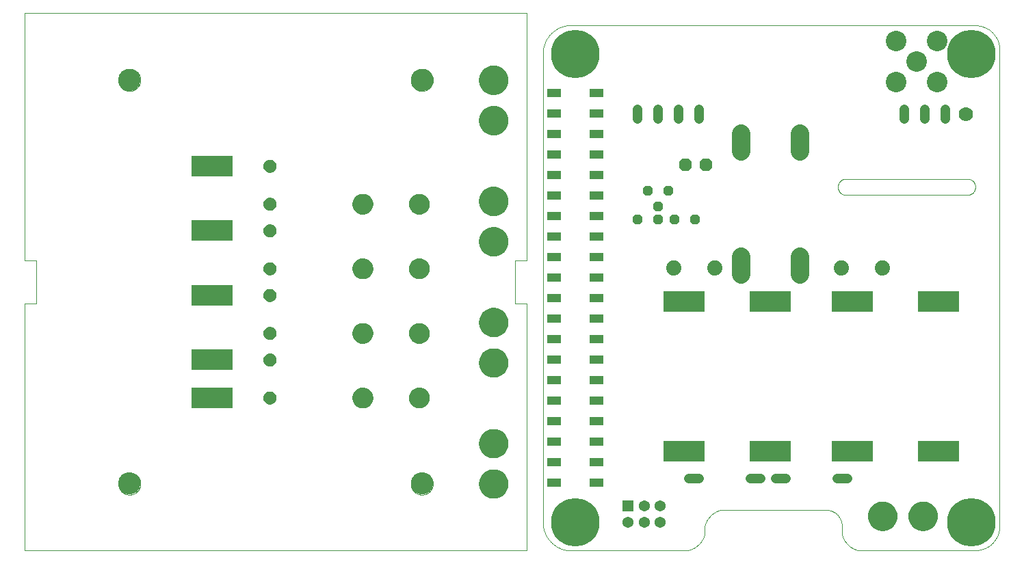
<source format=gbs>
G75*
%MOIN*%
%OFA0B0*%
%FSLAX25Y25*%
%IPPOS*%
%LPD*%
%AMOC8*
5,1,8,0,0,1.08239X$1,22.5*
%
%ADD10C,0.00000*%
%ADD11C,0.10827*%
%ADD12C,0.06299*%
%ADD13C,0.03543*%
%ADD14C,0.02362*%
%ADD15C,0.23622*%
%ADD16C,0.04800*%
%ADD17C,0.05250*%
%ADD18C,0.05315*%
%ADD19R,0.20000X0.10000*%
%ADD20C,0.07677*%
%ADD21C,0.10000*%
%ADD22R,0.05400X0.05400*%
%ADD23C,0.05400*%
%ADD24C,0.08850*%
%ADD25C,0.07400*%
%ADD26OC8,0.04800*%
%ADD27R,0.09843X0.09843*%
%ADD28C,0.04800*%
%ADD29OC8,0.06300*%
%ADD30R,0.07087X0.03937*%
%ADD31C,0.04724*%
%ADD32C,0.07000*%
D10*
X0001000Y0033905D02*
X0245882Y0033905D01*
X0245882Y0154378D01*
X0239976Y0154378D01*
X0239976Y0175244D01*
X0245882Y0175244D01*
X0245882Y0295716D01*
X0001000Y0295716D01*
X0001000Y0175244D01*
X0006906Y0175244D01*
X0006906Y0154378D01*
X0001000Y0154378D01*
X0001000Y0033905D01*
X0046768Y0066386D02*
X0046770Y0066533D01*
X0046776Y0066679D01*
X0046786Y0066825D01*
X0046800Y0066971D01*
X0046818Y0067117D01*
X0046839Y0067262D01*
X0046865Y0067406D01*
X0046895Y0067550D01*
X0046928Y0067692D01*
X0046965Y0067834D01*
X0047006Y0067975D01*
X0047051Y0068114D01*
X0047100Y0068253D01*
X0047152Y0068390D01*
X0047209Y0068525D01*
X0047268Y0068659D01*
X0047332Y0068791D01*
X0047399Y0068921D01*
X0047469Y0069050D01*
X0047543Y0069177D01*
X0047620Y0069301D01*
X0047701Y0069424D01*
X0047785Y0069544D01*
X0047872Y0069662D01*
X0047962Y0069777D01*
X0048055Y0069890D01*
X0048152Y0070001D01*
X0048251Y0070109D01*
X0048353Y0070214D01*
X0048458Y0070316D01*
X0048566Y0070415D01*
X0048677Y0070512D01*
X0048790Y0070605D01*
X0048905Y0070695D01*
X0049023Y0070782D01*
X0049143Y0070866D01*
X0049266Y0070947D01*
X0049390Y0071024D01*
X0049517Y0071098D01*
X0049646Y0071168D01*
X0049776Y0071235D01*
X0049908Y0071299D01*
X0050042Y0071358D01*
X0050177Y0071415D01*
X0050314Y0071467D01*
X0050453Y0071516D01*
X0050592Y0071561D01*
X0050733Y0071602D01*
X0050875Y0071639D01*
X0051017Y0071672D01*
X0051161Y0071702D01*
X0051305Y0071728D01*
X0051450Y0071749D01*
X0051596Y0071767D01*
X0051742Y0071781D01*
X0051888Y0071791D01*
X0052034Y0071797D01*
X0052181Y0071799D01*
X0052328Y0071797D01*
X0052474Y0071791D01*
X0052620Y0071781D01*
X0052766Y0071767D01*
X0052912Y0071749D01*
X0053057Y0071728D01*
X0053201Y0071702D01*
X0053345Y0071672D01*
X0053487Y0071639D01*
X0053629Y0071602D01*
X0053770Y0071561D01*
X0053909Y0071516D01*
X0054048Y0071467D01*
X0054185Y0071415D01*
X0054320Y0071358D01*
X0054454Y0071299D01*
X0054586Y0071235D01*
X0054716Y0071168D01*
X0054845Y0071098D01*
X0054972Y0071024D01*
X0055096Y0070947D01*
X0055219Y0070866D01*
X0055339Y0070782D01*
X0055457Y0070695D01*
X0055572Y0070605D01*
X0055685Y0070512D01*
X0055796Y0070415D01*
X0055904Y0070316D01*
X0056009Y0070214D01*
X0056111Y0070109D01*
X0056210Y0070001D01*
X0056307Y0069890D01*
X0056400Y0069777D01*
X0056490Y0069662D01*
X0056577Y0069544D01*
X0056661Y0069424D01*
X0056742Y0069301D01*
X0056819Y0069177D01*
X0056893Y0069050D01*
X0056963Y0068921D01*
X0057030Y0068791D01*
X0057094Y0068659D01*
X0057153Y0068525D01*
X0057210Y0068390D01*
X0057262Y0068253D01*
X0057311Y0068114D01*
X0057356Y0067975D01*
X0057397Y0067834D01*
X0057434Y0067692D01*
X0057467Y0067550D01*
X0057497Y0067406D01*
X0057523Y0067262D01*
X0057544Y0067117D01*
X0057562Y0066971D01*
X0057576Y0066825D01*
X0057586Y0066679D01*
X0057592Y0066533D01*
X0057594Y0066386D01*
X0057592Y0066239D01*
X0057586Y0066093D01*
X0057576Y0065947D01*
X0057562Y0065801D01*
X0057544Y0065655D01*
X0057523Y0065510D01*
X0057497Y0065366D01*
X0057467Y0065222D01*
X0057434Y0065080D01*
X0057397Y0064938D01*
X0057356Y0064797D01*
X0057311Y0064658D01*
X0057262Y0064519D01*
X0057210Y0064382D01*
X0057153Y0064247D01*
X0057094Y0064113D01*
X0057030Y0063981D01*
X0056963Y0063851D01*
X0056893Y0063722D01*
X0056819Y0063595D01*
X0056742Y0063471D01*
X0056661Y0063348D01*
X0056577Y0063228D01*
X0056490Y0063110D01*
X0056400Y0062995D01*
X0056307Y0062882D01*
X0056210Y0062771D01*
X0056111Y0062663D01*
X0056009Y0062558D01*
X0055904Y0062456D01*
X0055796Y0062357D01*
X0055685Y0062260D01*
X0055572Y0062167D01*
X0055457Y0062077D01*
X0055339Y0061990D01*
X0055219Y0061906D01*
X0055096Y0061825D01*
X0054972Y0061748D01*
X0054845Y0061674D01*
X0054716Y0061604D01*
X0054586Y0061537D01*
X0054454Y0061473D01*
X0054320Y0061414D01*
X0054185Y0061357D01*
X0054048Y0061305D01*
X0053909Y0061256D01*
X0053770Y0061211D01*
X0053629Y0061170D01*
X0053487Y0061133D01*
X0053345Y0061100D01*
X0053201Y0061070D01*
X0053057Y0061044D01*
X0052912Y0061023D01*
X0052766Y0061005D01*
X0052620Y0060991D01*
X0052474Y0060981D01*
X0052328Y0060975D01*
X0052181Y0060973D01*
X0052034Y0060975D01*
X0051888Y0060981D01*
X0051742Y0060991D01*
X0051596Y0061005D01*
X0051450Y0061023D01*
X0051305Y0061044D01*
X0051161Y0061070D01*
X0051017Y0061100D01*
X0050875Y0061133D01*
X0050733Y0061170D01*
X0050592Y0061211D01*
X0050453Y0061256D01*
X0050314Y0061305D01*
X0050177Y0061357D01*
X0050042Y0061414D01*
X0049908Y0061473D01*
X0049776Y0061537D01*
X0049646Y0061604D01*
X0049517Y0061674D01*
X0049390Y0061748D01*
X0049266Y0061825D01*
X0049143Y0061906D01*
X0049023Y0061990D01*
X0048905Y0062077D01*
X0048790Y0062167D01*
X0048677Y0062260D01*
X0048566Y0062357D01*
X0048458Y0062456D01*
X0048353Y0062558D01*
X0048251Y0062663D01*
X0048152Y0062771D01*
X0048055Y0062882D01*
X0047962Y0062995D01*
X0047872Y0063110D01*
X0047785Y0063228D01*
X0047701Y0063348D01*
X0047620Y0063471D01*
X0047543Y0063595D01*
X0047469Y0063722D01*
X0047399Y0063851D01*
X0047332Y0063981D01*
X0047268Y0064113D01*
X0047209Y0064247D01*
X0047152Y0064382D01*
X0047100Y0064519D01*
X0047051Y0064658D01*
X0047006Y0064797D01*
X0046965Y0064938D01*
X0046928Y0065080D01*
X0046895Y0065222D01*
X0046865Y0065366D01*
X0046839Y0065510D01*
X0046818Y0065655D01*
X0046800Y0065801D01*
X0046786Y0065947D01*
X0046776Y0066093D01*
X0046770Y0066239D01*
X0046768Y0066386D01*
X0189288Y0066386D02*
X0189290Y0066533D01*
X0189296Y0066679D01*
X0189306Y0066825D01*
X0189320Y0066971D01*
X0189338Y0067117D01*
X0189359Y0067262D01*
X0189385Y0067406D01*
X0189415Y0067550D01*
X0189448Y0067692D01*
X0189485Y0067834D01*
X0189526Y0067975D01*
X0189571Y0068114D01*
X0189620Y0068253D01*
X0189672Y0068390D01*
X0189729Y0068525D01*
X0189788Y0068659D01*
X0189852Y0068791D01*
X0189919Y0068921D01*
X0189989Y0069050D01*
X0190063Y0069177D01*
X0190140Y0069301D01*
X0190221Y0069424D01*
X0190305Y0069544D01*
X0190392Y0069662D01*
X0190482Y0069777D01*
X0190575Y0069890D01*
X0190672Y0070001D01*
X0190771Y0070109D01*
X0190873Y0070214D01*
X0190978Y0070316D01*
X0191086Y0070415D01*
X0191197Y0070512D01*
X0191310Y0070605D01*
X0191425Y0070695D01*
X0191543Y0070782D01*
X0191663Y0070866D01*
X0191786Y0070947D01*
X0191910Y0071024D01*
X0192037Y0071098D01*
X0192166Y0071168D01*
X0192296Y0071235D01*
X0192428Y0071299D01*
X0192562Y0071358D01*
X0192697Y0071415D01*
X0192834Y0071467D01*
X0192973Y0071516D01*
X0193112Y0071561D01*
X0193253Y0071602D01*
X0193395Y0071639D01*
X0193537Y0071672D01*
X0193681Y0071702D01*
X0193825Y0071728D01*
X0193970Y0071749D01*
X0194116Y0071767D01*
X0194262Y0071781D01*
X0194408Y0071791D01*
X0194554Y0071797D01*
X0194701Y0071799D01*
X0194848Y0071797D01*
X0194994Y0071791D01*
X0195140Y0071781D01*
X0195286Y0071767D01*
X0195432Y0071749D01*
X0195577Y0071728D01*
X0195721Y0071702D01*
X0195865Y0071672D01*
X0196007Y0071639D01*
X0196149Y0071602D01*
X0196290Y0071561D01*
X0196429Y0071516D01*
X0196568Y0071467D01*
X0196705Y0071415D01*
X0196840Y0071358D01*
X0196974Y0071299D01*
X0197106Y0071235D01*
X0197236Y0071168D01*
X0197365Y0071098D01*
X0197492Y0071024D01*
X0197616Y0070947D01*
X0197739Y0070866D01*
X0197859Y0070782D01*
X0197977Y0070695D01*
X0198092Y0070605D01*
X0198205Y0070512D01*
X0198316Y0070415D01*
X0198424Y0070316D01*
X0198529Y0070214D01*
X0198631Y0070109D01*
X0198730Y0070001D01*
X0198827Y0069890D01*
X0198920Y0069777D01*
X0199010Y0069662D01*
X0199097Y0069544D01*
X0199181Y0069424D01*
X0199262Y0069301D01*
X0199339Y0069177D01*
X0199413Y0069050D01*
X0199483Y0068921D01*
X0199550Y0068791D01*
X0199614Y0068659D01*
X0199673Y0068525D01*
X0199730Y0068390D01*
X0199782Y0068253D01*
X0199831Y0068114D01*
X0199876Y0067975D01*
X0199917Y0067834D01*
X0199954Y0067692D01*
X0199987Y0067550D01*
X0200017Y0067406D01*
X0200043Y0067262D01*
X0200064Y0067117D01*
X0200082Y0066971D01*
X0200096Y0066825D01*
X0200106Y0066679D01*
X0200112Y0066533D01*
X0200114Y0066386D01*
X0200112Y0066239D01*
X0200106Y0066093D01*
X0200096Y0065947D01*
X0200082Y0065801D01*
X0200064Y0065655D01*
X0200043Y0065510D01*
X0200017Y0065366D01*
X0199987Y0065222D01*
X0199954Y0065080D01*
X0199917Y0064938D01*
X0199876Y0064797D01*
X0199831Y0064658D01*
X0199782Y0064519D01*
X0199730Y0064382D01*
X0199673Y0064247D01*
X0199614Y0064113D01*
X0199550Y0063981D01*
X0199483Y0063851D01*
X0199413Y0063722D01*
X0199339Y0063595D01*
X0199262Y0063471D01*
X0199181Y0063348D01*
X0199097Y0063228D01*
X0199010Y0063110D01*
X0198920Y0062995D01*
X0198827Y0062882D01*
X0198730Y0062771D01*
X0198631Y0062663D01*
X0198529Y0062558D01*
X0198424Y0062456D01*
X0198316Y0062357D01*
X0198205Y0062260D01*
X0198092Y0062167D01*
X0197977Y0062077D01*
X0197859Y0061990D01*
X0197739Y0061906D01*
X0197616Y0061825D01*
X0197492Y0061748D01*
X0197365Y0061674D01*
X0197236Y0061604D01*
X0197106Y0061537D01*
X0196974Y0061473D01*
X0196840Y0061414D01*
X0196705Y0061357D01*
X0196568Y0061305D01*
X0196429Y0061256D01*
X0196290Y0061211D01*
X0196149Y0061170D01*
X0196007Y0061133D01*
X0195865Y0061100D01*
X0195721Y0061070D01*
X0195577Y0061044D01*
X0195432Y0061023D01*
X0195286Y0061005D01*
X0195140Y0060991D01*
X0194994Y0060981D01*
X0194848Y0060975D01*
X0194701Y0060973D01*
X0194554Y0060975D01*
X0194408Y0060981D01*
X0194262Y0060991D01*
X0194116Y0061005D01*
X0193970Y0061023D01*
X0193825Y0061044D01*
X0193681Y0061070D01*
X0193537Y0061100D01*
X0193395Y0061133D01*
X0193253Y0061170D01*
X0193112Y0061211D01*
X0192973Y0061256D01*
X0192834Y0061305D01*
X0192697Y0061357D01*
X0192562Y0061414D01*
X0192428Y0061473D01*
X0192296Y0061537D01*
X0192166Y0061604D01*
X0192037Y0061674D01*
X0191910Y0061748D01*
X0191786Y0061825D01*
X0191663Y0061906D01*
X0191543Y0061990D01*
X0191425Y0062077D01*
X0191310Y0062167D01*
X0191197Y0062260D01*
X0191086Y0062357D01*
X0190978Y0062456D01*
X0190873Y0062558D01*
X0190771Y0062663D01*
X0190672Y0062771D01*
X0190575Y0062882D01*
X0190482Y0062995D01*
X0190392Y0063110D01*
X0190305Y0063228D01*
X0190221Y0063348D01*
X0190140Y0063471D01*
X0190063Y0063595D01*
X0189989Y0063722D01*
X0189919Y0063851D01*
X0189852Y0063981D01*
X0189788Y0064113D01*
X0189729Y0064247D01*
X0189672Y0064382D01*
X0189620Y0064519D01*
X0189571Y0064658D01*
X0189526Y0064797D01*
X0189485Y0064938D01*
X0189448Y0065080D01*
X0189415Y0065222D01*
X0189385Y0065366D01*
X0189359Y0065510D01*
X0189338Y0065655D01*
X0189320Y0065801D01*
X0189306Y0065947D01*
X0189296Y0066093D01*
X0189290Y0066239D01*
X0189288Y0066386D01*
X0253756Y0045716D02*
X0253756Y0278000D01*
X0253756Y0277999D02*
X0253808Y0278337D01*
X0253869Y0278673D01*
X0253938Y0279008D01*
X0254015Y0279341D01*
X0254100Y0279671D01*
X0254194Y0280000D01*
X0254295Y0280326D01*
X0254405Y0280650D01*
X0254522Y0280971D01*
X0254647Y0281289D01*
X0254780Y0281603D01*
X0254921Y0281915D01*
X0255069Y0282222D01*
X0255225Y0282526D01*
X0255388Y0282827D01*
X0255558Y0283123D01*
X0255736Y0283414D01*
X0255920Y0283702D01*
X0256112Y0283985D01*
X0256311Y0284262D01*
X0256516Y0284535D01*
X0256728Y0284803D01*
X0256947Y0285066D01*
X0257172Y0285323D01*
X0257403Y0285574D01*
X0257640Y0285820D01*
X0257883Y0286060D01*
X0258132Y0286294D01*
X0258387Y0286522D01*
X0258647Y0286743D01*
X0258913Y0286958D01*
X0259184Y0287166D01*
X0259459Y0287368D01*
X0259740Y0287563D01*
X0260025Y0287750D01*
X0260315Y0287931D01*
X0260609Y0288105D01*
X0260908Y0288271D01*
X0261210Y0288430D01*
X0261516Y0288582D01*
X0261826Y0288725D01*
X0262140Y0288862D01*
X0262456Y0288990D01*
X0262776Y0289111D01*
X0263098Y0289224D01*
X0263423Y0289329D01*
X0263751Y0289426D01*
X0264081Y0289515D01*
X0264413Y0289595D01*
X0264746Y0289668D01*
X0265082Y0289732D01*
X0265419Y0289788D01*
X0265757Y0289836D01*
X0266096Y0289875D01*
X0266437Y0289907D01*
X0266777Y0289929D01*
X0267119Y0289944D01*
X0267460Y0289950D01*
X0267802Y0289947D01*
X0268143Y0289937D01*
X0268484Y0289918D01*
X0268825Y0289890D01*
X0269165Y0289854D01*
X0269503Y0289810D01*
X0269504Y0289811D02*
X0464386Y0289811D01*
X0464671Y0289808D01*
X0464957Y0289797D01*
X0465242Y0289780D01*
X0465526Y0289756D01*
X0465810Y0289725D01*
X0466093Y0289687D01*
X0466374Y0289642D01*
X0466655Y0289591D01*
X0466935Y0289533D01*
X0467213Y0289468D01*
X0467489Y0289396D01*
X0467763Y0289318D01*
X0468036Y0289233D01*
X0468306Y0289141D01*
X0468574Y0289043D01*
X0468840Y0288939D01*
X0469103Y0288828D01*
X0469363Y0288711D01*
X0469621Y0288588D01*
X0469875Y0288458D01*
X0470126Y0288322D01*
X0470374Y0288181D01*
X0470618Y0288033D01*
X0470859Y0287880D01*
X0471095Y0287720D01*
X0471328Y0287555D01*
X0471557Y0287385D01*
X0471782Y0287209D01*
X0472002Y0287027D01*
X0472218Y0286841D01*
X0472429Y0286649D01*
X0472636Y0286452D01*
X0472838Y0286250D01*
X0473035Y0286043D01*
X0473227Y0285832D01*
X0473413Y0285616D01*
X0473595Y0285396D01*
X0473771Y0285171D01*
X0473941Y0284942D01*
X0474106Y0284709D01*
X0474266Y0284473D01*
X0474419Y0284232D01*
X0474567Y0283988D01*
X0474708Y0283740D01*
X0474844Y0283489D01*
X0474974Y0283235D01*
X0475097Y0282977D01*
X0475214Y0282717D01*
X0475325Y0282454D01*
X0475429Y0282188D01*
X0475527Y0281920D01*
X0475619Y0281650D01*
X0475704Y0281377D01*
X0475782Y0281103D01*
X0475854Y0280827D01*
X0475919Y0280549D01*
X0475977Y0280269D01*
X0476028Y0279988D01*
X0476073Y0279707D01*
X0476111Y0279424D01*
X0476142Y0279140D01*
X0476166Y0278856D01*
X0476183Y0278571D01*
X0476194Y0278285D01*
X0476197Y0278000D01*
X0476197Y0045716D01*
X0476194Y0045431D01*
X0476183Y0045145D01*
X0476166Y0044860D01*
X0476142Y0044576D01*
X0476111Y0044292D01*
X0476073Y0044009D01*
X0476028Y0043728D01*
X0475977Y0043447D01*
X0475919Y0043167D01*
X0475854Y0042889D01*
X0475782Y0042613D01*
X0475704Y0042339D01*
X0475619Y0042066D01*
X0475527Y0041796D01*
X0475429Y0041528D01*
X0475325Y0041262D01*
X0475214Y0040999D01*
X0475097Y0040739D01*
X0474974Y0040481D01*
X0474844Y0040227D01*
X0474708Y0039976D01*
X0474567Y0039728D01*
X0474419Y0039484D01*
X0474266Y0039243D01*
X0474106Y0039007D01*
X0473941Y0038774D01*
X0473771Y0038545D01*
X0473595Y0038320D01*
X0473413Y0038100D01*
X0473227Y0037884D01*
X0473035Y0037673D01*
X0472838Y0037466D01*
X0472636Y0037264D01*
X0472429Y0037067D01*
X0472218Y0036875D01*
X0472002Y0036689D01*
X0471782Y0036507D01*
X0471557Y0036331D01*
X0471328Y0036161D01*
X0471095Y0035996D01*
X0470859Y0035836D01*
X0470618Y0035683D01*
X0470374Y0035535D01*
X0470126Y0035394D01*
X0469875Y0035258D01*
X0469621Y0035128D01*
X0469363Y0035005D01*
X0469103Y0034888D01*
X0468840Y0034777D01*
X0468574Y0034673D01*
X0468306Y0034575D01*
X0468036Y0034483D01*
X0467763Y0034398D01*
X0467489Y0034320D01*
X0467213Y0034248D01*
X0466935Y0034183D01*
X0466655Y0034125D01*
X0466374Y0034074D01*
X0466093Y0034029D01*
X0465810Y0033991D01*
X0465526Y0033960D01*
X0465242Y0033936D01*
X0464957Y0033919D01*
X0464671Y0033908D01*
X0464386Y0033905D01*
X0407299Y0033905D01*
X0407056Y0033962D01*
X0406814Y0034025D01*
X0406573Y0034094D01*
X0406335Y0034169D01*
X0406098Y0034250D01*
X0405863Y0034336D01*
X0405631Y0034428D01*
X0405400Y0034525D01*
X0405172Y0034628D01*
X0404947Y0034736D01*
X0404724Y0034850D01*
X0404504Y0034969D01*
X0404287Y0035093D01*
X0404073Y0035223D01*
X0403863Y0035358D01*
X0403655Y0035497D01*
X0403451Y0035642D01*
X0403251Y0035791D01*
X0403054Y0035946D01*
X0402861Y0036105D01*
X0402672Y0036268D01*
X0402487Y0036436D01*
X0402306Y0036609D01*
X0402129Y0036786D01*
X0401956Y0036967D01*
X0401788Y0037152D01*
X0401625Y0037341D01*
X0401466Y0037534D01*
X0401311Y0037731D01*
X0401162Y0037931D01*
X0401017Y0038135D01*
X0400878Y0038343D01*
X0400743Y0038553D01*
X0400613Y0038767D01*
X0400489Y0038984D01*
X0400370Y0039204D01*
X0400256Y0039427D01*
X0400148Y0039652D01*
X0400045Y0039880D01*
X0399948Y0040111D01*
X0399856Y0040343D01*
X0399770Y0040578D01*
X0399689Y0040815D01*
X0399614Y0041053D01*
X0399545Y0041294D01*
X0399482Y0041536D01*
X0399425Y0041779D01*
X0399425Y0045716D01*
X0399423Y0045906D01*
X0399416Y0046096D01*
X0399404Y0046286D01*
X0399388Y0046476D01*
X0399368Y0046665D01*
X0399342Y0046854D01*
X0399313Y0047042D01*
X0399278Y0047229D01*
X0399239Y0047415D01*
X0399196Y0047600D01*
X0399148Y0047785D01*
X0399096Y0047968D01*
X0399040Y0048149D01*
X0398979Y0048329D01*
X0398913Y0048508D01*
X0398844Y0048685D01*
X0398770Y0048861D01*
X0398692Y0049034D01*
X0398609Y0049206D01*
X0398523Y0049375D01*
X0398433Y0049543D01*
X0398338Y0049708D01*
X0398240Y0049871D01*
X0398137Y0050031D01*
X0398031Y0050189D01*
X0397921Y0050344D01*
X0397808Y0050497D01*
X0397690Y0050647D01*
X0397569Y0050793D01*
X0397445Y0050937D01*
X0397317Y0051078D01*
X0397186Y0051216D01*
X0397051Y0051351D01*
X0396913Y0051482D01*
X0396772Y0051610D01*
X0396628Y0051734D01*
X0396482Y0051855D01*
X0396332Y0051973D01*
X0396179Y0052086D01*
X0396024Y0052196D01*
X0395866Y0052302D01*
X0395706Y0052405D01*
X0395543Y0052503D01*
X0395378Y0052598D01*
X0395210Y0052688D01*
X0395041Y0052774D01*
X0394869Y0052857D01*
X0394696Y0052935D01*
X0394520Y0053009D01*
X0394343Y0053078D01*
X0394164Y0053144D01*
X0393984Y0053205D01*
X0393803Y0053261D01*
X0393620Y0053313D01*
X0393435Y0053361D01*
X0393250Y0053404D01*
X0393064Y0053443D01*
X0392877Y0053478D01*
X0392689Y0053507D01*
X0392500Y0053533D01*
X0392311Y0053553D01*
X0392121Y0053569D01*
X0391931Y0053581D01*
X0391741Y0053588D01*
X0391551Y0053590D01*
X0340370Y0053590D01*
X0332496Y0045716D02*
X0332496Y0041779D01*
X0332496Y0045717D02*
X0332565Y0045973D01*
X0332641Y0046228D01*
X0332722Y0046480D01*
X0332810Y0046731D01*
X0332903Y0046979D01*
X0333003Y0047226D01*
X0333109Y0047469D01*
X0333220Y0047710D01*
X0333338Y0047948D01*
X0333461Y0048184D01*
X0333589Y0048416D01*
X0333724Y0048645D01*
X0333864Y0048870D01*
X0334009Y0049093D01*
X0334160Y0049311D01*
X0334316Y0049526D01*
X0334477Y0049737D01*
X0334643Y0049944D01*
X0334814Y0050147D01*
X0334990Y0050346D01*
X0335171Y0050541D01*
X0335356Y0050731D01*
X0335546Y0050916D01*
X0335741Y0051097D01*
X0335940Y0051273D01*
X0336143Y0051444D01*
X0336350Y0051610D01*
X0336561Y0051771D01*
X0336776Y0051927D01*
X0336994Y0052078D01*
X0337217Y0052223D01*
X0337442Y0052363D01*
X0337671Y0052498D01*
X0337903Y0052626D01*
X0338139Y0052749D01*
X0338377Y0052867D01*
X0338618Y0052978D01*
X0338861Y0053084D01*
X0339108Y0053184D01*
X0339356Y0053277D01*
X0339607Y0053365D01*
X0339859Y0053446D01*
X0340114Y0053522D01*
X0340370Y0053591D01*
X0332496Y0041779D02*
X0332427Y0041523D01*
X0332351Y0041268D01*
X0332270Y0041016D01*
X0332182Y0040765D01*
X0332089Y0040517D01*
X0331989Y0040270D01*
X0331883Y0040027D01*
X0331772Y0039786D01*
X0331654Y0039548D01*
X0331531Y0039312D01*
X0331403Y0039080D01*
X0331268Y0038851D01*
X0331128Y0038626D01*
X0330983Y0038403D01*
X0330832Y0038185D01*
X0330676Y0037970D01*
X0330515Y0037759D01*
X0330349Y0037552D01*
X0330178Y0037349D01*
X0330002Y0037150D01*
X0329821Y0036955D01*
X0329636Y0036765D01*
X0329446Y0036580D01*
X0329251Y0036399D01*
X0329052Y0036223D01*
X0328849Y0036052D01*
X0328642Y0035886D01*
X0328431Y0035725D01*
X0328216Y0035569D01*
X0327998Y0035418D01*
X0327775Y0035273D01*
X0327550Y0035133D01*
X0327321Y0034998D01*
X0327089Y0034870D01*
X0326853Y0034747D01*
X0326615Y0034629D01*
X0326374Y0034518D01*
X0326131Y0034412D01*
X0325884Y0034312D01*
X0325636Y0034219D01*
X0325385Y0034131D01*
X0325133Y0034050D01*
X0324878Y0033974D01*
X0324622Y0033905D01*
X0269504Y0033905D01*
X0264091Y0047685D02*
X0264093Y0047832D01*
X0264099Y0047978D01*
X0264109Y0048124D01*
X0264123Y0048270D01*
X0264141Y0048416D01*
X0264162Y0048561D01*
X0264188Y0048705D01*
X0264218Y0048849D01*
X0264251Y0048991D01*
X0264288Y0049133D01*
X0264329Y0049274D01*
X0264374Y0049413D01*
X0264423Y0049552D01*
X0264475Y0049689D01*
X0264532Y0049824D01*
X0264591Y0049958D01*
X0264655Y0050090D01*
X0264722Y0050220D01*
X0264792Y0050349D01*
X0264866Y0050476D01*
X0264943Y0050600D01*
X0265024Y0050723D01*
X0265108Y0050843D01*
X0265195Y0050961D01*
X0265285Y0051076D01*
X0265378Y0051189D01*
X0265475Y0051300D01*
X0265574Y0051408D01*
X0265676Y0051513D01*
X0265781Y0051615D01*
X0265889Y0051714D01*
X0266000Y0051811D01*
X0266113Y0051904D01*
X0266228Y0051994D01*
X0266346Y0052081D01*
X0266466Y0052165D01*
X0266589Y0052246D01*
X0266713Y0052323D01*
X0266840Y0052397D01*
X0266969Y0052467D01*
X0267099Y0052534D01*
X0267231Y0052598D01*
X0267365Y0052657D01*
X0267500Y0052714D01*
X0267637Y0052766D01*
X0267776Y0052815D01*
X0267915Y0052860D01*
X0268056Y0052901D01*
X0268198Y0052938D01*
X0268340Y0052971D01*
X0268484Y0053001D01*
X0268628Y0053027D01*
X0268773Y0053048D01*
X0268919Y0053066D01*
X0269065Y0053080D01*
X0269211Y0053090D01*
X0269357Y0053096D01*
X0269504Y0053098D01*
X0269651Y0053096D01*
X0269797Y0053090D01*
X0269943Y0053080D01*
X0270089Y0053066D01*
X0270235Y0053048D01*
X0270380Y0053027D01*
X0270524Y0053001D01*
X0270668Y0052971D01*
X0270810Y0052938D01*
X0270952Y0052901D01*
X0271093Y0052860D01*
X0271232Y0052815D01*
X0271371Y0052766D01*
X0271508Y0052714D01*
X0271643Y0052657D01*
X0271777Y0052598D01*
X0271909Y0052534D01*
X0272039Y0052467D01*
X0272168Y0052397D01*
X0272295Y0052323D01*
X0272419Y0052246D01*
X0272542Y0052165D01*
X0272662Y0052081D01*
X0272780Y0051994D01*
X0272895Y0051904D01*
X0273008Y0051811D01*
X0273119Y0051714D01*
X0273227Y0051615D01*
X0273332Y0051513D01*
X0273434Y0051408D01*
X0273533Y0051300D01*
X0273630Y0051189D01*
X0273723Y0051076D01*
X0273813Y0050961D01*
X0273900Y0050843D01*
X0273984Y0050723D01*
X0274065Y0050600D01*
X0274142Y0050476D01*
X0274216Y0050349D01*
X0274286Y0050220D01*
X0274353Y0050090D01*
X0274417Y0049958D01*
X0274476Y0049824D01*
X0274533Y0049689D01*
X0274585Y0049552D01*
X0274634Y0049413D01*
X0274679Y0049274D01*
X0274720Y0049133D01*
X0274757Y0048991D01*
X0274790Y0048849D01*
X0274820Y0048705D01*
X0274846Y0048561D01*
X0274867Y0048416D01*
X0274885Y0048270D01*
X0274899Y0048124D01*
X0274909Y0047978D01*
X0274915Y0047832D01*
X0274917Y0047685D01*
X0274915Y0047538D01*
X0274909Y0047392D01*
X0274899Y0047246D01*
X0274885Y0047100D01*
X0274867Y0046954D01*
X0274846Y0046809D01*
X0274820Y0046665D01*
X0274790Y0046521D01*
X0274757Y0046379D01*
X0274720Y0046237D01*
X0274679Y0046096D01*
X0274634Y0045957D01*
X0274585Y0045818D01*
X0274533Y0045681D01*
X0274476Y0045546D01*
X0274417Y0045412D01*
X0274353Y0045280D01*
X0274286Y0045150D01*
X0274216Y0045021D01*
X0274142Y0044894D01*
X0274065Y0044770D01*
X0273984Y0044647D01*
X0273900Y0044527D01*
X0273813Y0044409D01*
X0273723Y0044294D01*
X0273630Y0044181D01*
X0273533Y0044070D01*
X0273434Y0043962D01*
X0273332Y0043857D01*
X0273227Y0043755D01*
X0273119Y0043656D01*
X0273008Y0043559D01*
X0272895Y0043466D01*
X0272780Y0043376D01*
X0272662Y0043289D01*
X0272542Y0043205D01*
X0272419Y0043124D01*
X0272295Y0043047D01*
X0272168Y0042973D01*
X0272039Y0042903D01*
X0271909Y0042836D01*
X0271777Y0042772D01*
X0271643Y0042713D01*
X0271508Y0042656D01*
X0271371Y0042604D01*
X0271232Y0042555D01*
X0271093Y0042510D01*
X0270952Y0042469D01*
X0270810Y0042432D01*
X0270668Y0042399D01*
X0270524Y0042369D01*
X0270380Y0042343D01*
X0270235Y0042322D01*
X0270089Y0042304D01*
X0269943Y0042290D01*
X0269797Y0042280D01*
X0269651Y0042274D01*
X0269504Y0042272D01*
X0269357Y0042274D01*
X0269211Y0042280D01*
X0269065Y0042290D01*
X0268919Y0042304D01*
X0268773Y0042322D01*
X0268628Y0042343D01*
X0268484Y0042369D01*
X0268340Y0042399D01*
X0268198Y0042432D01*
X0268056Y0042469D01*
X0267915Y0042510D01*
X0267776Y0042555D01*
X0267637Y0042604D01*
X0267500Y0042656D01*
X0267365Y0042713D01*
X0267231Y0042772D01*
X0267099Y0042836D01*
X0266969Y0042903D01*
X0266840Y0042973D01*
X0266713Y0043047D01*
X0266589Y0043124D01*
X0266466Y0043205D01*
X0266346Y0043289D01*
X0266228Y0043376D01*
X0266113Y0043466D01*
X0266000Y0043559D01*
X0265889Y0043656D01*
X0265781Y0043755D01*
X0265676Y0043857D01*
X0265574Y0043962D01*
X0265475Y0044070D01*
X0265378Y0044181D01*
X0265285Y0044294D01*
X0265195Y0044409D01*
X0265108Y0044527D01*
X0265024Y0044647D01*
X0264943Y0044770D01*
X0264866Y0044894D01*
X0264792Y0045021D01*
X0264722Y0045150D01*
X0264655Y0045280D01*
X0264591Y0045412D01*
X0264532Y0045546D01*
X0264475Y0045681D01*
X0264423Y0045818D01*
X0264374Y0045957D01*
X0264329Y0046096D01*
X0264288Y0046237D01*
X0264251Y0046379D01*
X0264218Y0046521D01*
X0264188Y0046665D01*
X0264162Y0046809D01*
X0264141Y0046954D01*
X0264123Y0047100D01*
X0264109Y0047246D01*
X0264099Y0047392D01*
X0264093Y0047538D01*
X0264091Y0047685D01*
X0253756Y0045717D02*
X0253807Y0045384D01*
X0253867Y0045053D01*
X0253935Y0044724D01*
X0254010Y0044396D01*
X0254094Y0044070D01*
X0254185Y0043746D01*
X0254284Y0043425D01*
X0254391Y0043106D01*
X0254505Y0042790D01*
X0254627Y0042476D01*
X0254757Y0042166D01*
X0254894Y0041859D01*
X0255039Y0041555D01*
X0255190Y0041255D01*
X0255349Y0040958D01*
X0255515Y0040666D01*
X0255689Y0040377D01*
X0255869Y0040093D01*
X0256055Y0039814D01*
X0256249Y0039539D01*
X0256449Y0039268D01*
X0256656Y0039003D01*
X0256869Y0038742D01*
X0257088Y0038487D01*
X0257313Y0038238D01*
X0257544Y0037993D01*
X0257782Y0037755D01*
X0258024Y0037522D01*
X0258273Y0037295D01*
X0258527Y0037074D01*
X0258786Y0036860D01*
X0259050Y0036652D01*
X0259319Y0036450D01*
X0259593Y0036254D01*
X0259871Y0036066D01*
X0260154Y0035884D01*
X0260441Y0035709D01*
X0260733Y0035541D01*
X0261028Y0035380D01*
X0261328Y0035227D01*
X0261630Y0035080D01*
X0261937Y0034941D01*
X0262246Y0034810D01*
X0262559Y0034686D01*
X0262875Y0034569D01*
X0263193Y0034461D01*
X0263514Y0034360D01*
X0263837Y0034266D01*
X0264162Y0034181D01*
X0264489Y0034103D01*
X0264818Y0034034D01*
X0265149Y0033972D01*
X0265481Y0033918D01*
X0265814Y0033873D01*
X0266149Y0033835D01*
X0266484Y0033806D01*
X0266819Y0033784D01*
X0267156Y0033771D01*
X0267492Y0033766D01*
X0267828Y0033769D01*
X0268164Y0033780D01*
X0268500Y0033800D01*
X0268835Y0033827D01*
X0269170Y0033862D01*
X0269503Y0033906D01*
X0457004Y0047685D02*
X0457006Y0047832D01*
X0457012Y0047978D01*
X0457022Y0048124D01*
X0457036Y0048270D01*
X0457054Y0048416D01*
X0457075Y0048561D01*
X0457101Y0048705D01*
X0457131Y0048849D01*
X0457164Y0048991D01*
X0457201Y0049133D01*
X0457242Y0049274D01*
X0457287Y0049413D01*
X0457336Y0049552D01*
X0457388Y0049689D01*
X0457445Y0049824D01*
X0457504Y0049958D01*
X0457568Y0050090D01*
X0457635Y0050220D01*
X0457705Y0050349D01*
X0457779Y0050476D01*
X0457856Y0050600D01*
X0457937Y0050723D01*
X0458021Y0050843D01*
X0458108Y0050961D01*
X0458198Y0051076D01*
X0458291Y0051189D01*
X0458388Y0051300D01*
X0458487Y0051408D01*
X0458589Y0051513D01*
X0458694Y0051615D01*
X0458802Y0051714D01*
X0458913Y0051811D01*
X0459026Y0051904D01*
X0459141Y0051994D01*
X0459259Y0052081D01*
X0459379Y0052165D01*
X0459502Y0052246D01*
X0459626Y0052323D01*
X0459753Y0052397D01*
X0459882Y0052467D01*
X0460012Y0052534D01*
X0460144Y0052598D01*
X0460278Y0052657D01*
X0460413Y0052714D01*
X0460550Y0052766D01*
X0460689Y0052815D01*
X0460828Y0052860D01*
X0460969Y0052901D01*
X0461111Y0052938D01*
X0461253Y0052971D01*
X0461397Y0053001D01*
X0461541Y0053027D01*
X0461686Y0053048D01*
X0461832Y0053066D01*
X0461978Y0053080D01*
X0462124Y0053090D01*
X0462270Y0053096D01*
X0462417Y0053098D01*
X0462564Y0053096D01*
X0462710Y0053090D01*
X0462856Y0053080D01*
X0463002Y0053066D01*
X0463148Y0053048D01*
X0463293Y0053027D01*
X0463437Y0053001D01*
X0463581Y0052971D01*
X0463723Y0052938D01*
X0463865Y0052901D01*
X0464006Y0052860D01*
X0464145Y0052815D01*
X0464284Y0052766D01*
X0464421Y0052714D01*
X0464556Y0052657D01*
X0464690Y0052598D01*
X0464822Y0052534D01*
X0464952Y0052467D01*
X0465081Y0052397D01*
X0465208Y0052323D01*
X0465332Y0052246D01*
X0465455Y0052165D01*
X0465575Y0052081D01*
X0465693Y0051994D01*
X0465808Y0051904D01*
X0465921Y0051811D01*
X0466032Y0051714D01*
X0466140Y0051615D01*
X0466245Y0051513D01*
X0466347Y0051408D01*
X0466446Y0051300D01*
X0466543Y0051189D01*
X0466636Y0051076D01*
X0466726Y0050961D01*
X0466813Y0050843D01*
X0466897Y0050723D01*
X0466978Y0050600D01*
X0467055Y0050476D01*
X0467129Y0050349D01*
X0467199Y0050220D01*
X0467266Y0050090D01*
X0467330Y0049958D01*
X0467389Y0049824D01*
X0467446Y0049689D01*
X0467498Y0049552D01*
X0467547Y0049413D01*
X0467592Y0049274D01*
X0467633Y0049133D01*
X0467670Y0048991D01*
X0467703Y0048849D01*
X0467733Y0048705D01*
X0467759Y0048561D01*
X0467780Y0048416D01*
X0467798Y0048270D01*
X0467812Y0048124D01*
X0467822Y0047978D01*
X0467828Y0047832D01*
X0467830Y0047685D01*
X0467828Y0047538D01*
X0467822Y0047392D01*
X0467812Y0047246D01*
X0467798Y0047100D01*
X0467780Y0046954D01*
X0467759Y0046809D01*
X0467733Y0046665D01*
X0467703Y0046521D01*
X0467670Y0046379D01*
X0467633Y0046237D01*
X0467592Y0046096D01*
X0467547Y0045957D01*
X0467498Y0045818D01*
X0467446Y0045681D01*
X0467389Y0045546D01*
X0467330Y0045412D01*
X0467266Y0045280D01*
X0467199Y0045150D01*
X0467129Y0045021D01*
X0467055Y0044894D01*
X0466978Y0044770D01*
X0466897Y0044647D01*
X0466813Y0044527D01*
X0466726Y0044409D01*
X0466636Y0044294D01*
X0466543Y0044181D01*
X0466446Y0044070D01*
X0466347Y0043962D01*
X0466245Y0043857D01*
X0466140Y0043755D01*
X0466032Y0043656D01*
X0465921Y0043559D01*
X0465808Y0043466D01*
X0465693Y0043376D01*
X0465575Y0043289D01*
X0465455Y0043205D01*
X0465332Y0043124D01*
X0465208Y0043047D01*
X0465081Y0042973D01*
X0464952Y0042903D01*
X0464822Y0042836D01*
X0464690Y0042772D01*
X0464556Y0042713D01*
X0464421Y0042656D01*
X0464284Y0042604D01*
X0464145Y0042555D01*
X0464006Y0042510D01*
X0463865Y0042469D01*
X0463723Y0042432D01*
X0463581Y0042399D01*
X0463437Y0042369D01*
X0463293Y0042343D01*
X0463148Y0042322D01*
X0463002Y0042304D01*
X0462856Y0042290D01*
X0462710Y0042280D01*
X0462564Y0042274D01*
X0462417Y0042272D01*
X0462270Y0042274D01*
X0462124Y0042280D01*
X0461978Y0042290D01*
X0461832Y0042304D01*
X0461686Y0042322D01*
X0461541Y0042343D01*
X0461397Y0042369D01*
X0461253Y0042399D01*
X0461111Y0042432D01*
X0460969Y0042469D01*
X0460828Y0042510D01*
X0460689Y0042555D01*
X0460550Y0042604D01*
X0460413Y0042656D01*
X0460278Y0042713D01*
X0460144Y0042772D01*
X0460012Y0042836D01*
X0459882Y0042903D01*
X0459753Y0042973D01*
X0459626Y0043047D01*
X0459502Y0043124D01*
X0459379Y0043205D01*
X0459259Y0043289D01*
X0459141Y0043376D01*
X0459026Y0043466D01*
X0458913Y0043559D01*
X0458802Y0043656D01*
X0458694Y0043755D01*
X0458589Y0043857D01*
X0458487Y0043962D01*
X0458388Y0044070D01*
X0458291Y0044181D01*
X0458198Y0044294D01*
X0458108Y0044409D01*
X0458021Y0044527D01*
X0457937Y0044647D01*
X0457856Y0044770D01*
X0457779Y0044894D01*
X0457705Y0045021D01*
X0457635Y0045150D01*
X0457568Y0045280D01*
X0457504Y0045412D01*
X0457445Y0045546D01*
X0457388Y0045681D01*
X0457336Y0045818D01*
X0457287Y0045957D01*
X0457242Y0046096D01*
X0457201Y0046237D01*
X0457164Y0046379D01*
X0457131Y0046521D01*
X0457101Y0046665D01*
X0457075Y0046809D01*
X0457054Y0046954D01*
X0457036Y0047100D01*
X0457022Y0047246D01*
X0457012Y0047392D01*
X0457006Y0047538D01*
X0457004Y0047685D01*
X0460449Y0207134D02*
X0401394Y0207134D01*
X0401270Y0207136D01*
X0401147Y0207142D01*
X0401023Y0207151D01*
X0400901Y0207165D01*
X0400778Y0207182D01*
X0400656Y0207204D01*
X0400535Y0207229D01*
X0400415Y0207258D01*
X0400296Y0207290D01*
X0400177Y0207327D01*
X0400060Y0207367D01*
X0399945Y0207410D01*
X0399830Y0207458D01*
X0399718Y0207509D01*
X0399607Y0207563D01*
X0399497Y0207621D01*
X0399390Y0207682D01*
X0399284Y0207747D01*
X0399181Y0207815D01*
X0399080Y0207886D01*
X0398981Y0207960D01*
X0398884Y0208037D01*
X0398790Y0208118D01*
X0398699Y0208201D01*
X0398610Y0208287D01*
X0398524Y0208376D01*
X0398441Y0208467D01*
X0398360Y0208561D01*
X0398283Y0208658D01*
X0398209Y0208757D01*
X0398138Y0208858D01*
X0398070Y0208961D01*
X0398005Y0209067D01*
X0397944Y0209174D01*
X0397886Y0209284D01*
X0397832Y0209395D01*
X0397781Y0209507D01*
X0397733Y0209622D01*
X0397690Y0209737D01*
X0397650Y0209854D01*
X0397613Y0209973D01*
X0397581Y0210092D01*
X0397552Y0210212D01*
X0397527Y0210333D01*
X0397505Y0210455D01*
X0397488Y0210578D01*
X0397474Y0210700D01*
X0397465Y0210824D01*
X0397459Y0210947D01*
X0397457Y0211071D01*
X0397459Y0211195D01*
X0397465Y0211318D01*
X0397474Y0211442D01*
X0397488Y0211564D01*
X0397505Y0211687D01*
X0397527Y0211809D01*
X0397552Y0211930D01*
X0397581Y0212050D01*
X0397613Y0212169D01*
X0397650Y0212288D01*
X0397690Y0212405D01*
X0397733Y0212520D01*
X0397781Y0212635D01*
X0397832Y0212747D01*
X0397886Y0212858D01*
X0397944Y0212968D01*
X0398005Y0213075D01*
X0398070Y0213181D01*
X0398138Y0213284D01*
X0398209Y0213385D01*
X0398283Y0213484D01*
X0398360Y0213581D01*
X0398441Y0213675D01*
X0398524Y0213766D01*
X0398610Y0213855D01*
X0398699Y0213941D01*
X0398790Y0214024D01*
X0398884Y0214105D01*
X0398981Y0214182D01*
X0399080Y0214256D01*
X0399181Y0214327D01*
X0399284Y0214395D01*
X0399390Y0214460D01*
X0399497Y0214521D01*
X0399607Y0214579D01*
X0399718Y0214633D01*
X0399830Y0214684D01*
X0399945Y0214732D01*
X0400060Y0214775D01*
X0400177Y0214815D01*
X0400296Y0214852D01*
X0400415Y0214884D01*
X0400535Y0214913D01*
X0400656Y0214938D01*
X0400778Y0214960D01*
X0400901Y0214977D01*
X0401023Y0214991D01*
X0401147Y0215000D01*
X0401270Y0215006D01*
X0401394Y0215008D01*
X0460449Y0215008D01*
X0464386Y0211071D02*
X0464384Y0210947D01*
X0464378Y0210824D01*
X0464369Y0210700D01*
X0464355Y0210578D01*
X0464338Y0210455D01*
X0464316Y0210333D01*
X0464291Y0210212D01*
X0464262Y0210092D01*
X0464230Y0209973D01*
X0464193Y0209854D01*
X0464153Y0209737D01*
X0464110Y0209622D01*
X0464062Y0209507D01*
X0464011Y0209395D01*
X0463957Y0209284D01*
X0463899Y0209174D01*
X0463838Y0209067D01*
X0463773Y0208961D01*
X0463705Y0208858D01*
X0463634Y0208757D01*
X0463560Y0208658D01*
X0463483Y0208561D01*
X0463402Y0208467D01*
X0463319Y0208376D01*
X0463233Y0208287D01*
X0463144Y0208201D01*
X0463053Y0208118D01*
X0462959Y0208037D01*
X0462862Y0207960D01*
X0462763Y0207886D01*
X0462662Y0207815D01*
X0462559Y0207747D01*
X0462453Y0207682D01*
X0462346Y0207621D01*
X0462236Y0207563D01*
X0462125Y0207509D01*
X0462013Y0207458D01*
X0461898Y0207410D01*
X0461783Y0207367D01*
X0461666Y0207327D01*
X0461547Y0207290D01*
X0461428Y0207258D01*
X0461308Y0207229D01*
X0461187Y0207204D01*
X0461065Y0207182D01*
X0460942Y0207165D01*
X0460820Y0207151D01*
X0460696Y0207142D01*
X0460573Y0207136D01*
X0460449Y0207134D01*
X0464386Y0211071D02*
X0464384Y0211195D01*
X0464378Y0211318D01*
X0464369Y0211442D01*
X0464355Y0211564D01*
X0464338Y0211687D01*
X0464316Y0211809D01*
X0464291Y0211930D01*
X0464262Y0212050D01*
X0464230Y0212169D01*
X0464193Y0212288D01*
X0464153Y0212405D01*
X0464110Y0212520D01*
X0464062Y0212635D01*
X0464011Y0212747D01*
X0463957Y0212858D01*
X0463899Y0212968D01*
X0463838Y0213075D01*
X0463773Y0213181D01*
X0463705Y0213284D01*
X0463634Y0213385D01*
X0463560Y0213484D01*
X0463483Y0213581D01*
X0463402Y0213675D01*
X0463319Y0213766D01*
X0463233Y0213855D01*
X0463144Y0213941D01*
X0463053Y0214024D01*
X0462959Y0214105D01*
X0462862Y0214182D01*
X0462763Y0214256D01*
X0462662Y0214327D01*
X0462559Y0214395D01*
X0462453Y0214460D01*
X0462346Y0214521D01*
X0462236Y0214579D01*
X0462125Y0214633D01*
X0462013Y0214684D01*
X0461898Y0214732D01*
X0461783Y0214775D01*
X0461666Y0214815D01*
X0461547Y0214852D01*
X0461428Y0214884D01*
X0461308Y0214913D01*
X0461187Y0214938D01*
X0461065Y0214960D01*
X0460942Y0214977D01*
X0460820Y0214991D01*
X0460696Y0215000D01*
X0460573Y0215006D01*
X0460449Y0215008D01*
X0457004Y0276031D02*
X0457006Y0276178D01*
X0457012Y0276324D01*
X0457022Y0276470D01*
X0457036Y0276616D01*
X0457054Y0276762D01*
X0457075Y0276907D01*
X0457101Y0277051D01*
X0457131Y0277195D01*
X0457164Y0277337D01*
X0457201Y0277479D01*
X0457242Y0277620D01*
X0457287Y0277759D01*
X0457336Y0277898D01*
X0457388Y0278035D01*
X0457445Y0278170D01*
X0457504Y0278304D01*
X0457568Y0278436D01*
X0457635Y0278566D01*
X0457705Y0278695D01*
X0457779Y0278822D01*
X0457856Y0278946D01*
X0457937Y0279069D01*
X0458021Y0279189D01*
X0458108Y0279307D01*
X0458198Y0279422D01*
X0458291Y0279535D01*
X0458388Y0279646D01*
X0458487Y0279754D01*
X0458589Y0279859D01*
X0458694Y0279961D01*
X0458802Y0280060D01*
X0458913Y0280157D01*
X0459026Y0280250D01*
X0459141Y0280340D01*
X0459259Y0280427D01*
X0459379Y0280511D01*
X0459502Y0280592D01*
X0459626Y0280669D01*
X0459753Y0280743D01*
X0459882Y0280813D01*
X0460012Y0280880D01*
X0460144Y0280944D01*
X0460278Y0281003D01*
X0460413Y0281060D01*
X0460550Y0281112D01*
X0460689Y0281161D01*
X0460828Y0281206D01*
X0460969Y0281247D01*
X0461111Y0281284D01*
X0461253Y0281317D01*
X0461397Y0281347D01*
X0461541Y0281373D01*
X0461686Y0281394D01*
X0461832Y0281412D01*
X0461978Y0281426D01*
X0462124Y0281436D01*
X0462270Y0281442D01*
X0462417Y0281444D01*
X0462564Y0281442D01*
X0462710Y0281436D01*
X0462856Y0281426D01*
X0463002Y0281412D01*
X0463148Y0281394D01*
X0463293Y0281373D01*
X0463437Y0281347D01*
X0463581Y0281317D01*
X0463723Y0281284D01*
X0463865Y0281247D01*
X0464006Y0281206D01*
X0464145Y0281161D01*
X0464284Y0281112D01*
X0464421Y0281060D01*
X0464556Y0281003D01*
X0464690Y0280944D01*
X0464822Y0280880D01*
X0464952Y0280813D01*
X0465081Y0280743D01*
X0465208Y0280669D01*
X0465332Y0280592D01*
X0465455Y0280511D01*
X0465575Y0280427D01*
X0465693Y0280340D01*
X0465808Y0280250D01*
X0465921Y0280157D01*
X0466032Y0280060D01*
X0466140Y0279961D01*
X0466245Y0279859D01*
X0466347Y0279754D01*
X0466446Y0279646D01*
X0466543Y0279535D01*
X0466636Y0279422D01*
X0466726Y0279307D01*
X0466813Y0279189D01*
X0466897Y0279069D01*
X0466978Y0278946D01*
X0467055Y0278822D01*
X0467129Y0278695D01*
X0467199Y0278566D01*
X0467266Y0278436D01*
X0467330Y0278304D01*
X0467389Y0278170D01*
X0467446Y0278035D01*
X0467498Y0277898D01*
X0467547Y0277759D01*
X0467592Y0277620D01*
X0467633Y0277479D01*
X0467670Y0277337D01*
X0467703Y0277195D01*
X0467733Y0277051D01*
X0467759Y0276907D01*
X0467780Y0276762D01*
X0467798Y0276616D01*
X0467812Y0276470D01*
X0467822Y0276324D01*
X0467828Y0276178D01*
X0467830Y0276031D01*
X0467828Y0275884D01*
X0467822Y0275738D01*
X0467812Y0275592D01*
X0467798Y0275446D01*
X0467780Y0275300D01*
X0467759Y0275155D01*
X0467733Y0275011D01*
X0467703Y0274867D01*
X0467670Y0274725D01*
X0467633Y0274583D01*
X0467592Y0274442D01*
X0467547Y0274303D01*
X0467498Y0274164D01*
X0467446Y0274027D01*
X0467389Y0273892D01*
X0467330Y0273758D01*
X0467266Y0273626D01*
X0467199Y0273496D01*
X0467129Y0273367D01*
X0467055Y0273240D01*
X0466978Y0273116D01*
X0466897Y0272993D01*
X0466813Y0272873D01*
X0466726Y0272755D01*
X0466636Y0272640D01*
X0466543Y0272527D01*
X0466446Y0272416D01*
X0466347Y0272308D01*
X0466245Y0272203D01*
X0466140Y0272101D01*
X0466032Y0272002D01*
X0465921Y0271905D01*
X0465808Y0271812D01*
X0465693Y0271722D01*
X0465575Y0271635D01*
X0465455Y0271551D01*
X0465332Y0271470D01*
X0465208Y0271393D01*
X0465081Y0271319D01*
X0464952Y0271249D01*
X0464822Y0271182D01*
X0464690Y0271118D01*
X0464556Y0271059D01*
X0464421Y0271002D01*
X0464284Y0270950D01*
X0464145Y0270901D01*
X0464006Y0270856D01*
X0463865Y0270815D01*
X0463723Y0270778D01*
X0463581Y0270745D01*
X0463437Y0270715D01*
X0463293Y0270689D01*
X0463148Y0270668D01*
X0463002Y0270650D01*
X0462856Y0270636D01*
X0462710Y0270626D01*
X0462564Y0270620D01*
X0462417Y0270618D01*
X0462270Y0270620D01*
X0462124Y0270626D01*
X0461978Y0270636D01*
X0461832Y0270650D01*
X0461686Y0270668D01*
X0461541Y0270689D01*
X0461397Y0270715D01*
X0461253Y0270745D01*
X0461111Y0270778D01*
X0460969Y0270815D01*
X0460828Y0270856D01*
X0460689Y0270901D01*
X0460550Y0270950D01*
X0460413Y0271002D01*
X0460278Y0271059D01*
X0460144Y0271118D01*
X0460012Y0271182D01*
X0459882Y0271249D01*
X0459753Y0271319D01*
X0459626Y0271393D01*
X0459502Y0271470D01*
X0459379Y0271551D01*
X0459259Y0271635D01*
X0459141Y0271722D01*
X0459026Y0271812D01*
X0458913Y0271905D01*
X0458802Y0272002D01*
X0458694Y0272101D01*
X0458589Y0272203D01*
X0458487Y0272308D01*
X0458388Y0272416D01*
X0458291Y0272527D01*
X0458198Y0272640D01*
X0458108Y0272755D01*
X0458021Y0272873D01*
X0457937Y0272993D01*
X0457856Y0273116D01*
X0457779Y0273240D01*
X0457705Y0273367D01*
X0457635Y0273496D01*
X0457568Y0273626D01*
X0457504Y0273758D01*
X0457445Y0273892D01*
X0457388Y0274027D01*
X0457336Y0274164D01*
X0457287Y0274303D01*
X0457242Y0274442D01*
X0457201Y0274583D01*
X0457164Y0274725D01*
X0457131Y0274867D01*
X0457101Y0275011D01*
X0457075Y0275155D01*
X0457054Y0275300D01*
X0457036Y0275446D01*
X0457022Y0275592D01*
X0457012Y0275738D01*
X0457006Y0275884D01*
X0457004Y0276031D01*
X0264091Y0276031D02*
X0264093Y0276178D01*
X0264099Y0276324D01*
X0264109Y0276470D01*
X0264123Y0276616D01*
X0264141Y0276762D01*
X0264162Y0276907D01*
X0264188Y0277051D01*
X0264218Y0277195D01*
X0264251Y0277337D01*
X0264288Y0277479D01*
X0264329Y0277620D01*
X0264374Y0277759D01*
X0264423Y0277898D01*
X0264475Y0278035D01*
X0264532Y0278170D01*
X0264591Y0278304D01*
X0264655Y0278436D01*
X0264722Y0278566D01*
X0264792Y0278695D01*
X0264866Y0278822D01*
X0264943Y0278946D01*
X0265024Y0279069D01*
X0265108Y0279189D01*
X0265195Y0279307D01*
X0265285Y0279422D01*
X0265378Y0279535D01*
X0265475Y0279646D01*
X0265574Y0279754D01*
X0265676Y0279859D01*
X0265781Y0279961D01*
X0265889Y0280060D01*
X0266000Y0280157D01*
X0266113Y0280250D01*
X0266228Y0280340D01*
X0266346Y0280427D01*
X0266466Y0280511D01*
X0266589Y0280592D01*
X0266713Y0280669D01*
X0266840Y0280743D01*
X0266969Y0280813D01*
X0267099Y0280880D01*
X0267231Y0280944D01*
X0267365Y0281003D01*
X0267500Y0281060D01*
X0267637Y0281112D01*
X0267776Y0281161D01*
X0267915Y0281206D01*
X0268056Y0281247D01*
X0268198Y0281284D01*
X0268340Y0281317D01*
X0268484Y0281347D01*
X0268628Y0281373D01*
X0268773Y0281394D01*
X0268919Y0281412D01*
X0269065Y0281426D01*
X0269211Y0281436D01*
X0269357Y0281442D01*
X0269504Y0281444D01*
X0269651Y0281442D01*
X0269797Y0281436D01*
X0269943Y0281426D01*
X0270089Y0281412D01*
X0270235Y0281394D01*
X0270380Y0281373D01*
X0270524Y0281347D01*
X0270668Y0281317D01*
X0270810Y0281284D01*
X0270952Y0281247D01*
X0271093Y0281206D01*
X0271232Y0281161D01*
X0271371Y0281112D01*
X0271508Y0281060D01*
X0271643Y0281003D01*
X0271777Y0280944D01*
X0271909Y0280880D01*
X0272039Y0280813D01*
X0272168Y0280743D01*
X0272295Y0280669D01*
X0272419Y0280592D01*
X0272542Y0280511D01*
X0272662Y0280427D01*
X0272780Y0280340D01*
X0272895Y0280250D01*
X0273008Y0280157D01*
X0273119Y0280060D01*
X0273227Y0279961D01*
X0273332Y0279859D01*
X0273434Y0279754D01*
X0273533Y0279646D01*
X0273630Y0279535D01*
X0273723Y0279422D01*
X0273813Y0279307D01*
X0273900Y0279189D01*
X0273984Y0279069D01*
X0274065Y0278946D01*
X0274142Y0278822D01*
X0274216Y0278695D01*
X0274286Y0278566D01*
X0274353Y0278436D01*
X0274417Y0278304D01*
X0274476Y0278170D01*
X0274533Y0278035D01*
X0274585Y0277898D01*
X0274634Y0277759D01*
X0274679Y0277620D01*
X0274720Y0277479D01*
X0274757Y0277337D01*
X0274790Y0277195D01*
X0274820Y0277051D01*
X0274846Y0276907D01*
X0274867Y0276762D01*
X0274885Y0276616D01*
X0274899Y0276470D01*
X0274909Y0276324D01*
X0274915Y0276178D01*
X0274917Y0276031D01*
X0274915Y0275884D01*
X0274909Y0275738D01*
X0274899Y0275592D01*
X0274885Y0275446D01*
X0274867Y0275300D01*
X0274846Y0275155D01*
X0274820Y0275011D01*
X0274790Y0274867D01*
X0274757Y0274725D01*
X0274720Y0274583D01*
X0274679Y0274442D01*
X0274634Y0274303D01*
X0274585Y0274164D01*
X0274533Y0274027D01*
X0274476Y0273892D01*
X0274417Y0273758D01*
X0274353Y0273626D01*
X0274286Y0273496D01*
X0274216Y0273367D01*
X0274142Y0273240D01*
X0274065Y0273116D01*
X0273984Y0272993D01*
X0273900Y0272873D01*
X0273813Y0272755D01*
X0273723Y0272640D01*
X0273630Y0272527D01*
X0273533Y0272416D01*
X0273434Y0272308D01*
X0273332Y0272203D01*
X0273227Y0272101D01*
X0273119Y0272002D01*
X0273008Y0271905D01*
X0272895Y0271812D01*
X0272780Y0271722D01*
X0272662Y0271635D01*
X0272542Y0271551D01*
X0272419Y0271470D01*
X0272295Y0271393D01*
X0272168Y0271319D01*
X0272039Y0271249D01*
X0271909Y0271182D01*
X0271777Y0271118D01*
X0271643Y0271059D01*
X0271508Y0271002D01*
X0271371Y0270950D01*
X0271232Y0270901D01*
X0271093Y0270856D01*
X0270952Y0270815D01*
X0270810Y0270778D01*
X0270668Y0270745D01*
X0270524Y0270715D01*
X0270380Y0270689D01*
X0270235Y0270668D01*
X0270089Y0270650D01*
X0269943Y0270636D01*
X0269797Y0270626D01*
X0269651Y0270620D01*
X0269504Y0270618D01*
X0269357Y0270620D01*
X0269211Y0270626D01*
X0269065Y0270636D01*
X0268919Y0270650D01*
X0268773Y0270668D01*
X0268628Y0270689D01*
X0268484Y0270715D01*
X0268340Y0270745D01*
X0268198Y0270778D01*
X0268056Y0270815D01*
X0267915Y0270856D01*
X0267776Y0270901D01*
X0267637Y0270950D01*
X0267500Y0271002D01*
X0267365Y0271059D01*
X0267231Y0271118D01*
X0267099Y0271182D01*
X0266969Y0271249D01*
X0266840Y0271319D01*
X0266713Y0271393D01*
X0266589Y0271470D01*
X0266466Y0271551D01*
X0266346Y0271635D01*
X0266228Y0271722D01*
X0266113Y0271812D01*
X0266000Y0271905D01*
X0265889Y0272002D01*
X0265781Y0272101D01*
X0265676Y0272203D01*
X0265574Y0272308D01*
X0265475Y0272416D01*
X0265378Y0272527D01*
X0265285Y0272640D01*
X0265195Y0272755D01*
X0265108Y0272873D01*
X0265024Y0272993D01*
X0264943Y0273116D01*
X0264866Y0273240D01*
X0264792Y0273367D01*
X0264722Y0273496D01*
X0264655Y0273626D01*
X0264591Y0273758D01*
X0264532Y0273892D01*
X0264475Y0274027D01*
X0264423Y0274164D01*
X0264374Y0274303D01*
X0264329Y0274442D01*
X0264288Y0274583D01*
X0264251Y0274725D01*
X0264218Y0274867D01*
X0264188Y0275011D01*
X0264162Y0275155D01*
X0264141Y0275300D01*
X0264123Y0275446D01*
X0264109Y0275592D01*
X0264099Y0275738D01*
X0264093Y0275884D01*
X0264091Y0276031D01*
X0189288Y0263236D02*
X0189290Y0263383D01*
X0189296Y0263529D01*
X0189306Y0263675D01*
X0189320Y0263821D01*
X0189338Y0263967D01*
X0189359Y0264112D01*
X0189385Y0264256D01*
X0189415Y0264400D01*
X0189448Y0264542D01*
X0189485Y0264684D01*
X0189526Y0264825D01*
X0189571Y0264964D01*
X0189620Y0265103D01*
X0189672Y0265240D01*
X0189729Y0265375D01*
X0189788Y0265509D01*
X0189852Y0265641D01*
X0189919Y0265771D01*
X0189989Y0265900D01*
X0190063Y0266027D01*
X0190140Y0266151D01*
X0190221Y0266274D01*
X0190305Y0266394D01*
X0190392Y0266512D01*
X0190482Y0266627D01*
X0190575Y0266740D01*
X0190672Y0266851D01*
X0190771Y0266959D01*
X0190873Y0267064D01*
X0190978Y0267166D01*
X0191086Y0267265D01*
X0191197Y0267362D01*
X0191310Y0267455D01*
X0191425Y0267545D01*
X0191543Y0267632D01*
X0191663Y0267716D01*
X0191786Y0267797D01*
X0191910Y0267874D01*
X0192037Y0267948D01*
X0192166Y0268018D01*
X0192296Y0268085D01*
X0192428Y0268149D01*
X0192562Y0268208D01*
X0192697Y0268265D01*
X0192834Y0268317D01*
X0192973Y0268366D01*
X0193112Y0268411D01*
X0193253Y0268452D01*
X0193395Y0268489D01*
X0193537Y0268522D01*
X0193681Y0268552D01*
X0193825Y0268578D01*
X0193970Y0268599D01*
X0194116Y0268617D01*
X0194262Y0268631D01*
X0194408Y0268641D01*
X0194554Y0268647D01*
X0194701Y0268649D01*
X0194848Y0268647D01*
X0194994Y0268641D01*
X0195140Y0268631D01*
X0195286Y0268617D01*
X0195432Y0268599D01*
X0195577Y0268578D01*
X0195721Y0268552D01*
X0195865Y0268522D01*
X0196007Y0268489D01*
X0196149Y0268452D01*
X0196290Y0268411D01*
X0196429Y0268366D01*
X0196568Y0268317D01*
X0196705Y0268265D01*
X0196840Y0268208D01*
X0196974Y0268149D01*
X0197106Y0268085D01*
X0197236Y0268018D01*
X0197365Y0267948D01*
X0197492Y0267874D01*
X0197616Y0267797D01*
X0197739Y0267716D01*
X0197859Y0267632D01*
X0197977Y0267545D01*
X0198092Y0267455D01*
X0198205Y0267362D01*
X0198316Y0267265D01*
X0198424Y0267166D01*
X0198529Y0267064D01*
X0198631Y0266959D01*
X0198730Y0266851D01*
X0198827Y0266740D01*
X0198920Y0266627D01*
X0199010Y0266512D01*
X0199097Y0266394D01*
X0199181Y0266274D01*
X0199262Y0266151D01*
X0199339Y0266027D01*
X0199413Y0265900D01*
X0199483Y0265771D01*
X0199550Y0265641D01*
X0199614Y0265509D01*
X0199673Y0265375D01*
X0199730Y0265240D01*
X0199782Y0265103D01*
X0199831Y0264964D01*
X0199876Y0264825D01*
X0199917Y0264684D01*
X0199954Y0264542D01*
X0199987Y0264400D01*
X0200017Y0264256D01*
X0200043Y0264112D01*
X0200064Y0263967D01*
X0200082Y0263821D01*
X0200096Y0263675D01*
X0200106Y0263529D01*
X0200112Y0263383D01*
X0200114Y0263236D01*
X0200112Y0263089D01*
X0200106Y0262943D01*
X0200096Y0262797D01*
X0200082Y0262651D01*
X0200064Y0262505D01*
X0200043Y0262360D01*
X0200017Y0262216D01*
X0199987Y0262072D01*
X0199954Y0261930D01*
X0199917Y0261788D01*
X0199876Y0261647D01*
X0199831Y0261508D01*
X0199782Y0261369D01*
X0199730Y0261232D01*
X0199673Y0261097D01*
X0199614Y0260963D01*
X0199550Y0260831D01*
X0199483Y0260701D01*
X0199413Y0260572D01*
X0199339Y0260445D01*
X0199262Y0260321D01*
X0199181Y0260198D01*
X0199097Y0260078D01*
X0199010Y0259960D01*
X0198920Y0259845D01*
X0198827Y0259732D01*
X0198730Y0259621D01*
X0198631Y0259513D01*
X0198529Y0259408D01*
X0198424Y0259306D01*
X0198316Y0259207D01*
X0198205Y0259110D01*
X0198092Y0259017D01*
X0197977Y0258927D01*
X0197859Y0258840D01*
X0197739Y0258756D01*
X0197616Y0258675D01*
X0197492Y0258598D01*
X0197365Y0258524D01*
X0197236Y0258454D01*
X0197106Y0258387D01*
X0196974Y0258323D01*
X0196840Y0258264D01*
X0196705Y0258207D01*
X0196568Y0258155D01*
X0196429Y0258106D01*
X0196290Y0258061D01*
X0196149Y0258020D01*
X0196007Y0257983D01*
X0195865Y0257950D01*
X0195721Y0257920D01*
X0195577Y0257894D01*
X0195432Y0257873D01*
X0195286Y0257855D01*
X0195140Y0257841D01*
X0194994Y0257831D01*
X0194848Y0257825D01*
X0194701Y0257823D01*
X0194554Y0257825D01*
X0194408Y0257831D01*
X0194262Y0257841D01*
X0194116Y0257855D01*
X0193970Y0257873D01*
X0193825Y0257894D01*
X0193681Y0257920D01*
X0193537Y0257950D01*
X0193395Y0257983D01*
X0193253Y0258020D01*
X0193112Y0258061D01*
X0192973Y0258106D01*
X0192834Y0258155D01*
X0192697Y0258207D01*
X0192562Y0258264D01*
X0192428Y0258323D01*
X0192296Y0258387D01*
X0192166Y0258454D01*
X0192037Y0258524D01*
X0191910Y0258598D01*
X0191786Y0258675D01*
X0191663Y0258756D01*
X0191543Y0258840D01*
X0191425Y0258927D01*
X0191310Y0259017D01*
X0191197Y0259110D01*
X0191086Y0259207D01*
X0190978Y0259306D01*
X0190873Y0259408D01*
X0190771Y0259513D01*
X0190672Y0259621D01*
X0190575Y0259732D01*
X0190482Y0259845D01*
X0190392Y0259960D01*
X0190305Y0260078D01*
X0190221Y0260198D01*
X0190140Y0260321D01*
X0190063Y0260445D01*
X0189989Y0260572D01*
X0189919Y0260701D01*
X0189852Y0260831D01*
X0189788Y0260963D01*
X0189729Y0261097D01*
X0189672Y0261232D01*
X0189620Y0261369D01*
X0189571Y0261508D01*
X0189526Y0261647D01*
X0189485Y0261788D01*
X0189448Y0261930D01*
X0189415Y0262072D01*
X0189385Y0262216D01*
X0189359Y0262360D01*
X0189338Y0262505D01*
X0189320Y0262651D01*
X0189306Y0262797D01*
X0189296Y0262943D01*
X0189290Y0263089D01*
X0189288Y0263236D01*
X0046768Y0263236D02*
X0046770Y0263383D01*
X0046776Y0263529D01*
X0046786Y0263675D01*
X0046800Y0263821D01*
X0046818Y0263967D01*
X0046839Y0264112D01*
X0046865Y0264256D01*
X0046895Y0264400D01*
X0046928Y0264542D01*
X0046965Y0264684D01*
X0047006Y0264825D01*
X0047051Y0264964D01*
X0047100Y0265103D01*
X0047152Y0265240D01*
X0047209Y0265375D01*
X0047268Y0265509D01*
X0047332Y0265641D01*
X0047399Y0265771D01*
X0047469Y0265900D01*
X0047543Y0266027D01*
X0047620Y0266151D01*
X0047701Y0266274D01*
X0047785Y0266394D01*
X0047872Y0266512D01*
X0047962Y0266627D01*
X0048055Y0266740D01*
X0048152Y0266851D01*
X0048251Y0266959D01*
X0048353Y0267064D01*
X0048458Y0267166D01*
X0048566Y0267265D01*
X0048677Y0267362D01*
X0048790Y0267455D01*
X0048905Y0267545D01*
X0049023Y0267632D01*
X0049143Y0267716D01*
X0049266Y0267797D01*
X0049390Y0267874D01*
X0049517Y0267948D01*
X0049646Y0268018D01*
X0049776Y0268085D01*
X0049908Y0268149D01*
X0050042Y0268208D01*
X0050177Y0268265D01*
X0050314Y0268317D01*
X0050453Y0268366D01*
X0050592Y0268411D01*
X0050733Y0268452D01*
X0050875Y0268489D01*
X0051017Y0268522D01*
X0051161Y0268552D01*
X0051305Y0268578D01*
X0051450Y0268599D01*
X0051596Y0268617D01*
X0051742Y0268631D01*
X0051888Y0268641D01*
X0052034Y0268647D01*
X0052181Y0268649D01*
X0052328Y0268647D01*
X0052474Y0268641D01*
X0052620Y0268631D01*
X0052766Y0268617D01*
X0052912Y0268599D01*
X0053057Y0268578D01*
X0053201Y0268552D01*
X0053345Y0268522D01*
X0053487Y0268489D01*
X0053629Y0268452D01*
X0053770Y0268411D01*
X0053909Y0268366D01*
X0054048Y0268317D01*
X0054185Y0268265D01*
X0054320Y0268208D01*
X0054454Y0268149D01*
X0054586Y0268085D01*
X0054716Y0268018D01*
X0054845Y0267948D01*
X0054972Y0267874D01*
X0055096Y0267797D01*
X0055219Y0267716D01*
X0055339Y0267632D01*
X0055457Y0267545D01*
X0055572Y0267455D01*
X0055685Y0267362D01*
X0055796Y0267265D01*
X0055904Y0267166D01*
X0056009Y0267064D01*
X0056111Y0266959D01*
X0056210Y0266851D01*
X0056307Y0266740D01*
X0056400Y0266627D01*
X0056490Y0266512D01*
X0056577Y0266394D01*
X0056661Y0266274D01*
X0056742Y0266151D01*
X0056819Y0266027D01*
X0056893Y0265900D01*
X0056963Y0265771D01*
X0057030Y0265641D01*
X0057094Y0265509D01*
X0057153Y0265375D01*
X0057210Y0265240D01*
X0057262Y0265103D01*
X0057311Y0264964D01*
X0057356Y0264825D01*
X0057397Y0264684D01*
X0057434Y0264542D01*
X0057467Y0264400D01*
X0057497Y0264256D01*
X0057523Y0264112D01*
X0057544Y0263967D01*
X0057562Y0263821D01*
X0057576Y0263675D01*
X0057586Y0263529D01*
X0057592Y0263383D01*
X0057594Y0263236D01*
X0057592Y0263089D01*
X0057586Y0262943D01*
X0057576Y0262797D01*
X0057562Y0262651D01*
X0057544Y0262505D01*
X0057523Y0262360D01*
X0057497Y0262216D01*
X0057467Y0262072D01*
X0057434Y0261930D01*
X0057397Y0261788D01*
X0057356Y0261647D01*
X0057311Y0261508D01*
X0057262Y0261369D01*
X0057210Y0261232D01*
X0057153Y0261097D01*
X0057094Y0260963D01*
X0057030Y0260831D01*
X0056963Y0260701D01*
X0056893Y0260572D01*
X0056819Y0260445D01*
X0056742Y0260321D01*
X0056661Y0260198D01*
X0056577Y0260078D01*
X0056490Y0259960D01*
X0056400Y0259845D01*
X0056307Y0259732D01*
X0056210Y0259621D01*
X0056111Y0259513D01*
X0056009Y0259408D01*
X0055904Y0259306D01*
X0055796Y0259207D01*
X0055685Y0259110D01*
X0055572Y0259017D01*
X0055457Y0258927D01*
X0055339Y0258840D01*
X0055219Y0258756D01*
X0055096Y0258675D01*
X0054972Y0258598D01*
X0054845Y0258524D01*
X0054716Y0258454D01*
X0054586Y0258387D01*
X0054454Y0258323D01*
X0054320Y0258264D01*
X0054185Y0258207D01*
X0054048Y0258155D01*
X0053909Y0258106D01*
X0053770Y0258061D01*
X0053629Y0258020D01*
X0053487Y0257983D01*
X0053345Y0257950D01*
X0053201Y0257920D01*
X0053057Y0257894D01*
X0052912Y0257873D01*
X0052766Y0257855D01*
X0052620Y0257841D01*
X0052474Y0257831D01*
X0052328Y0257825D01*
X0052181Y0257823D01*
X0052034Y0257825D01*
X0051888Y0257831D01*
X0051742Y0257841D01*
X0051596Y0257855D01*
X0051450Y0257873D01*
X0051305Y0257894D01*
X0051161Y0257920D01*
X0051017Y0257950D01*
X0050875Y0257983D01*
X0050733Y0258020D01*
X0050592Y0258061D01*
X0050453Y0258106D01*
X0050314Y0258155D01*
X0050177Y0258207D01*
X0050042Y0258264D01*
X0049908Y0258323D01*
X0049776Y0258387D01*
X0049646Y0258454D01*
X0049517Y0258524D01*
X0049390Y0258598D01*
X0049266Y0258675D01*
X0049143Y0258756D01*
X0049023Y0258840D01*
X0048905Y0258927D01*
X0048790Y0259017D01*
X0048677Y0259110D01*
X0048566Y0259207D01*
X0048458Y0259306D01*
X0048353Y0259408D01*
X0048251Y0259513D01*
X0048152Y0259621D01*
X0048055Y0259732D01*
X0047962Y0259845D01*
X0047872Y0259960D01*
X0047785Y0260078D01*
X0047701Y0260198D01*
X0047620Y0260321D01*
X0047543Y0260445D01*
X0047469Y0260572D01*
X0047399Y0260701D01*
X0047332Y0260831D01*
X0047268Y0260963D01*
X0047209Y0261097D01*
X0047152Y0261232D01*
X0047100Y0261369D01*
X0047051Y0261508D01*
X0047006Y0261647D01*
X0046965Y0261788D01*
X0046928Y0261930D01*
X0046895Y0262072D01*
X0046865Y0262216D01*
X0046839Y0262360D01*
X0046818Y0262505D01*
X0046800Y0262651D01*
X0046786Y0262797D01*
X0046776Y0262943D01*
X0046770Y0263089D01*
X0046768Y0263236D01*
D11*
X0052181Y0263236D03*
X0194701Y0263236D03*
X0269504Y0276031D03*
X0462417Y0276031D03*
X0194701Y0066386D03*
X0269504Y0047685D03*
X0462417Y0047685D03*
X0052181Y0066386D03*
D12*
X0225606Y0066386D02*
X0225608Y0066511D01*
X0225614Y0066636D01*
X0225624Y0066760D01*
X0225638Y0066884D01*
X0225655Y0067008D01*
X0225677Y0067131D01*
X0225703Y0067253D01*
X0225732Y0067375D01*
X0225765Y0067495D01*
X0225803Y0067614D01*
X0225843Y0067733D01*
X0225888Y0067849D01*
X0225936Y0067964D01*
X0225988Y0068078D01*
X0226044Y0068190D01*
X0226103Y0068300D01*
X0226165Y0068408D01*
X0226231Y0068515D01*
X0226300Y0068619D01*
X0226373Y0068720D01*
X0226448Y0068820D01*
X0226527Y0068917D01*
X0226609Y0069011D01*
X0226694Y0069103D01*
X0226781Y0069192D01*
X0226872Y0069278D01*
X0226965Y0069361D01*
X0227061Y0069442D01*
X0227159Y0069519D01*
X0227259Y0069593D01*
X0227362Y0069664D01*
X0227467Y0069731D01*
X0227575Y0069796D01*
X0227684Y0069856D01*
X0227795Y0069914D01*
X0227908Y0069967D01*
X0228022Y0070017D01*
X0228138Y0070064D01*
X0228255Y0070106D01*
X0228374Y0070145D01*
X0228494Y0070181D01*
X0228615Y0070212D01*
X0228737Y0070240D01*
X0228859Y0070263D01*
X0228983Y0070283D01*
X0229107Y0070299D01*
X0229231Y0070311D01*
X0229356Y0070319D01*
X0229481Y0070323D01*
X0229605Y0070323D01*
X0229730Y0070319D01*
X0229855Y0070311D01*
X0229979Y0070299D01*
X0230103Y0070283D01*
X0230227Y0070263D01*
X0230349Y0070240D01*
X0230471Y0070212D01*
X0230592Y0070181D01*
X0230712Y0070145D01*
X0230831Y0070106D01*
X0230948Y0070064D01*
X0231064Y0070017D01*
X0231178Y0069967D01*
X0231291Y0069914D01*
X0231402Y0069856D01*
X0231512Y0069796D01*
X0231619Y0069731D01*
X0231724Y0069664D01*
X0231827Y0069593D01*
X0231927Y0069519D01*
X0232025Y0069442D01*
X0232121Y0069361D01*
X0232214Y0069278D01*
X0232305Y0069192D01*
X0232392Y0069103D01*
X0232477Y0069011D01*
X0232559Y0068917D01*
X0232638Y0068820D01*
X0232713Y0068720D01*
X0232786Y0068619D01*
X0232855Y0068515D01*
X0232921Y0068408D01*
X0232983Y0068300D01*
X0233042Y0068190D01*
X0233098Y0068078D01*
X0233150Y0067964D01*
X0233198Y0067849D01*
X0233243Y0067733D01*
X0233283Y0067614D01*
X0233321Y0067495D01*
X0233354Y0067375D01*
X0233383Y0067253D01*
X0233409Y0067131D01*
X0233431Y0067008D01*
X0233448Y0066884D01*
X0233462Y0066760D01*
X0233472Y0066636D01*
X0233478Y0066511D01*
X0233480Y0066386D01*
X0233478Y0066261D01*
X0233472Y0066136D01*
X0233462Y0066012D01*
X0233448Y0065888D01*
X0233431Y0065764D01*
X0233409Y0065641D01*
X0233383Y0065519D01*
X0233354Y0065397D01*
X0233321Y0065277D01*
X0233283Y0065158D01*
X0233243Y0065039D01*
X0233198Y0064923D01*
X0233150Y0064808D01*
X0233098Y0064694D01*
X0233042Y0064582D01*
X0232983Y0064472D01*
X0232921Y0064364D01*
X0232855Y0064257D01*
X0232786Y0064153D01*
X0232713Y0064052D01*
X0232638Y0063952D01*
X0232559Y0063855D01*
X0232477Y0063761D01*
X0232392Y0063669D01*
X0232305Y0063580D01*
X0232214Y0063494D01*
X0232121Y0063411D01*
X0232025Y0063330D01*
X0231927Y0063253D01*
X0231827Y0063179D01*
X0231724Y0063108D01*
X0231619Y0063041D01*
X0231511Y0062976D01*
X0231402Y0062916D01*
X0231291Y0062858D01*
X0231178Y0062805D01*
X0231064Y0062755D01*
X0230948Y0062708D01*
X0230831Y0062666D01*
X0230712Y0062627D01*
X0230592Y0062591D01*
X0230471Y0062560D01*
X0230349Y0062532D01*
X0230227Y0062509D01*
X0230103Y0062489D01*
X0229979Y0062473D01*
X0229855Y0062461D01*
X0229730Y0062453D01*
X0229605Y0062449D01*
X0229481Y0062449D01*
X0229356Y0062453D01*
X0229231Y0062461D01*
X0229107Y0062473D01*
X0228983Y0062489D01*
X0228859Y0062509D01*
X0228737Y0062532D01*
X0228615Y0062560D01*
X0228494Y0062591D01*
X0228374Y0062627D01*
X0228255Y0062666D01*
X0228138Y0062708D01*
X0228022Y0062755D01*
X0227908Y0062805D01*
X0227795Y0062858D01*
X0227684Y0062916D01*
X0227574Y0062976D01*
X0227467Y0063041D01*
X0227362Y0063108D01*
X0227259Y0063179D01*
X0227159Y0063253D01*
X0227061Y0063330D01*
X0226965Y0063411D01*
X0226872Y0063494D01*
X0226781Y0063580D01*
X0226694Y0063669D01*
X0226609Y0063761D01*
X0226527Y0063855D01*
X0226448Y0063952D01*
X0226373Y0064052D01*
X0226300Y0064153D01*
X0226231Y0064257D01*
X0226165Y0064364D01*
X0226103Y0064472D01*
X0226044Y0064582D01*
X0225988Y0064694D01*
X0225936Y0064808D01*
X0225888Y0064923D01*
X0225843Y0065039D01*
X0225803Y0065158D01*
X0225765Y0065277D01*
X0225732Y0065397D01*
X0225703Y0065519D01*
X0225677Y0065641D01*
X0225655Y0065764D01*
X0225638Y0065888D01*
X0225624Y0066012D01*
X0225614Y0066136D01*
X0225608Y0066261D01*
X0225606Y0066386D01*
X0225606Y0086071D02*
X0225608Y0086196D01*
X0225614Y0086321D01*
X0225624Y0086445D01*
X0225638Y0086569D01*
X0225655Y0086693D01*
X0225677Y0086816D01*
X0225703Y0086938D01*
X0225732Y0087060D01*
X0225765Y0087180D01*
X0225803Y0087299D01*
X0225843Y0087418D01*
X0225888Y0087534D01*
X0225936Y0087649D01*
X0225988Y0087763D01*
X0226044Y0087875D01*
X0226103Y0087985D01*
X0226165Y0088093D01*
X0226231Y0088200D01*
X0226300Y0088304D01*
X0226373Y0088405D01*
X0226448Y0088505D01*
X0226527Y0088602D01*
X0226609Y0088696D01*
X0226694Y0088788D01*
X0226781Y0088877D01*
X0226872Y0088963D01*
X0226965Y0089046D01*
X0227061Y0089127D01*
X0227159Y0089204D01*
X0227259Y0089278D01*
X0227362Y0089349D01*
X0227467Y0089416D01*
X0227575Y0089481D01*
X0227684Y0089541D01*
X0227795Y0089599D01*
X0227908Y0089652D01*
X0228022Y0089702D01*
X0228138Y0089749D01*
X0228255Y0089791D01*
X0228374Y0089830D01*
X0228494Y0089866D01*
X0228615Y0089897D01*
X0228737Y0089925D01*
X0228859Y0089948D01*
X0228983Y0089968D01*
X0229107Y0089984D01*
X0229231Y0089996D01*
X0229356Y0090004D01*
X0229481Y0090008D01*
X0229605Y0090008D01*
X0229730Y0090004D01*
X0229855Y0089996D01*
X0229979Y0089984D01*
X0230103Y0089968D01*
X0230227Y0089948D01*
X0230349Y0089925D01*
X0230471Y0089897D01*
X0230592Y0089866D01*
X0230712Y0089830D01*
X0230831Y0089791D01*
X0230948Y0089749D01*
X0231064Y0089702D01*
X0231178Y0089652D01*
X0231291Y0089599D01*
X0231402Y0089541D01*
X0231512Y0089481D01*
X0231619Y0089416D01*
X0231724Y0089349D01*
X0231827Y0089278D01*
X0231927Y0089204D01*
X0232025Y0089127D01*
X0232121Y0089046D01*
X0232214Y0088963D01*
X0232305Y0088877D01*
X0232392Y0088788D01*
X0232477Y0088696D01*
X0232559Y0088602D01*
X0232638Y0088505D01*
X0232713Y0088405D01*
X0232786Y0088304D01*
X0232855Y0088200D01*
X0232921Y0088093D01*
X0232983Y0087985D01*
X0233042Y0087875D01*
X0233098Y0087763D01*
X0233150Y0087649D01*
X0233198Y0087534D01*
X0233243Y0087418D01*
X0233283Y0087299D01*
X0233321Y0087180D01*
X0233354Y0087060D01*
X0233383Y0086938D01*
X0233409Y0086816D01*
X0233431Y0086693D01*
X0233448Y0086569D01*
X0233462Y0086445D01*
X0233472Y0086321D01*
X0233478Y0086196D01*
X0233480Y0086071D01*
X0233478Y0085946D01*
X0233472Y0085821D01*
X0233462Y0085697D01*
X0233448Y0085573D01*
X0233431Y0085449D01*
X0233409Y0085326D01*
X0233383Y0085204D01*
X0233354Y0085082D01*
X0233321Y0084962D01*
X0233283Y0084843D01*
X0233243Y0084724D01*
X0233198Y0084608D01*
X0233150Y0084493D01*
X0233098Y0084379D01*
X0233042Y0084267D01*
X0232983Y0084157D01*
X0232921Y0084049D01*
X0232855Y0083942D01*
X0232786Y0083838D01*
X0232713Y0083737D01*
X0232638Y0083637D01*
X0232559Y0083540D01*
X0232477Y0083446D01*
X0232392Y0083354D01*
X0232305Y0083265D01*
X0232214Y0083179D01*
X0232121Y0083096D01*
X0232025Y0083015D01*
X0231927Y0082938D01*
X0231827Y0082864D01*
X0231724Y0082793D01*
X0231619Y0082726D01*
X0231511Y0082661D01*
X0231402Y0082601D01*
X0231291Y0082543D01*
X0231178Y0082490D01*
X0231064Y0082440D01*
X0230948Y0082393D01*
X0230831Y0082351D01*
X0230712Y0082312D01*
X0230592Y0082276D01*
X0230471Y0082245D01*
X0230349Y0082217D01*
X0230227Y0082194D01*
X0230103Y0082174D01*
X0229979Y0082158D01*
X0229855Y0082146D01*
X0229730Y0082138D01*
X0229605Y0082134D01*
X0229481Y0082134D01*
X0229356Y0082138D01*
X0229231Y0082146D01*
X0229107Y0082158D01*
X0228983Y0082174D01*
X0228859Y0082194D01*
X0228737Y0082217D01*
X0228615Y0082245D01*
X0228494Y0082276D01*
X0228374Y0082312D01*
X0228255Y0082351D01*
X0228138Y0082393D01*
X0228022Y0082440D01*
X0227908Y0082490D01*
X0227795Y0082543D01*
X0227684Y0082601D01*
X0227574Y0082661D01*
X0227467Y0082726D01*
X0227362Y0082793D01*
X0227259Y0082864D01*
X0227159Y0082938D01*
X0227061Y0083015D01*
X0226965Y0083096D01*
X0226872Y0083179D01*
X0226781Y0083265D01*
X0226694Y0083354D01*
X0226609Y0083446D01*
X0226527Y0083540D01*
X0226448Y0083637D01*
X0226373Y0083737D01*
X0226300Y0083838D01*
X0226231Y0083942D01*
X0226165Y0084049D01*
X0226103Y0084157D01*
X0226044Y0084267D01*
X0225988Y0084379D01*
X0225936Y0084493D01*
X0225888Y0084608D01*
X0225843Y0084724D01*
X0225803Y0084843D01*
X0225765Y0084962D01*
X0225732Y0085082D01*
X0225703Y0085204D01*
X0225677Y0085326D01*
X0225655Y0085449D01*
X0225638Y0085573D01*
X0225624Y0085697D01*
X0225614Y0085821D01*
X0225608Y0085946D01*
X0225606Y0086071D01*
X0225606Y0125441D02*
X0225608Y0125566D01*
X0225614Y0125691D01*
X0225624Y0125815D01*
X0225638Y0125939D01*
X0225655Y0126063D01*
X0225677Y0126186D01*
X0225703Y0126308D01*
X0225732Y0126430D01*
X0225765Y0126550D01*
X0225803Y0126669D01*
X0225843Y0126788D01*
X0225888Y0126904D01*
X0225936Y0127019D01*
X0225988Y0127133D01*
X0226044Y0127245D01*
X0226103Y0127355D01*
X0226165Y0127463D01*
X0226231Y0127570D01*
X0226300Y0127674D01*
X0226373Y0127775D01*
X0226448Y0127875D01*
X0226527Y0127972D01*
X0226609Y0128066D01*
X0226694Y0128158D01*
X0226781Y0128247D01*
X0226872Y0128333D01*
X0226965Y0128416D01*
X0227061Y0128497D01*
X0227159Y0128574D01*
X0227259Y0128648D01*
X0227362Y0128719D01*
X0227467Y0128786D01*
X0227575Y0128851D01*
X0227684Y0128911D01*
X0227795Y0128969D01*
X0227908Y0129022D01*
X0228022Y0129072D01*
X0228138Y0129119D01*
X0228255Y0129161D01*
X0228374Y0129200D01*
X0228494Y0129236D01*
X0228615Y0129267D01*
X0228737Y0129295D01*
X0228859Y0129318D01*
X0228983Y0129338D01*
X0229107Y0129354D01*
X0229231Y0129366D01*
X0229356Y0129374D01*
X0229481Y0129378D01*
X0229605Y0129378D01*
X0229730Y0129374D01*
X0229855Y0129366D01*
X0229979Y0129354D01*
X0230103Y0129338D01*
X0230227Y0129318D01*
X0230349Y0129295D01*
X0230471Y0129267D01*
X0230592Y0129236D01*
X0230712Y0129200D01*
X0230831Y0129161D01*
X0230948Y0129119D01*
X0231064Y0129072D01*
X0231178Y0129022D01*
X0231291Y0128969D01*
X0231402Y0128911D01*
X0231512Y0128851D01*
X0231619Y0128786D01*
X0231724Y0128719D01*
X0231827Y0128648D01*
X0231927Y0128574D01*
X0232025Y0128497D01*
X0232121Y0128416D01*
X0232214Y0128333D01*
X0232305Y0128247D01*
X0232392Y0128158D01*
X0232477Y0128066D01*
X0232559Y0127972D01*
X0232638Y0127875D01*
X0232713Y0127775D01*
X0232786Y0127674D01*
X0232855Y0127570D01*
X0232921Y0127463D01*
X0232983Y0127355D01*
X0233042Y0127245D01*
X0233098Y0127133D01*
X0233150Y0127019D01*
X0233198Y0126904D01*
X0233243Y0126788D01*
X0233283Y0126669D01*
X0233321Y0126550D01*
X0233354Y0126430D01*
X0233383Y0126308D01*
X0233409Y0126186D01*
X0233431Y0126063D01*
X0233448Y0125939D01*
X0233462Y0125815D01*
X0233472Y0125691D01*
X0233478Y0125566D01*
X0233480Y0125441D01*
X0233478Y0125316D01*
X0233472Y0125191D01*
X0233462Y0125067D01*
X0233448Y0124943D01*
X0233431Y0124819D01*
X0233409Y0124696D01*
X0233383Y0124574D01*
X0233354Y0124452D01*
X0233321Y0124332D01*
X0233283Y0124213D01*
X0233243Y0124094D01*
X0233198Y0123978D01*
X0233150Y0123863D01*
X0233098Y0123749D01*
X0233042Y0123637D01*
X0232983Y0123527D01*
X0232921Y0123419D01*
X0232855Y0123312D01*
X0232786Y0123208D01*
X0232713Y0123107D01*
X0232638Y0123007D01*
X0232559Y0122910D01*
X0232477Y0122816D01*
X0232392Y0122724D01*
X0232305Y0122635D01*
X0232214Y0122549D01*
X0232121Y0122466D01*
X0232025Y0122385D01*
X0231927Y0122308D01*
X0231827Y0122234D01*
X0231724Y0122163D01*
X0231619Y0122096D01*
X0231511Y0122031D01*
X0231402Y0121971D01*
X0231291Y0121913D01*
X0231178Y0121860D01*
X0231064Y0121810D01*
X0230948Y0121763D01*
X0230831Y0121721D01*
X0230712Y0121682D01*
X0230592Y0121646D01*
X0230471Y0121615D01*
X0230349Y0121587D01*
X0230227Y0121564D01*
X0230103Y0121544D01*
X0229979Y0121528D01*
X0229855Y0121516D01*
X0229730Y0121508D01*
X0229605Y0121504D01*
X0229481Y0121504D01*
X0229356Y0121508D01*
X0229231Y0121516D01*
X0229107Y0121528D01*
X0228983Y0121544D01*
X0228859Y0121564D01*
X0228737Y0121587D01*
X0228615Y0121615D01*
X0228494Y0121646D01*
X0228374Y0121682D01*
X0228255Y0121721D01*
X0228138Y0121763D01*
X0228022Y0121810D01*
X0227908Y0121860D01*
X0227795Y0121913D01*
X0227684Y0121971D01*
X0227574Y0122031D01*
X0227467Y0122096D01*
X0227362Y0122163D01*
X0227259Y0122234D01*
X0227159Y0122308D01*
X0227061Y0122385D01*
X0226965Y0122466D01*
X0226872Y0122549D01*
X0226781Y0122635D01*
X0226694Y0122724D01*
X0226609Y0122816D01*
X0226527Y0122910D01*
X0226448Y0123007D01*
X0226373Y0123107D01*
X0226300Y0123208D01*
X0226231Y0123312D01*
X0226165Y0123419D01*
X0226103Y0123527D01*
X0226044Y0123637D01*
X0225988Y0123749D01*
X0225936Y0123863D01*
X0225888Y0123978D01*
X0225843Y0124094D01*
X0225803Y0124213D01*
X0225765Y0124332D01*
X0225732Y0124452D01*
X0225703Y0124574D01*
X0225677Y0124696D01*
X0225655Y0124819D01*
X0225638Y0124943D01*
X0225624Y0125067D01*
X0225614Y0125191D01*
X0225608Y0125316D01*
X0225606Y0125441D01*
X0225606Y0145126D02*
X0225608Y0145251D01*
X0225614Y0145376D01*
X0225624Y0145500D01*
X0225638Y0145624D01*
X0225655Y0145748D01*
X0225677Y0145871D01*
X0225703Y0145993D01*
X0225732Y0146115D01*
X0225765Y0146235D01*
X0225803Y0146354D01*
X0225843Y0146473D01*
X0225888Y0146589D01*
X0225936Y0146704D01*
X0225988Y0146818D01*
X0226044Y0146930D01*
X0226103Y0147040D01*
X0226165Y0147148D01*
X0226231Y0147255D01*
X0226300Y0147359D01*
X0226373Y0147460D01*
X0226448Y0147560D01*
X0226527Y0147657D01*
X0226609Y0147751D01*
X0226694Y0147843D01*
X0226781Y0147932D01*
X0226872Y0148018D01*
X0226965Y0148101D01*
X0227061Y0148182D01*
X0227159Y0148259D01*
X0227259Y0148333D01*
X0227362Y0148404D01*
X0227467Y0148471D01*
X0227575Y0148536D01*
X0227684Y0148596D01*
X0227795Y0148654D01*
X0227908Y0148707D01*
X0228022Y0148757D01*
X0228138Y0148804D01*
X0228255Y0148846D01*
X0228374Y0148885D01*
X0228494Y0148921D01*
X0228615Y0148952D01*
X0228737Y0148980D01*
X0228859Y0149003D01*
X0228983Y0149023D01*
X0229107Y0149039D01*
X0229231Y0149051D01*
X0229356Y0149059D01*
X0229481Y0149063D01*
X0229605Y0149063D01*
X0229730Y0149059D01*
X0229855Y0149051D01*
X0229979Y0149039D01*
X0230103Y0149023D01*
X0230227Y0149003D01*
X0230349Y0148980D01*
X0230471Y0148952D01*
X0230592Y0148921D01*
X0230712Y0148885D01*
X0230831Y0148846D01*
X0230948Y0148804D01*
X0231064Y0148757D01*
X0231178Y0148707D01*
X0231291Y0148654D01*
X0231402Y0148596D01*
X0231512Y0148536D01*
X0231619Y0148471D01*
X0231724Y0148404D01*
X0231827Y0148333D01*
X0231927Y0148259D01*
X0232025Y0148182D01*
X0232121Y0148101D01*
X0232214Y0148018D01*
X0232305Y0147932D01*
X0232392Y0147843D01*
X0232477Y0147751D01*
X0232559Y0147657D01*
X0232638Y0147560D01*
X0232713Y0147460D01*
X0232786Y0147359D01*
X0232855Y0147255D01*
X0232921Y0147148D01*
X0232983Y0147040D01*
X0233042Y0146930D01*
X0233098Y0146818D01*
X0233150Y0146704D01*
X0233198Y0146589D01*
X0233243Y0146473D01*
X0233283Y0146354D01*
X0233321Y0146235D01*
X0233354Y0146115D01*
X0233383Y0145993D01*
X0233409Y0145871D01*
X0233431Y0145748D01*
X0233448Y0145624D01*
X0233462Y0145500D01*
X0233472Y0145376D01*
X0233478Y0145251D01*
X0233480Y0145126D01*
X0233478Y0145001D01*
X0233472Y0144876D01*
X0233462Y0144752D01*
X0233448Y0144628D01*
X0233431Y0144504D01*
X0233409Y0144381D01*
X0233383Y0144259D01*
X0233354Y0144137D01*
X0233321Y0144017D01*
X0233283Y0143898D01*
X0233243Y0143779D01*
X0233198Y0143663D01*
X0233150Y0143548D01*
X0233098Y0143434D01*
X0233042Y0143322D01*
X0232983Y0143212D01*
X0232921Y0143104D01*
X0232855Y0142997D01*
X0232786Y0142893D01*
X0232713Y0142792D01*
X0232638Y0142692D01*
X0232559Y0142595D01*
X0232477Y0142501D01*
X0232392Y0142409D01*
X0232305Y0142320D01*
X0232214Y0142234D01*
X0232121Y0142151D01*
X0232025Y0142070D01*
X0231927Y0141993D01*
X0231827Y0141919D01*
X0231724Y0141848D01*
X0231619Y0141781D01*
X0231511Y0141716D01*
X0231402Y0141656D01*
X0231291Y0141598D01*
X0231178Y0141545D01*
X0231064Y0141495D01*
X0230948Y0141448D01*
X0230831Y0141406D01*
X0230712Y0141367D01*
X0230592Y0141331D01*
X0230471Y0141300D01*
X0230349Y0141272D01*
X0230227Y0141249D01*
X0230103Y0141229D01*
X0229979Y0141213D01*
X0229855Y0141201D01*
X0229730Y0141193D01*
X0229605Y0141189D01*
X0229481Y0141189D01*
X0229356Y0141193D01*
X0229231Y0141201D01*
X0229107Y0141213D01*
X0228983Y0141229D01*
X0228859Y0141249D01*
X0228737Y0141272D01*
X0228615Y0141300D01*
X0228494Y0141331D01*
X0228374Y0141367D01*
X0228255Y0141406D01*
X0228138Y0141448D01*
X0228022Y0141495D01*
X0227908Y0141545D01*
X0227795Y0141598D01*
X0227684Y0141656D01*
X0227574Y0141716D01*
X0227467Y0141781D01*
X0227362Y0141848D01*
X0227259Y0141919D01*
X0227159Y0141993D01*
X0227061Y0142070D01*
X0226965Y0142151D01*
X0226872Y0142234D01*
X0226781Y0142320D01*
X0226694Y0142409D01*
X0226609Y0142501D01*
X0226527Y0142595D01*
X0226448Y0142692D01*
X0226373Y0142792D01*
X0226300Y0142893D01*
X0226231Y0142997D01*
X0226165Y0143104D01*
X0226103Y0143212D01*
X0226044Y0143322D01*
X0225988Y0143434D01*
X0225936Y0143548D01*
X0225888Y0143663D01*
X0225843Y0143779D01*
X0225803Y0143898D01*
X0225765Y0144017D01*
X0225732Y0144137D01*
X0225703Y0144259D01*
X0225677Y0144381D01*
X0225655Y0144504D01*
X0225638Y0144628D01*
X0225624Y0144752D01*
X0225614Y0144876D01*
X0225608Y0145001D01*
X0225606Y0145126D01*
X0225606Y0184496D02*
X0225608Y0184621D01*
X0225614Y0184746D01*
X0225624Y0184870D01*
X0225638Y0184994D01*
X0225655Y0185118D01*
X0225677Y0185241D01*
X0225703Y0185363D01*
X0225732Y0185485D01*
X0225765Y0185605D01*
X0225803Y0185724D01*
X0225843Y0185843D01*
X0225888Y0185959D01*
X0225936Y0186074D01*
X0225988Y0186188D01*
X0226044Y0186300D01*
X0226103Y0186410D01*
X0226165Y0186518D01*
X0226231Y0186625D01*
X0226300Y0186729D01*
X0226373Y0186830D01*
X0226448Y0186930D01*
X0226527Y0187027D01*
X0226609Y0187121D01*
X0226694Y0187213D01*
X0226781Y0187302D01*
X0226872Y0187388D01*
X0226965Y0187471D01*
X0227061Y0187552D01*
X0227159Y0187629D01*
X0227259Y0187703D01*
X0227362Y0187774D01*
X0227467Y0187841D01*
X0227575Y0187906D01*
X0227684Y0187966D01*
X0227795Y0188024D01*
X0227908Y0188077D01*
X0228022Y0188127D01*
X0228138Y0188174D01*
X0228255Y0188216D01*
X0228374Y0188255D01*
X0228494Y0188291D01*
X0228615Y0188322D01*
X0228737Y0188350D01*
X0228859Y0188373D01*
X0228983Y0188393D01*
X0229107Y0188409D01*
X0229231Y0188421D01*
X0229356Y0188429D01*
X0229481Y0188433D01*
X0229605Y0188433D01*
X0229730Y0188429D01*
X0229855Y0188421D01*
X0229979Y0188409D01*
X0230103Y0188393D01*
X0230227Y0188373D01*
X0230349Y0188350D01*
X0230471Y0188322D01*
X0230592Y0188291D01*
X0230712Y0188255D01*
X0230831Y0188216D01*
X0230948Y0188174D01*
X0231064Y0188127D01*
X0231178Y0188077D01*
X0231291Y0188024D01*
X0231402Y0187966D01*
X0231512Y0187906D01*
X0231619Y0187841D01*
X0231724Y0187774D01*
X0231827Y0187703D01*
X0231927Y0187629D01*
X0232025Y0187552D01*
X0232121Y0187471D01*
X0232214Y0187388D01*
X0232305Y0187302D01*
X0232392Y0187213D01*
X0232477Y0187121D01*
X0232559Y0187027D01*
X0232638Y0186930D01*
X0232713Y0186830D01*
X0232786Y0186729D01*
X0232855Y0186625D01*
X0232921Y0186518D01*
X0232983Y0186410D01*
X0233042Y0186300D01*
X0233098Y0186188D01*
X0233150Y0186074D01*
X0233198Y0185959D01*
X0233243Y0185843D01*
X0233283Y0185724D01*
X0233321Y0185605D01*
X0233354Y0185485D01*
X0233383Y0185363D01*
X0233409Y0185241D01*
X0233431Y0185118D01*
X0233448Y0184994D01*
X0233462Y0184870D01*
X0233472Y0184746D01*
X0233478Y0184621D01*
X0233480Y0184496D01*
X0233478Y0184371D01*
X0233472Y0184246D01*
X0233462Y0184122D01*
X0233448Y0183998D01*
X0233431Y0183874D01*
X0233409Y0183751D01*
X0233383Y0183629D01*
X0233354Y0183507D01*
X0233321Y0183387D01*
X0233283Y0183268D01*
X0233243Y0183149D01*
X0233198Y0183033D01*
X0233150Y0182918D01*
X0233098Y0182804D01*
X0233042Y0182692D01*
X0232983Y0182582D01*
X0232921Y0182474D01*
X0232855Y0182367D01*
X0232786Y0182263D01*
X0232713Y0182162D01*
X0232638Y0182062D01*
X0232559Y0181965D01*
X0232477Y0181871D01*
X0232392Y0181779D01*
X0232305Y0181690D01*
X0232214Y0181604D01*
X0232121Y0181521D01*
X0232025Y0181440D01*
X0231927Y0181363D01*
X0231827Y0181289D01*
X0231724Y0181218D01*
X0231619Y0181151D01*
X0231511Y0181086D01*
X0231402Y0181026D01*
X0231291Y0180968D01*
X0231178Y0180915D01*
X0231064Y0180865D01*
X0230948Y0180818D01*
X0230831Y0180776D01*
X0230712Y0180737D01*
X0230592Y0180701D01*
X0230471Y0180670D01*
X0230349Y0180642D01*
X0230227Y0180619D01*
X0230103Y0180599D01*
X0229979Y0180583D01*
X0229855Y0180571D01*
X0229730Y0180563D01*
X0229605Y0180559D01*
X0229481Y0180559D01*
X0229356Y0180563D01*
X0229231Y0180571D01*
X0229107Y0180583D01*
X0228983Y0180599D01*
X0228859Y0180619D01*
X0228737Y0180642D01*
X0228615Y0180670D01*
X0228494Y0180701D01*
X0228374Y0180737D01*
X0228255Y0180776D01*
X0228138Y0180818D01*
X0228022Y0180865D01*
X0227908Y0180915D01*
X0227795Y0180968D01*
X0227684Y0181026D01*
X0227574Y0181086D01*
X0227467Y0181151D01*
X0227362Y0181218D01*
X0227259Y0181289D01*
X0227159Y0181363D01*
X0227061Y0181440D01*
X0226965Y0181521D01*
X0226872Y0181604D01*
X0226781Y0181690D01*
X0226694Y0181779D01*
X0226609Y0181871D01*
X0226527Y0181965D01*
X0226448Y0182062D01*
X0226373Y0182162D01*
X0226300Y0182263D01*
X0226231Y0182367D01*
X0226165Y0182474D01*
X0226103Y0182582D01*
X0226044Y0182692D01*
X0225988Y0182804D01*
X0225936Y0182918D01*
X0225888Y0183033D01*
X0225843Y0183149D01*
X0225803Y0183268D01*
X0225765Y0183387D01*
X0225732Y0183507D01*
X0225703Y0183629D01*
X0225677Y0183751D01*
X0225655Y0183874D01*
X0225638Y0183998D01*
X0225624Y0184122D01*
X0225614Y0184246D01*
X0225608Y0184371D01*
X0225606Y0184496D01*
X0225606Y0204181D02*
X0225608Y0204306D01*
X0225614Y0204431D01*
X0225624Y0204555D01*
X0225638Y0204679D01*
X0225655Y0204803D01*
X0225677Y0204926D01*
X0225703Y0205048D01*
X0225732Y0205170D01*
X0225765Y0205290D01*
X0225803Y0205409D01*
X0225843Y0205528D01*
X0225888Y0205644D01*
X0225936Y0205759D01*
X0225988Y0205873D01*
X0226044Y0205985D01*
X0226103Y0206095D01*
X0226165Y0206203D01*
X0226231Y0206310D01*
X0226300Y0206414D01*
X0226373Y0206515D01*
X0226448Y0206615D01*
X0226527Y0206712D01*
X0226609Y0206806D01*
X0226694Y0206898D01*
X0226781Y0206987D01*
X0226872Y0207073D01*
X0226965Y0207156D01*
X0227061Y0207237D01*
X0227159Y0207314D01*
X0227259Y0207388D01*
X0227362Y0207459D01*
X0227467Y0207526D01*
X0227575Y0207591D01*
X0227684Y0207651D01*
X0227795Y0207709D01*
X0227908Y0207762D01*
X0228022Y0207812D01*
X0228138Y0207859D01*
X0228255Y0207901D01*
X0228374Y0207940D01*
X0228494Y0207976D01*
X0228615Y0208007D01*
X0228737Y0208035D01*
X0228859Y0208058D01*
X0228983Y0208078D01*
X0229107Y0208094D01*
X0229231Y0208106D01*
X0229356Y0208114D01*
X0229481Y0208118D01*
X0229605Y0208118D01*
X0229730Y0208114D01*
X0229855Y0208106D01*
X0229979Y0208094D01*
X0230103Y0208078D01*
X0230227Y0208058D01*
X0230349Y0208035D01*
X0230471Y0208007D01*
X0230592Y0207976D01*
X0230712Y0207940D01*
X0230831Y0207901D01*
X0230948Y0207859D01*
X0231064Y0207812D01*
X0231178Y0207762D01*
X0231291Y0207709D01*
X0231402Y0207651D01*
X0231512Y0207591D01*
X0231619Y0207526D01*
X0231724Y0207459D01*
X0231827Y0207388D01*
X0231927Y0207314D01*
X0232025Y0207237D01*
X0232121Y0207156D01*
X0232214Y0207073D01*
X0232305Y0206987D01*
X0232392Y0206898D01*
X0232477Y0206806D01*
X0232559Y0206712D01*
X0232638Y0206615D01*
X0232713Y0206515D01*
X0232786Y0206414D01*
X0232855Y0206310D01*
X0232921Y0206203D01*
X0232983Y0206095D01*
X0233042Y0205985D01*
X0233098Y0205873D01*
X0233150Y0205759D01*
X0233198Y0205644D01*
X0233243Y0205528D01*
X0233283Y0205409D01*
X0233321Y0205290D01*
X0233354Y0205170D01*
X0233383Y0205048D01*
X0233409Y0204926D01*
X0233431Y0204803D01*
X0233448Y0204679D01*
X0233462Y0204555D01*
X0233472Y0204431D01*
X0233478Y0204306D01*
X0233480Y0204181D01*
X0233478Y0204056D01*
X0233472Y0203931D01*
X0233462Y0203807D01*
X0233448Y0203683D01*
X0233431Y0203559D01*
X0233409Y0203436D01*
X0233383Y0203314D01*
X0233354Y0203192D01*
X0233321Y0203072D01*
X0233283Y0202953D01*
X0233243Y0202834D01*
X0233198Y0202718D01*
X0233150Y0202603D01*
X0233098Y0202489D01*
X0233042Y0202377D01*
X0232983Y0202267D01*
X0232921Y0202159D01*
X0232855Y0202052D01*
X0232786Y0201948D01*
X0232713Y0201847D01*
X0232638Y0201747D01*
X0232559Y0201650D01*
X0232477Y0201556D01*
X0232392Y0201464D01*
X0232305Y0201375D01*
X0232214Y0201289D01*
X0232121Y0201206D01*
X0232025Y0201125D01*
X0231927Y0201048D01*
X0231827Y0200974D01*
X0231724Y0200903D01*
X0231619Y0200836D01*
X0231511Y0200771D01*
X0231402Y0200711D01*
X0231291Y0200653D01*
X0231178Y0200600D01*
X0231064Y0200550D01*
X0230948Y0200503D01*
X0230831Y0200461D01*
X0230712Y0200422D01*
X0230592Y0200386D01*
X0230471Y0200355D01*
X0230349Y0200327D01*
X0230227Y0200304D01*
X0230103Y0200284D01*
X0229979Y0200268D01*
X0229855Y0200256D01*
X0229730Y0200248D01*
X0229605Y0200244D01*
X0229481Y0200244D01*
X0229356Y0200248D01*
X0229231Y0200256D01*
X0229107Y0200268D01*
X0228983Y0200284D01*
X0228859Y0200304D01*
X0228737Y0200327D01*
X0228615Y0200355D01*
X0228494Y0200386D01*
X0228374Y0200422D01*
X0228255Y0200461D01*
X0228138Y0200503D01*
X0228022Y0200550D01*
X0227908Y0200600D01*
X0227795Y0200653D01*
X0227684Y0200711D01*
X0227574Y0200771D01*
X0227467Y0200836D01*
X0227362Y0200903D01*
X0227259Y0200974D01*
X0227159Y0201048D01*
X0227061Y0201125D01*
X0226965Y0201206D01*
X0226872Y0201289D01*
X0226781Y0201375D01*
X0226694Y0201464D01*
X0226609Y0201556D01*
X0226527Y0201650D01*
X0226448Y0201747D01*
X0226373Y0201847D01*
X0226300Y0201948D01*
X0226231Y0202052D01*
X0226165Y0202159D01*
X0226103Y0202267D01*
X0226044Y0202377D01*
X0225988Y0202489D01*
X0225936Y0202603D01*
X0225888Y0202718D01*
X0225843Y0202834D01*
X0225803Y0202953D01*
X0225765Y0203072D01*
X0225732Y0203192D01*
X0225703Y0203314D01*
X0225677Y0203436D01*
X0225655Y0203559D01*
X0225638Y0203683D01*
X0225624Y0203807D01*
X0225614Y0203931D01*
X0225608Y0204056D01*
X0225606Y0204181D01*
X0225606Y0243551D02*
X0225608Y0243676D01*
X0225614Y0243801D01*
X0225624Y0243925D01*
X0225638Y0244049D01*
X0225655Y0244173D01*
X0225677Y0244296D01*
X0225703Y0244418D01*
X0225732Y0244540D01*
X0225765Y0244660D01*
X0225803Y0244779D01*
X0225843Y0244898D01*
X0225888Y0245014D01*
X0225936Y0245129D01*
X0225988Y0245243D01*
X0226044Y0245355D01*
X0226103Y0245465D01*
X0226165Y0245573D01*
X0226231Y0245680D01*
X0226300Y0245784D01*
X0226373Y0245885D01*
X0226448Y0245985D01*
X0226527Y0246082D01*
X0226609Y0246176D01*
X0226694Y0246268D01*
X0226781Y0246357D01*
X0226872Y0246443D01*
X0226965Y0246526D01*
X0227061Y0246607D01*
X0227159Y0246684D01*
X0227259Y0246758D01*
X0227362Y0246829D01*
X0227467Y0246896D01*
X0227575Y0246961D01*
X0227684Y0247021D01*
X0227795Y0247079D01*
X0227908Y0247132D01*
X0228022Y0247182D01*
X0228138Y0247229D01*
X0228255Y0247271D01*
X0228374Y0247310D01*
X0228494Y0247346D01*
X0228615Y0247377D01*
X0228737Y0247405D01*
X0228859Y0247428D01*
X0228983Y0247448D01*
X0229107Y0247464D01*
X0229231Y0247476D01*
X0229356Y0247484D01*
X0229481Y0247488D01*
X0229605Y0247488D01*
X0229730Y0247484D01*
X0229855Y0247476D01*
X0229979Y0247464D01*
X0230103Y0247448D01*
X0230227Y0247428D01*
X0230349Y0247405D01*
X0230471Y0247377D01*
X0230592Y0247346D01*
X0230712Y0247310D01*
X0230831Y0247271D01*
X0230948Y0247229D01*
X0231064Y0247182D01*
X0231178Y0247132D01*
X0231291Y0247079D01*
X0231402Y0247021D01*
X0231512Y0246961D01*
X0231619Y0246896D01*
X0231724Y0246829D01*
X0231827Y0246758D01*
X0231927Y0246684D01*
X0232025Y0246607D01*
X0232121Y0246526D01*
X0232214Y0246443D01*
X0232305Y0246357D01*
X0232392Y0246268D01*
X0232477Y0246176D01*
X0232559Y0246082D01*
X0232638Y0245985D01*
X0232713Y0245885D01*
X0232786Y0245784D01*
X0232855Y0245680D01*
X0232921Y0245573D01*
X0232983Y0245465D01*
X0233042Y0245355D01*
X0233098Y0245243D01*
X0233150Y0245129D01*
X0233198Y0245014D01*
X0233243Y0244898D01*
X0233283Y0244779D01*
X0233321Y0244660D01*
X0233354Y0244540D01*
X0233383Y0244418D01*
X0233409Y0244296D01*
X0233431Y0244173D01*
X0233448Y0244049D01*
X0233462Y0243925D01*
X0233472Y0243801D01*
X0233478Y0243676D01*
X0233480Y0243551D01*
X0233478Y0243426D01*
X0233472Y0243301D01*
X0233462Y0243177D01*
X0233448Y0243053D01*
X0233431Y0242929D01*
X0233409Y0242806D01*
X0233383Y0242684D01*
X0233354Y0242562D01*
X0233321Y0242442D01*
X0233283Y0242323D01*
X0233243Y0242204D01*
X0233198Y0242088D01*
X0233150Y0241973D01*
X0233098Y0241859D01*
X0233042Y0241747D01*
X0232983Y0241637D01*
X0232921Y0241529D01*
X0232855Y0241422D01*
X0232786Y0241318D01*
X0232713Y0241217D01*
X0232638Y0241117D01*
X0232559Y0241020D01*
X0232477Y0240926D01*
X0232392Y0240834D01*
X0232305Y0240745D01*
X0232214Y0240659D01*
X0232121Y0240576D01*
X0232025Y0240495D01*
X0231927Y0240418D01*
X0231827Y0240344D01*
X0231724Y0240273D01*
X0231619Y0240206D01*
X0231511Y0240141D01*
X0231402Y0240081D01*
X0231291Y0240023D01*
X0231178Y0239970D01*
X0231064Y0239920D01*
X0230948Y0239873D01*
X0230831Y0239831D01*
X0230712Y0239792D01*
X0230592Y0239756D01*
X0230471Y0239725D01*
X0230349Y0239697D01*
X0230227Y0239674D01*
X0230103Y0239654D01*
X0229979Y0239638D01*
X0229855Y0239626D01*
X0229730Y0239618D01*
X0229605Y0239614D01*
X0229481Y0239614D01*
X0229356Y0239618D01*
X0229231Y0239626D01*
X0229107Y0239638D01*
X0228983Y0239654D01*
X0228859Y0239674D01*
X0228737Y0239697D01*
X0228615Y0239725D01*
X0228494Y0239756D01*
X0228374Y0239792D01*
X0228255Y0239831D01*
X0228138Y0239873D01*
X0228022Y0239920D01*
X0227908Y0239970D01*
X0227795Y0240023D01*
X0227684Y0240081D01*
X0227574Y0240141D01*
X0227467Y0240206D01*
X0227362Y0240273D01*
X0227259Y0240344D01*
X0227159Y0240418D01*
X0227061Y0240495D01*
X0226965Y0240576D01*
X0226872Y0240659D01*
X0226781Y0240745D01*
X0226694Y0240834D01*
X0226609Y0240926D01*
X0226527Y0241020D01*
X0226448Y0241117D01*
X0226373Y0241217D01*
X0226300Y0241318D01*
X0226231Y0241422D01*
X0226165Y0241529D01*
X0226103Y0241637D01*
X0226044Y0241747D01*
X0225988Y0241859D01*
X0225936Y0241973D01*
X0225888Y0242088D01*
X0225843Y0242204D01*
X0225803Y0242323D01*
X0225765Y0242442D01*
X0225732Y0242562D01*
X0225703Y0242684D01*
X0225677Y0242806D01*
X0225655Y0242929D01*
X0225638Y0243053D01*
X0225624Y0243177D01*
X0225614Y0243301D01*
X0225608Y0243426D01*
X0225606Y0243551D01*
X0225606Y0263236D02*
X0225608Y0263361D01*
X0225614Y0263486D01*
X0225624Y0263610D01*
X0225638Y0263734D01*
X0225655Y0263858D01*
X0225677Y0263981D01*
X0225703Y0264103D01*
X0225732Y0264225D01*
X0225765Y0264345D01*
X0225803Y0264464D01*
X0225843Y0264583D01*
X0225888Y0264699D01*
X0225936Y0264814D01*
X0225988Y0264928D01*
X0226044Y0265040D01*
X0226103Y0265150D01*
X0226165Y0265258D01*
X0226231Y0265365D01*
X0226300Y0265469D01*
X0226373Y0265570D01*
X0226448Y0265670D01*
X0226527Y0265767D01*
X0226609Y0265861D01*
X0226694Y0265953D01*
X0226781Y0266042D01*
X0226872Y0266128D01*
X0226965Y0266211D01*
X0227061Y0266292D01*
X0227159Y0266369D01*
X0227259Y0266443D01*
X0227362Y0266514D01*
X0227467Y0266581D01*
X0227575Y0266646D01*
X0227684Y0266706D01*
X0227795Y0266764D01*
X0227908Y0266817D01*
X0228022Y0266867D01*
X0228138Y0266914D01*
X0228255Y0266956D01*
X0228374Y0266995D01*
X0228494Y0267031D01*
X0228615Y0267062D01*
X0228737Y0267090D01*
X0228859Y0267113D01*
X0228983Y0267133D01*
X0229107Y0267149D01*
X0229231Y0267161D01*
X0229356Y0267169D01*
X0229481Y0267173D01*
X0229605Y0267173D01*
X0229730Y0267169D01*
X0229855Y0267161D01*
X0229979Y0267149D01*
X0230103Y0267133D01*
X0230227Y0267113D01*
X0230349Y0267090D01*
X0230471Y0267062D01*
X0230592Y0267031D01*
X0230712Y0266995D01*
X0230831Y0266956D01*
X0230948Y0266914D01*
X0231064Y0266867D01*
X0231178Y0266817D01*
X0231291Y0266764D01*
X0231402Y0266706D01*
X0231512Y0266646D01*
X0231619Y0266581D01*
X0231724Y0266514D01*
X0231827Y0266443D01*
X0231927Y0266369D01*
X0232025Y0266292D01*
X0232121Y0266211D01*
X0232214Y0266128D01*
X0232305Y0266042D01*
X0232392Y0265953D01*
X0232477Y0265861D01*
X0232559Y0265767D01*
X0232638Y0265670D01*
X0232713Y0265570D01*
X0232786Y0265469D01*
X0232855Y0265365D01*
X0232921Y0265258D01*
X0232983Y0265150D01*
X0233042Y0265040D01*
X0233098Y0264928D01*
X0233150Y0264814D01*
X0233198Y0264699D01*
X0233243Y0264583D01*
X0233283Y0264464D01*
X0233321Y0264345D01*
X0233354Y0264225D01*
X0233383Y0264103D01*
X0233409Y0263981D01*
X0233431Y0263858D01*
X0233448Y0263734D01*
X0233462Y0263610D01*
X0233472Y0263486D01*
X0233478Y0263361D01*
X0233480Y0263236D01*
X0233478Y0263111D01*
X0233472Y0262986D01*
X0233462Y0262862D01*
X0233448Y0262738D01*
X0233431Y0262614D01*
X0233409Y0262491D01*
X0233383Y0262369D01*
X0233354Y0262247D01*
X0233321Y0262127D01*
X0233283Y0262008D01*
X0233243Y0261889D01*
X0233198Y0261773D01*
X0233150Y0261658D01*
X0233098Y0261544D01*
X0233042Y0261432D01*
X0232983Y0261322D01*
X0232921Y0261214D01*
X0232855Y0261107D01*
X0232786Y0261003D01*
X0232713Y0260902D01*
X0232638Y0260802D01*
X0232559Y0260705D01*
X0232477Y0260611D01*
X0232392Y0260519D01*
X0232305Y0260430D01*
X0232214Y0260344D01*
X0232121Y0260261D01*
X0232025Y0260180D01*
X0231927Y0260103D01*
X0231827Y0260029D01*
X0231724Y0259958D01*
X0231619Y0259891D01*
X0231511Y0259826D01*
X0231402Y0259766D01*
X0231291Y0259708D01*
X0231178Y0259655D01*
X0231064Y0259605D01*
X0230948Y0259558D01*
X0230831Y0259516D01*
X0230712Y0259477D01*
X0230592Y0259441D01*
X0230471Y0259410D01*
X0230349Y0259382D01*
X0230227Y0259359D01*
X0230103Y0259339D01*
X0229979Y0259323D01*
X0229855Y0259311D01*
X0229730Y0259303D01*
X0229605Y0259299D01*
X0229481Y0259299D01*
X0229356Y0259303D01*
X0229231Y0259311D01*
X0229107Y0259323D01*
X0228983Y0259339D01*
X0228859Y0259359D01*
X0228737Y0259382D01*
X0228615Y0259410D01*
X0228494Y0259441D01*
X0228374Y0259477D01*
X0228255Y0259516D01*
X0228138Y0259558D01*
X0228022Y0259605D01*
X0227908Y0259655D01*
X0227795Y0259708D01*
X0227684Y0259766D01*
X0227574Y0259826D01*
X0227467Y0259891D01*
X0227362Y0259958D01*
X0227259Y0260029D01*
X0227159Y0260103D01*
X0227061Y0260180D01*
X0226965Y0260261D01*
X0226872Y0260344D01*
X0226781Y0260430D01*
X0226694Y0260519D01*
X0226609Y0260611D01*
X0226527Y0260705D01*
X0226448Y0260802D01*
X0226373Y0260902D01*
X0226300Y0261003D01*
X0226231Y0261107D01*
X0226165Y0261214D01*
X0226103Y0261322D01*
X0226044Y0261432D01*
X0225988Y0261544D01*
X0225936Y0261658D01*
X0225888Y0261773D01*
X0225843Y0261889D01*
X0225803Y0262008D01*
X0225765Y0262127D01*
X0225732Y0262247D01*
X0225703Y0262369D01*
X0225677Y0262491D01*
X0225655Y0262614D01*
X0225638Y0262738D01*
X0225624Y0262862D01*
X0225614Y0262986D01*
X0225608Y0263111D01*
X0225606Y0263236D01*
X0415173Y0050637D02*
X0415175Y0050762D01*
X0415181Y0050887D01*
X0415191Y0051011D01*
X0415205Y0051135D01*
X0415222Y0051259D01*
X0415244Y0051382D01*
X0415270Y0051504D01*
X0415299Y0051626D01*
X0415332Y0051746D01*
X0415370Y0051865D01*
X0415410Y0051984D01*
X0415455Y0052100D01*
X0415503Y0052215D01*
X0415555Y0052329D01*
X0415611Y0052441D01*
X0415670Y0052551D01*
X0415732Y0052659D01*
X0415798Y0052766D01*
X0415867Y0052870D01*
X0415940Y0052971D01*
X0416015Y0053071D01*
X0416094Y0053168D01*
X0416176Y0053262D01*
X0416261Y0053354D01*
X0416348Y0053443D01*
X0416439Y0053529D01*
X0416532Y0053612D01*
X0416628Y0053693D01*
X0416726Y0053770D01*
X0416826Y0053844D01*
X0416929Y0053915D01*
X0417034Y0053982D01*
X0417142Y0054047D01*
X0417251Y0054107D01*
X0417362Y0054165D01*
X0417475Y0054218D01*
X0417589Y0054268D01*
X0417705Y0054315D01*
X0417822Y0054357D01*
X0417941Y0054396D01*
X0418061Y0054432D01*
X0418182Y0054463D01*
X0418304Y0054491D01*
X0418426Y0054514D01*
X0418550Y0054534D01*
X0418674Y0054550D01*
X0418798Y0054562D01*
X0418923Y0054570D01*
X0419048Y0054574D01*
X0419172Y0054574D01*
X0419297Y0054570D01*
X0419422Y0054562D01*
X0419546Y0054550D01*
X0419670Y0054534D01*
X0419794Y0054514D01*
X0419916Y0054491D01*
X0420038Y0054463D01*
X0420159Y0054432D01*
X0420279Y0054396D01*
X0420398Y0054357D01*
X0420515Y0054315D01*
X0420631Y0054268D01*
X0420745Y0054218D01*
X0420858Y0054165D01*
X0420969Y0054107D01*
X0421079Y0054047D01*
X0421186Y0053982D01*
X0421291Y0053915D01*
X0421394Y0053844D01*
X0421494Y0053770D01*
X0421592Y0053693D01*
X0421688Y0053612D01*
X0421781Y0053529D01*
X0421872Y0053443D01*
X0421959Y0053354D01*
X0422044Y0053262D01*
X0422126Y0053168D01*
X0422205Y0053071D01*
X0422280Y0052971D01*
X0422353Y0052870D01*
X0422422Y0052766D01*
X0422488Y0052659D01*
X0422550Y0052551D01*
X0422609Y0052441D01*
X0422665Y0052329D01*
X0422717Y0052215D01*
X0422765Y0052100D01*
X0422810Y0051984D01*
X0422850Y0051865D01*
X0422888Y0051746D01*
X0422921Y0051626D01*
X0422950Y0051504D01*
X0422976Y0051382D01*
X0422998Y0051259D01*
X0423015Y0051135D01*
X0423029Y0051011D01*
X0423039Y0050887D01*
X0423045Y0050762D01*
X0423047Y0050637D01*
X0423045Y0050512D01*
X0423039Y0050387D01*
X0423029Y0050263D01*
X0423015Y0050139D01*
X0422998Y0050015D01*
X0422976Y0049892D01*
X0422950Y0049770D01*
X0422921Y0049648D01*
X0422888Y0049528D01*
X0422850Y0049409D01*
X0422810Y0049290D01*
X0422765Y0049174D01*
X0422717Y0049059D01*
X0422665Y0048945D01*
X0422609Y0048833D01*
X0422550Y0048723D01*
X0422488Y0048615D01*
X0422422Y0048508D01*
X0422353Y0048404D01*
X0422280Y0048303D01*
X0422205Y0048203D01*
X0422126Y0048106D01*
X0422044Y0048012D01*
X0421959Y0047920D01*
X0421872Y0047831D01*
X0421781Y0047745D01*
X0421688Y0047662D01*
X0421592Y0047581D01*
X0421494Y0047504D01*
X0421394Y0047430D01*
X0421291Y0047359D01*
X0421186Y0047292D01*
X0421078Y0047227D01*
X0420969Y0047167D01*
X0420858Y0047109D01*
X0420745Y0047056D01*
X0420631Y0047006D01*
X0420515Y0046959D01*
X0420398Y0046917D01*
X0420279Y0046878D01*
X0420159Y0046842D01*
X0420038Y0046811D01*
X0419916Y0046783D01*
X0419794Y0046760D01*
X0419670Y0046740D01*
X0419546Y0046724D01*
X0419422Y0046712D01*
X0419297Y0046704D01*
X0419172Y0046700D01*
X0419048Y0046700D01*
X0418923Y0046704D01*
X0418798Y0046712D01*
X0418674Y0046724D01*
X0418550Y0046740D01*
X0418426Y0046760D01*
X0418304Y0046783D01*
X0418182Y0046811D01*
X0418061Y0046842D01*
X0417941Y0046878D01*
X0417822Y0046917D01*
X0417705Y0046959D01*
X0417589Y0047006D01*
X0417475Y0047056D01*
X0417362Y0047109D01*
X0417251Y0047167D01*
X0417141Y0047227D01*
X0417034Y0047292D01*
X0416929Y0047359D01*
X0416826Y0047430D01*
X0416726Y0047504D01*
X0416628Y0047581D01*
X0416532Y0047662D01*
X0416439Y0047745D01*
X0416348Y0047831D01*
X0416261Y0047920D01*
X0416176Y0048012D01*
X0416094Y0048106D01*
X0416015Y0048203D01*
X0415940Y0048303D01*
X0415867Y0048404D01*
X0415798Y0048508D01*
X0415732Y0048615D01*
X0415670Y0048723D01*
X0415611Y0048833D01*
X0415555Y0048945D01*
X0415503Y0049059D01*
X0415455Y0049174D01*
X0415410Y0049290D01*
X0415370Y0049409D01*
X0415332Y0049528D01*
X0415299Y0049648D01*
X0415270Y0049770D01*
X0415244Y0049892D01*
X0415222Y0050015D01*
X0415205Y0050139D01*
X0415191Y0050263D01*
X0415181Y0050387D01*
X0415175Y0050512D01*
X0415173Y0050637D01*
X0434858Y0050637D02*
X0434860Y0050762D01*
X0434866Y0050887D01*
X0434876Y0051011D01*
X0434890Y0051135D01*
X0434907Y0051259D01*
X0434929Y0051382D01*
X0434955Y0051504D01*
X0434984Y0051626D01*
X0435017Y0051746D01*
X0435055Y0051865D01*
X0435095Y0051984D01*
X0435140Y0052100D01*
X0435188Y0052215D01*
X0435240Y0052329D01*
X0435296Y0052441D01*
X0435355Y0052551D01*
X0435417Y0052659D01*
X0435483Y0052766D01*
X0435552Y0052870D01*
X0435625Y0052971D01*
X0435700Y0053071D01*
X0435779Y0053168D01*
X0435861Y0053262D01*
X0435946Y0053354D01*
X0436033Y0053443D01*
X0436124Y0053529D01*
X0436217Y0053612D01*
X0436313Y0053693D01*
X0436411Y0053770D01*
X0436511Y0053844D01*
X0436614Y0053915D01*
X0436719Y0053982D01*
X0436827Y0054047D01*
X0436936Y0054107D01*
X0437047Y0054165D01*
X0437160Y0054218D01*
X0437274Y0054268D01*
X0437390Y0054315D01*
X0437507Y0054357D01*
X0437626Y0054396D01*
X0437746Y0054432D01*
X0437867Y0054463D01*
X0437989Y0054491D01*
X0438111Y0054514D01*
X0438235Y0054534D01*
X0438359Y0054550D01*
X0438483Y0054562D01*
X0438608Y0054570D01*
X0438733Y0054574D01*
X0438857Y0054574D01*
X0438982Y0054570D01*
X0439107Y0054562D01*
X0439231Y0054550D01*
X0439355Y0054534D01*
X0439479Y0054514D01*
X0439601Y0054491D01*
X0439723Y0054463D01*
X0439844Y0054432D01*
X0439964Y0054396D01*
X0440083Y0054357D01*
X0440200Y0054315D01*
X0440316Y0054268D01*
X0440430Y0054218D01*
X0440543Y0054165D01*
X0440654Y0054107D01*
X0440764Y0054047D01*
X0440871Y0053982D01*
X0440976Y0053915D01*
X0441079Y0053844D01*
X0441179Y0053770D01*
X0441277Y0053693D01*
X0441373Y0053612D01*
X0441466Y0053529D01*
X0441557Y0053443D01*
X0441644Y0053354D01*
X0441729Y0053262D01*
X0441811Y0053168D01*
X0441890Y0053071D01*
X0441965Y0052971D01*
X0442038Y0052870D01*
X0442107Y0052766D01*
X0442173Y0052659D01*
X0442235Y0052551D01*
X0442294Y0052441D01*
X0442350Y0052329D01*
X0442402Y0052215D01*
X0442450Y0052100D01*
X0442495Y0051984D01*
X0442535Y0051865D01*
X0442573Y0051746D01*
X0442606Y0051626D01*
X0442635Y0051504D01*
X0442661Y0051382D01*
X0442683Y0051259D01*
X0442700Y0051135D01*
X0442714Y0051011D01*
X0442724Y0050887D01*
X0442730Y0050762D01*
X0442732Y0050637D01*
X0442730Y0050512D01*
X0442724Y0050387D01*
X0442714Y0050263D01*
X0442700Y0050139D01*
X0442683Y0050015D01*
X0442661Y0049892D01*
X0442635Y0049770D01*
X0442606Y0049648D01*
X0442573Y0049528D01*
X0442535Y0049409D01*
X0442495Y0049290D01*
X0442450Y0049174D01*
X0442402Y0049059D01*
X0442350Y0048945D01*
X0442294Y0048833D01*
X0442235Y0048723D01*
X0442173Y0048615D01*
X0442107Y0048508D01*
X0442038Y0048404D01*
X0441965Y0048303D01*
X0441890Y0048203D01*
X0441811Y0048106D01*
X0441729Y0048012D01*
X0441644Y0047920D01*
X0441557Y0047831D01*
X0441466Y0047745D01*
X0441373Y0047662D01*
X0441277Y0047581D01*
X0441179Y0047504D01*
X0441079Y0047430D01*
X0440976Y0047359D01*
X0440871Y0047292D01*
X0440763Y0047227D01*
X0440654Y0047167D01*
X0440543Y0047109D01*
X0440430Y0047056D01*
X0440316Y0047006D01*
X0440200Y0046959D01*
X0440083Y0046917D01*
X0439964Y0046878D01*
X0439844Y0046842D01*
X0439723Y0046811D01*
X0439601Y0046783D01*
X0439479Y0046760D01*
X0439355Y0046740D01*
X0439231Y0046724D01*
X0439107Y0046712D01*
X0438982Y0046704D01*
X0438857Y0046700D01*
X0438733Y0046700D01*
X0438608Y0046704D01*
X0438483Y0046712D01*
X0438359Y0046724D01*
X0438235Y0046740D01*
X0438111Y0046760D01*
X0437989Y0046783D01*
X0437867Y0046811D01*
X0437746Y0046842D01*
X0437626Y0046878D01*
X0437507Y0046917D01*
X0437390Y0046959D01*
X0437274Y0047006D01*
X0437160Y0047056D01*
X0437047Y0047109D01*
X0436936Y0047167D01*
X0436826Y0047227D01*
X0436719Y0047292D01*
X0436614Y0047359D01*
X0436511Y0047430D01*
X0436411Y0047504D01*
X0436313Y0047581D01*
X0436217Y0047662D01*
X0436124Y0047745D01*
X0436033Y0047831D01*
X0435946Y0047920D01*
X0435861Y0048012D01*
X0435779Y0048106D01*
X0435700Y0048203D01*
X0435625Y0048303D01*
X0435552Y0048404D01*
X0435483Y0048508D01*
X0435417Y0048615D01*
X0435355Y0048723D01*
X0435296Y0048833D01*
X0435240Y0048945D01*
X0435188Y0049059D01*
X0435140Y0049174D01*
X0435095Y0049290D01*
X0435055Y0049409D01*
X0435017Y0049528D01*
X0434984Y0049648D01*
X0434955Y0049770D01*
X0434929Y0049892D01*
X0434907Y0050015D01*
X0434890Y0050139D01*
X0434876Y0050263D01*
X0434866Y0050387D01*
X0434860Y0050512D01*
X0434858Y0050637D01*
D13*
X0190114Y0108315D02*
X0190116Y0108428D01*
X0190122Y0108541D01*
X0190132Y0108654D01*
X0190146Y0108767D01*
X0190164Y0108878D01*
X0190186Y0108990D01*
X0190211Y0109100D01*
X0190241Y0109209D01*
X0190275Y0109317D01*
X0190312Y0109424D01*
X0190353Y0109530D01*
X0190398Y0109634D01*
X0190446Y0109736D01*
X0190498Y0109837D01*
X0190553Y0109936D01*
X0190612Y0110033D01*
X0190675Y0110127D01*
X0190740Y0110219D01*
X0190809Y0110309D01*
X0190881Y0110397D01*
X0190956Y0110482D01*
X0191034Y0110564D01*
X0191115Y0110643D01*
X0191198Y0110720D01*
X0191284Y0110793D01*
X0191373Y0110864D01*
X0191464Y0110931D01*
X0191558Y0110995D01*
X0191654Y0111056D01*
X0191751Y0111113D01*
X0191851Y0111166D01*
X0191953Y0111217D01*
X0192056Y0111263D01*
X0192161Y0111306D01*
X0192267Y0111345D01*
X0192375Y0111381D01*
X0192483Y0111412D01*
X0192593Y0111440D01*
X0192704Y0111464D01*
X0192815Y0111484D01*
X0192928Y0111500D01*
X0193040Y0111512D01*
X0193153Y0111520D01*
X0193266Y0111524D01*
X0193380Y0111524D01*
X0193493Y0111520D01*
X0193606Y0111512D01*
X0193718Y0111500D01*
X0193831Y0111484D01*
X0193942Y0111464D01*
X0194053Y0111440D01*
X0194163Y0111412D01*
X0194271Y0111381D01*
X0194379Y0111345D01*
X0194485Y0111306D01*
X0194590Y0111263D01*
X0194693Y0111217D01*
X0194795Y0111166D01*
X0194895Y0111113D01*
X0194992Y0111056D01*
X0195088Y0110995D01*
X0195182Y0110931D01*
X0195273Y0110864D01*
X0195362Y0110793D01*
X0195448Y0110720D01*
X0195531Y0110643D01*
X0195612Y0110564D01*
X0195690Y0110482D01*
X0195765Y0110397D01*
X0195837Y0110309D01*
X0195906Y0110219D01*
X0195971Y0110127D01*
X0196034Y0110033D01*
X0196093Y0109936D01*
X0196148Y0109837D01*
X0196200Y0109736D01*
X0196248Y0109634D01*
X0196293Y0109530D01*
X0196334Y0109424D01*
X0196371Y0109317D01*
X0196405Y0109209D01*
X0196435Y0109100D01*
X0196460Y0108990D01*
X0196482Y0108878D01*
X0196500Y0108767D01*
X0196514Y0108654D01*
X0196524Y0108541D01*
X0196530Y0108428D01*
X0196532Y0108315D01*
X0196530Y0108202D01*
X0196524Y0108089D01*
X0196514Y0107976D01*
X0196500Y0107863D01*
X0196482Y0107752D01*
X0196460Y0107640D01*
X0196435Y0107530D01*
X0196405Y0107421D01*
X0196371Y0107313D01*
X0196334Y0107206D01*
X0196293Y0107100D01*
X0196248Y0106996D01*
X0196200Y0106894D01*
X0196148Y0106793D01*
X0196093Y0106694D01*
X0196034Y0106597D01*
X0195971Y0106503D01*
X0195906Y0106411D01*
X0195837Y0106321D01*
X0195765Y0106233D01*
X0195690Y0106148D01*
X0195612Y0106066D01*
X0195531Y0105987D01*
X0195448Y0105910D01*
X0195362Y0105837D01*
X0195273Y0105766D01*
X0195182Y0105699D01*
X0195088Y0105635D01*
X0194992Y0105574D01*
X0194895Y0105517D01*
X0194795Y0105464D01*
X0194693Y0105413D01*
X0194590Y0105367D01*
X0194485Y0105324D01*
X0194379Y0105285D01*
X0194271Y0105249D01*
X0194163Y0105218D01*
X0194053Y0105190D01*
X0193942Y0105166D01*
X0193831Y0105146D01*
X0193718Y0105130D01*
X0193606Y0105118D01*
X0193493Y0105110D01*
X0193380Y0105106D01*
X0193266Y0105106D01*
X0193153Y0105110D01*
X0193040Y0105118D01*
X0192928Y0105130D01*
X0192815Y0105146D01*
X0192704Y0105166D01*
X0192593Y0105190D01*
X0192483Y0105218D01*
X0192375Y0105249D01*
X0192267Y0105285D01*
X0192161Y0105324D01*
X0192056Y0105367D01*
X0191953Y0105413D01*
X0191851Y0105464D01*
X0191751Y0105517D01*
X0191654Y0105574D01*
X0191558Y0105635D01*
X0191464Y0105699D01*
X0191373Y0105766D01*
X0191284Y0105837D01*
X0191198Y0105910D01*
X0191115Y0105987D01*
X0191034Y0106066D01*
X0190956Y0106148D01*
X0190881Y0106233D01*
X0190809Y0106321D01*
X0190740Y0106411D01*
X0190675Y0106503D01*
X0190612Y0106597D01*
X0190553Y0106694D01*
X0190498Y0106793D01*
X0190446Y0106894D01*
X0190398Y0106996D01*
X0190353Y0107100D01*
X0190312Y0107206D01*
X0190275Y0107313D01*
X0190241Y0107421D01*
X0190211Y0107530D01*
X0190186Y0107640D01*
X0190164Y0107752D01*
X0190146Y0107863D01*
X0190132Y0107976D01*
X0190122Y0108089D01*
X0190116Y0108202D01*
X0190114Y0108315D01*
X0162555Y0108315D02*
X0162557Y0108428D01*
X0162563Y0108541D01*
X0162573Y0108654D01*
X0162587Y0108767D01*
X0162605Y0108878D01*
X0162627Y0108990D01*
X0162652Y0109100D01*
X0162682Y0109209D01*
X0162716Y0109317D01*
X0162753Y0109424D01*
X0162794Y0109530D01*
X0162839Y0109634D01*
X0162887Y0109736D01*
X0162939Y0109837D01*
X0162994Y0109936D01*
X0163053Y0110033D01*
X0163116Y0110127D01*
X0163181Y0110219D01*
X0163250Y0110309D01*
X0163322Y0110397D01*
X0163397Y0110482D01*
X0163475Y0110564D01*
X0163556Y0110643D01*
X0163639Y0110720D01*
X0163725Y0110793D01*
X0163814Y0110864D01*
X0163905Y0110931D01*
X0163999Y0110995D01*
X0164095Y0111056D01*
X0164192Y0111113D01*
X0164292Y0111166D01*
X0164394Y0111217D01*
X0164497Y0111263D01*
X0164602Y0111306D01*
X0164708Y0111345D01*
X0164816Y0111381D01*
X0164924Y0111412D01*
X0165034Y0111440D01*
X0165145Y0111464D01*
X0165256Y0111484D01*
X0165369Y0111500D01*
X0165481Y0111512D01*
X0165594Y0111520D01*
X0165707Y0111524D01*
X0165821Y0111524D01*
X0165934Y0111520D01*
X0166047Y0111512D01*
X0166159Y0111500D01*
X0166272Y0111484D01*
X0166383Y0111464D01*
X0166494Y0111440D01*
X0166604Y0111412D01*
X0166712Y0111381D01*
X0166820Y0111345D01*
X0166926Y0111306D01*
X0167031Y0111263D01*
X0167134Y0111217D01*
X0167236Y0111166D01*
X0167336Y0111113D01*
X0167433Y0111056D01*
X0167529Y0110995D01*
X0167623Y0110931D01*
X0167714Y0110864D01*
X0167803Y0110793D01*
X0167889Y0110720D01*
X0167972Y0110643D01*
X0168053Y0110564D01*
X0168131Y0110482D01*
X0168206Y0110397D01*
X0168278Y0110309D01*
X0168347Y0110219D01*
X0168412Y0110127D01*
X0168475Y0110033D01*
X0168534Y0109936D01*
X0168589Y0109837D01*
X0168641Y0109736D01*
X0168689Y0109634D01*
X0168734Y0109530D01*
X0168775Y0109424D01*
X0168812Y0109317D01*
X0168846Y0109209D01*
X0168876Y0109100D01*
X0168901Y0108990D01*
X0168923Y0108878D01*
X0168941Y0108767D01*
X0168955Y0108654D01*
X0168965Y0108541D01*
X0168971Y0108428D01*
X0168973Y0108315D01*
X0168971Y0108202D01*
X0168965Y0108089D01*
X0168955Y0107976D01*
X0168941Y0107863D01*
X0168923Y0107752D01*
X0168901Y0107640D01*
X0168876Y0107530D01*
X0168846Y0107421D01*
X0168812Y0107313D01*
X0168775Y0107206D01*
X0168734Y0107100D01*
X0168689Y0106996D01*
X0168641Y0106894D01*
X0168589Y0106793D01*
X0168534Y0106694D01*
X0168475Y0106597D01*
X0168412Y0106503D01*
X0168347Y0106411D01*
X0168278Y0106321D01*
X0168206Y0106233D01*
X0168131Y0106148D01*
X0168053Y0106066D01*
X0167972Y0105987D01*
X0167889Y0105910D01*
X0167803Y0105837D01*
X0167714Y0105766D01*
X0167623Y0105699D01*
X0167529Y0105635D01*
X0167433Y0105574D01*
X0167336Y0105517D01*
X0167236Y0105464D01*
X0167134Y0105413D01*
X0167031Y0105367D01*
X0166926Y0105324D01*
X0166820Y0105285D01*
X0166712Y0105249D01*
X0166604Y0105218D01*
X0166494Y0105190D01*
X0166383Y0105166D01*
X0166272Y0105146D01*
X0166159Y0105130D01*
X0166047Y0105118D01*
X0165934Y0105110D01*
X0165821Y0105106D01*
X0165707Y0105106D01*
X0165594Y0105110D01*
X0165481Y0105118D01*
X0165369Y0105130D01*
X0165256Y0105146D01*
X0165145Y0105166D01*
X0165034Y0105190D01*
X0164924Y0105218D01*
X0164816Y0105249D01*
X0164708Y0105285D01*
X0164602Y0105324D01*
X0164497Y0105367D01*
X0164394Y0105413D01*
X0164292Y0105464D01*
X0164192Y0105517D01*
X0164095Y0105574D01*
X0163999Y0105635D01*
X0163905Y0105699D01*
X0163814Y0105766D01*
X0163725Y0105837D01*
X0163639Y0105910D01*
X0163556Y0105987D01*
X0163475Y0106066D01*
X0163397Y0106148D01*
X0163322Y0106233D01*
X0163250Y0106321D01*
X0163181Y0106411D01*
X0163116Y0106503D01*
X0163053Y0106597D01*
X0162994Y0106694D01*
X0162939Y0106793D01*
X0162887Y0106894D01*
X0162839Y0106996D01*
X0162794Y0107100D01*
X0162753Y0107206D01*
X0162716Y0107313D01*
X0162682Y0107421D01*
X0162652Y0107530D01*
X0162627Y0107640D01*
X0162605Y0107752D01*
X0162587Y0107863D01*
X0162573Y0107976D01*
X0162563Y0108089D01*
X0162557Y0108202D01*
X0162555Y0108315D01*
X0162555Y0139811D02*
X0162557Y0139924D01*
X0162563Y0140037D01*
X0162573Y0140150D01*
X0162587Y0140263D01*
X0162605Y0140374D01*
X0162627Y0140486D01*
X0162652Y0140596D01*
X0162682Y0140705D01*
X0162716Y0140813D01*
X0162753Y0140920D01*
X0162794Y0141026D01*
X0162839Y0141130D01*
X0162887Y0141232D01*
X0162939Y0141333D01*
X0162994Y0141432D01*
X0163053Y0141529D01*
X0163116Y0141623D01*
X0163181Y0141715D01*
X0163250Y0141805D01*
X0163322Y0141893D01*
X0163397Y0141978D01*
X0163475Y0142060D01*
X0163556Y0142139D01*
X0163639Y0142216D01*
X0163725Y0142289D01*
X0163814Y0142360D01*
X0163905Y0142427D01*
X0163999Y0142491D01*
X0164095Y0142552D01*
X0164192Y0142609D01*
X0164292Y0142662D01*
X0164394Y0142713D01*
X0164497Y0142759D01*
X0164602Y0142802D01*
X0164708Y0142841D01*
X0164816Y0142877D01*
X0164924Y0142908D01*
X0165034Y0142936D01*
X0165145Y0142960D01*
X0165256Y0142980D01*
X0165369Y0142996D01*
X0165481Y0143008D01*
X0165594Y0143016D01*
X0165707Y0143020D01*
X0165821Y0143020D01*
X0165934Y0143016D01*
X0166047Y0143008D01*
X0166159Y0142996D01*
X0166272Y0142980D01*
X0166383Y0142960D01*
X0166494Y0142936D01*
X0166604Y0142908D01*
X0166712Y0142877D01*
X0166820Y0142841D01*
X0166926Y0142802D01*
X0167031Y0142759D01*
X0167134Y0142713D01*
X0167236Y0142662D01*
X0167336Y0142609D01*
X0167433Y0142552D01*
X0167529Y0142491D01*
X0167623Y0142427D01*
X0167714Y0142360D01*
X0167803Y0142289D01*
X0167889Y0142216D01*
X0167972Y0142139D01*
X0168053Y0142060D01*
X0168131Y0141978D01*
X0168206Y0141893D01*
X0168278Y0141805D01*
X0168347Y0141715D01*
X0168412Y0141623D01*
X0168475Y0141529D01*
X0168534Y0141432D01*
X0168589Y0141333D01*
X0168641Y0141232D01*
X0168689Y0141130D01*
X0168734Y0141026D01*
X0168775Y0140920D01*
X0168812Y0140813D01*
X0168846Y0140705D01*
X0168876Y0140596D01*
X0168901Y0140486D01*
X0168923Y0140374D01*
X0168941Y0140263D01*
X0168955Y0140150D01*
X0168965Y0140037D01*
X0168971Y0139924D01*
X0168973Y0139811D01*
X0168971Y0139698D01*
X0168965Y0139585D01*
X0168955Y0139472D01*
X0168941Y0139359D01*
X0168923Y0139248D01*
X0168901Y0139136D01*
X0168876Y0139026D01*
X0168846Y0138917D01*
X0168812Y0138809D01*
X0168775Y0138702D01*
X0168734Y0138596D01*
X0168689Y0138492D01*
X0168641Y0138390D01*
X0168589Y0138289D01*
X0168534Y0138190D01*
X0168475Y0138093D01*
X0168412Y0137999D01*
X0168347Y0137907D01*
X0168278Y0137817D01*
X0168206Y0137729D01*
X0168131Y0137644D01*
X0168053Y0137562D01*
X0167972Y0137483D01*
X0167889Y0137406D01*
X0167803Y0137333D01*
X0167714Y0137262D01*
X0167623Y0137195D01*
X0167529Y0137131D01*
X0167433Y0137070D01*
X0167336Y0137013D01*
X0167236Y0136960D01*
X0167134Y0136909D01*
X0167031Y0136863D01*
X0166926Y0136820D01*
X0166820Y0136781D01*
X0166712Y0136745D01*
X0166604Y0136714D01*
X0166494Y0136686D01*
X0166383Y0136662D01*
X0166272Y0136642D01*
X0166159Y0136626D01*
X0166047Y0136614D01*
X0165934Y0136606D01*
X0165821Y0136602D01*
X0165707Y0136602D01*
X0165594Y0136606D01*
X0165481Y0136614D01*
X0165369Y0136626D01*
X0165256Y0136642D01*
X0165145Y0136662D01*
X0165034Y0136686D01*
X0164924Y0136714D01*
X0164816Y0136745D01*
X0164708Y0136781D01*
X0164602Y0136820D01*
X0164497Y0136863D01*
X0164394Y0136909D01*
X0164292Y0136960D01*
X0164192Y0137013D01*
X0164095Y0137070D01*
X0163999Y0137131D01*
X0163905Y0137195D01*
X0163814Y0137262D01*
X0163725Y0137333D01*
X0163639Y0137406D01*
X0163556Y0137483D01*
X0163475Y0137562D01*
X0163397Y0137644D01*
X0163322Y0137729D01*
X0163250Y0137817D01*
X0163181Y0137907D01*
X0163116Y0137999D01*
X0163053Y0138093D01*
X0162994Y0138190D01*
X0162939Y0138289D01*
X0162887Y0138390D01*
X0162839Y0138492D01*
X0162794Y0138596D01*
X0162753Y0138702D01*
X0162716Y0138809D01*
X0162682Y0138917D01*
X0162652Y0139026D01*
X0162627Y0139136D01*
X0162605Y0139248D01*
X0162587Y0139359D01*
X0162573Y0139472D01*
X0162563Y0139585D01*
X0162557Y0139698D01*
X0162555Y0139811D01*
X0190114Y0139811D02*
X0190116Y0139924D01*
X0190122Y0140037D01*
X0190132Y0140150D01*
X0190146Y0140263D01*
X0190164Y0140374D01*
X0190186Y0140486D01*
X0190211Y0140596D01*
X0190241Y0140705D01*
X0190275Y0140813D01*
X0190312Y0140920D01*
X0190353Y0141026D01*
X0190398Y0141130D01*
X0190446Y0141232D01*
X0190498Y0141333D01*
X0190553Y0141432D01*
X0190612Y0141529D01*
X0190675Y0141623D01*
X0190740Y0141715D01*
X0190809Y0141805D01*
X0190881Y0141893D01*
X0190956Y0141978D01*
X0191034Y0142060D01*
X0191115Y0142139D01*
X0191198Y0142216D01*
X0191284Y0142289D01*
X0191373Y0142360D01*
X0191464Y0142427D01*
X0191558Y0142491D01*
X0191654Y0142552D01*
X0191751Y0142609D01*
X0191851Y0142662D01*
X0191953Y0142713D01*
X0192056Y0142759D01*
X0192161Y0142802D01*
X0192267Y0142841D01*
X0192375Y0142877D01*
X0192483Y0142908D01*
X0192593Y0142936D01*
X0192704Y0142960D01*
X0192815Y0142980D01*
X0192928Y0142996D01*
X0193040Y0143008D01*
X0193153Y0143016D01*
X0193266Y0143020D01*
X0193380Y0143020D01*
X0193493Y0143016D01*
X0193606Y0143008D01*
X0193718Y0142996D01*
X0193831Y0142980D01*
X0193942Y0142960D01*
X0194053Y0142936D01*
X0194163Y0142908D01*
X0194271Y0142877D01*
X0194379Y0142841D01*
X0194485Y0142802D01*
X0194590Y0142759D01*
X0194693Y0142713D01*
X0194795Y0142662D01*
X0194895Y0142609D01*
X0194992Y0142552D01*
X0195088Y0142491D01*
X0195182Y0142427D01*
X0195273Y0142360D01*
X0195362Y0142289D01*
X0195448Y0142216D01*
X0195531Y0142139D01*
X0195612Y0142060D01*
X0195690Y0141978D01*
X0195765Y0141893D01*
X0195837Y0141805D01*
X0195906Y0141715D01*
X0195971Y0141623D01*
X0196034Y0141529D01*
X0196093Y0141432D01*
X0196148Y0141333D01*
X0196200Y0141232D01*
X0196248Y0141130D01*
X0196293Y0141026D01*
X0196334Y0140920D01*
X0196371Y0140813D01*
X0196405Y0140705D01*
X0196435Y0140596D01*
X0196460Y0140486D01*
X0196482Y0140374D01*
X0196500Y0140263D01*
X0196514Y0140150D01*
X0196524Y0140037D01*
X0196530Y0139924D01*
X0196532Y0139811D01*
X0196530Y0139698D01*
X0196524Y0139585D01*
X0196514Y0139472D01*
X0196500Y0139359D01*
X0196482Y0139248D01*
X0196460Y0139136D01*
X0196435Y0139026D01*
X0196405Y0138917D01*
X0196371Y0138809D01*
X0196334Y0138702D01*
X0196293Y0138596D01*
X0196248Y0138492D01*
X0196200Y0138390D01*
X0196148Y0138289D01*
X0196093Y0138190D01*
X0196034Y0138093D01*
X0195971Y0137999D01*
X0195906Y0137907D01*
X0195837Y0137817D01*
X0195765Y0137729D01*
X0195690Y0137644D01*
X0195612Y0137562D01*
X0195531Y0137483D01*
X0195448Y0137406D01*
X0195362Y0137333D01*
X0195273Y0137262D01*
X0195182Y0137195D01*
X0195088Y0137131D01*
X0194992Y0137070D01*
X0194895Y0137013D01*
X0194795Y0136960D01*
X0194693Y0136909D01*
X0194590Y0136863D01*
X0194485Y0136820D01*
X0194379Y0136781D01*
X0194271Y0136745D01*
X0194163Y0136714D01*
X0194053Y0136686D01*
X0193942Y0136662D01*
X0193831Y0136642D01*
X0193718Y0136626D01*
X0193606Y0136614D01*
X0193493Y0136606D01*
X0193380Y0136602D01*
X0193266Y0136602D01*
X0193153Y0136606D01*
X0193040Y0136614D01*
X0192928Y0136626D01*
X0192815Y0136642D01*
X0192704Y0136662D01*
X0192593Y0136686D01*
X0192483Y0136714D01*
X0192375Y0136745D01*
X0192267Y0136781D01*
X0192161Y0136820D01*
X0192056Y0136863D01*
X0191953Y0136909D01*
X0191851Y0136960D01*
X0191751Y0137013D01*
X0191654Y0137070D01*
X0191558Y0137131D01*
X0191464Y0137195D01*
X0191373Y0137262D01*
X0191284Y0137333D01*
X0191198Y0137406D01*
X0191115Y0137483D01*
X0191034Y0137562D01*
X0190956Y0137644D01*
X0190881Y0137729D01*
X0190809Y0137817D01*
X0190740Y0137907D01*
X0190675Y0137999D01*
X0190612Y0138093D01*
X0190553Y0138190D01*
X0190498Y0138289D01*
X0190446Y0138390D01*
X0190398Y0138492D01*
X0190353Y0138596D01*
X0190312Y0138702D01*
X0190275Y0138809D01*
X0190241Y0138917D01*
X0190211Y0139026D01*
X0190186Y0139136D01*
X0190164Y0139248D01*
X0190146Y0139359D01*
X0190132Y0139472D01*
X0190122Y0139585D01*
X0190116Y0139698D01*
X0190114Y0139811D01*
X0190114Y0171307D02*
X0190116Y0171420D01*
X0190122Y0171533D01*
X0190132Y0171646D01*
X0190146Y0171759D01*
X0190164Y0171870D01*
X0190186Y0171982D01*
X0190211Y0172092D01*
X0190241Y0172201D01*
X0190275Y0172309D01*
X0190312Y0172416D01*
X0190353Y0172522D01*
X0190398Y0172626D01*
X0190446Y0172728D01*
X0190498Y0172829D01*
X0190553Y0172928D01*
X0190612Y0173025D01*
X0190675Y0173119D01*
X0190740Y0173211D01*
X0190809Y0173301D01*
X0190881Y0173389D01*
X0190956Y0173474D01*
X0191034Y0173556D01*
X0191115Y0173635D01*
X0191198Y0173712D01*
X0191284Y0173785D01*
X0191373Y0173856D01*
X0191464Y0173923D01*
X0191558Y0173987D01*
X0191654Y0174048D01*
X0191751Y0174105D01*
X0191851Y0174158D01*
X0191953Y0174209D01*
X0192056Y0174255D01*
X0192161Y0174298D01*
X0192267Y0174337D01*
X0192375Y0174373D01*
X0192483Y0174404D01*
X0192593Y0174432D01*
X0192704Y0174456D01*
X0192815Y0174476D01*
X0192928Y0174492D01*
X0193040Y0174504D01*
X0193153Y0174512D01*
X0193266Y0174516D01*
X0193380Y0174516D01*
X0193493Y0174512D01*
X0193606Y0174504D01*
X0193718Y0174492D01*
X0193831Y0174476D01*
X0193942Y0174456D01*
X0194053Y0174432D01*
X0194163Y0174404D01*
X0194271Y0174373D01*
X0194379Y0174337D01*
X0194485Y0174298D01*
X0194590Y0174255D01*
X0194693Y0174209D01*
X0194795Y0174158D01*
X0194895Y0174105D01*
X0194992Y0174048D01*
X0195088Y0173987D01*
X0195182Y0173923D01*
X0195273Y0173856D01*
X0195362Y0173785D01*
X0195448Y0173712D01*
X0195531Y0173635D01*
X0195612Y0173556D01*
X0195690Y0173474D01*
X0195765Y0173389D01*
X0195837Y0173301D01*
X0195906Y0173211D01*
X0195971Y0173119D01*
X0196034Y0173025D01*
X0196093Y0172928D01*
X0196148Y0172829D01*
X0196200Y0172728D01*
X0196248Y0172626D01*
X0196293Y0172522D01*
X0196334Y0172416D01*
X0196371Y0172309D01*
X0196405Y0172201D01*
X0196435Y0172092D01*
X0196460Y0171982D01*
X0196482Y0171870D01*
X0196500Y0171759D01*
X0196514Y0171646D01*
X0196524Y0171533D01*
X0196530Y0171420D01*
X0196532Y0171307D01*
X0196530Y0171194D01*
X0196524Y0171081D01*
X0196514Y0170968D01*
X0196500Y0170855D01*
X0196482Y0170744D01*
X0196460Y0170632D01*
X0196435Y0170522D01*
X0196405Y0170413D01*
X0196371Y0170305D01*
X0196334Y0170198D01*
X0196293Y0170092D01*
X0196248Y0169988D01*
X0196200Y0169886D01*
X0196148Y0169785D01*
X0196093Y0169686D01*
X0196034Y0169589D01*
X0195971Y0169495D01*
X0195906Y0169403D01*
X0195837Y0169313D01*
X0195765Y0169225D01*
X0195690Y0169140D01*
X0195612Y0169058D01*
X0195531Y0168979D01*
X0195448Y0168902D01*
X0195362Y0168829D01*
X0195273Y0168758D01*
X0195182Y0168691D01*
X0195088Y0168627D01*
X0194992Y0168566D01*
X0194895Y0168509D01*
X0194795Y0168456D01*
X0194693Y0168405D01*
X0194590Y0168359D01*
X0194485Y0168316D01*
X0194379Y0168277D01*
X0194271Y0168241D01*
X0194163Y0168210D01*
X0194053Y0168182D01*
X0193942Y0168158D01*
X0193831Y0168138D01*
X0193718Y0168122D01*
X0193606Y0168110D01*
X0193493Y0168102D01*
X0193380Y0168098D01*
X0193266Y0168098D01*
X0193153Y0168102D01*
X0193040Y0168110D01*
X0192928Y0168122D01*
X0192815Y0168138D01*
X0192704Y0168158D01*
X0192593Y0168182D01*
X0192483Y0168210D01*
X0192375Y0168241D01*
X0192267Y0168277D01*
X0192161Y0168316D01*
X0192056Y0168359D01*
X0191953Y0168405D01*
X0191851Y0168456D01*
X0191751Y0168509D01*
X0191654Y0168566D01*
X0191558Y0168627D01*
X0191464Y0168691D01*
X0191373Y0168758D01*
X0191284Y0168829D01*
X0191198Y0168902D01*
X0191115Y0168979D01*
X0191034Y0169058D01*
X0190956Y0169140D01*
X0190881Y0169225D01*
X0190809Y0169313D01*
X0190740Y0169403D01*
X0190675Y0169495D01*
X0190612Y0169589D01*
X0190553Y0169686D01*
X0190498Y0169785D01*
X0190446Y0169886D01*
X0190398Y0169988D01*
X0190353Y0170092D01*
X0190312Y0170198D01*
X0190275Y0170305D01*
X0190241Y0170413D01*
X0190211Y0170522D01*
X0190186Y0170632D01*
X0190164Y0170744D01*
X0190146Y0170855D01*
X0190132Y0170968D01*
X0190122Y0171081D01*
X0190116Y0171194D01*
X0190114Y0171307D01*
X0162555Y0171307D02*
X0162557Y0171420D01*
X0162563Y0171533D01*
X0162573Y0171646D01*
X0162587Y0171759D01*
X0162605Y0171870D01*
X0162627Y0171982D01*
X0162652Y0172092D01*
X0162682Y0172201D01*
X0162716Y0172309D01*
X0162753Y0172416D01*
X0162794Y0172522D01*
X0162839Y0172626D01*
X0162887Y0172728D01*
X0162939Y0172829D01*
X0162994Y0172928D01*
X0163053Y0173025D01*
X0163116Y0173119D01*
X0163181Y0173211D01*
X0163250Y0173301D01*
X0163322Y0173389D01*
X0163397Y0173474D01*
X0163475Y0173556D01*
X0163556Y0173635D01*
X0163639Y0173712D01*
X0163725Y0173785D01*
X0163814Y0173856D01*
X0163905Y0173923D01*
X0163999Y0173987D01*
X0164095Y0174048D01*
X0164192Y0174105D01*
X0164292Y0174158D01*
X0164394Y0174209D01*
X0164497Y0174255D01*
X0164602Y0174298D01*
X0164708Y0174337D01*
X0164816Y0174373D01*
X0164924Y0174404D01*
X0165034Y0174432D01*
X0165145Y0174456D01*
X0165256Y0174476D01*
X0165369Y0174492D01*
X0165481Y0174504D01*
X0165594Y0174512D01*
X0165707Y0174516D01*
X0165821Y0174516D01*
X0165934Y0174512D01*
X0166047Y0174504D01*
X0166159Y0174492D01*
X0166272Y0174476D01*
X0166383Y0174456D01*
X0166494Y0174432D01*
X0166604Y0174404D01*
X0166712Y0174373D01*
X0166820Y0174337D01*
X0166926Y0174298D01*
X0167031Y0174255D01*
X0167134Y0174209D01*
X0167236Y0174158D01*
X0167336Y0174105D01*
X0167433Y0174048D01*
X0167529Y0173987D01*
X0167623Y0173923D01*
X0167714Y0173856D01*
X0167803Y0173785D01*
X0167889Y0173712D01*
X0167972Y0173635D01*
X0168053Y0173556D01*
X0168131Y0173474D01*
X0168206Y0173389D01*
X0168278Y0173301D01*
X0168347Y0173211D01*
X0168412Y0173119D01*
X0168475Y0173025D01*
X0168534Y0172928D01*
X0168589Y0172829D01*
X0168641Y0172728D01*
X0168689Y0172626D01*
X0168734Y0172522D01*
X0168775Y0172416D01*
X0168812Y0172309D01*
X0168846Y0172201D01*
X0168876Y0172092D01*
X0168901Y0171982D01*
X0168923Y0171870D01*
X0168941Y0171759D01*
X0168955Y0171646D01*
X0168965Y0171533D01*
X0168971Y0171420D01*
X0168973Y0171307D01*
X0168971Y0171194D01*
X0168965Y0171081D01*
X0168955Y0170968D01*
X0168941Y0170855D01*
X0168923Y0170744D01*
X0168901Y0170632D01*
X0168876Y0170522D01*
X0168846Y0170413D01*
X0168812Y0170305D01*
X0168775Y0170198D01*
X0168734Y0170092D01*
X0168689Y0169988D01*
X0168641Y0169886D01*
X0168589Y0169785D01*
X0168534Y0169686D01*
X0168475Y0169589D01*
X0168412Y0169495D01*
X0168347Y0169403D01*
X0168278Y0169313D01*
X0168206Y0169225D01*
X0168131Y0169140D01*
X0168053Y0169058D01*
X0167972Y0168979D01*
X0167889Y0168902D01*
X0167803Y0168829D01*
X0167714Y0168758D01*
X0167623Y0168691D01*
X0167529Y0168627D01*
X0167433Y0168566D01*
X0167336Y0168509D01*
X0167236Y0168456D01*
X0167134Y0168405D01*
X0167031Y0168359D01*
X0166926Y0168316D01*
X0166820Y0168277D01*
X0166712Y0168241D01*
X0166604Y0168210D01*
X0166494Y0168182D01*
X0166383Y0168158D01*
X0166272Y0168138D01*
X0166159Y0168122D01*
X0166047Y0168110D01*
X0165934Y0168102D01*
X0165821Y0168098D01*
X0165707Y0168098D01*
X0165594Y0168102D01*
X0165481Y0168110D01*
X0165369Y0168122D01*
X0165256Y0168138D01*
X0165145Y0168158D01*
X0165034Y0168182D01*
X0164924Y0168210D01*
X0164816Y0168241D01*
X0164708Y0168277D01*
X0164602Y0168316D01*
X0164497Y0168359D01*
X0164394Y0168405D01*
X0164292Y0168456D01*
X0164192Y0168509D01*
X0164095Y0168566D01*
X0163999Y0168627D01*
X0163905Y0168691D01*
X0163814Y0168758D01*
X0163725Y0168829D01*
X0163639Y0168902D01*
X0163556Y0168979D01*
X0163475Y0169058D01*
X0163397Y0169140D01*
X0163322Y0169225D01*
X0163250Y0169313D01*
X0163181Y0169403D01*
X0163116Y0169495D01*
X0163053Y0169589D01*
X0162994Y0169686D01*
X0162939Y0169785D01*
X0162887Y0169886D01*
X0162839Y0169988D01*
X0162794Y0170092D01*
X0162753Y0170198D01*
X0162716Y0170305D01*
X0162682Y0170413D01*
X0162652Y0170522D01*
X0162627Y0170632D01*
X0162605Y0170744D01*
X0162587Y0170855D01*
X0162573Y0170968D01*
X0162563Y0171081D01*
X0162557Y0171194D01*
X0162555Y0171307D01*
X0162555Y0202803D02*
X0162557Y0202916D01*
X0162563Y0203029D01*
X0162573Y0203142D01*
X0162587Y0203255D01*
X0162605Y0203366D01*
X0162627Y0203478D01*
X0162652Y0203588D01*
X0162682Y0203697D01*
X0162716Y0203805D01*
X0162753Y0203912D01*
X0162794Y0204018D01*
X0162839Y0204122D01*
X0162887Y0204224D01*
X0162939Y0204325D01*
X0162994Y0204424D01*
X0163053Y0204521D01*
X0163116Y0204615D01*
X0163181Y0204707D01*
X0163250Y0204797D01*
X0163322Y0204885D01*
X0163397Y0204970D01*
X0163475Y0205052D01*
X0163556Y0205131D01*
X0163639Y0205208D01*
X0163725Y0205281D01*
X0163814Y0205352D01*
X0163905Y0205419D01*
X0163999Y0205483D01*
X0164095Y0205544D01*
X0164192Y0205601D01*
X0164292Y0205654D01*
X0164394Y0205705D01*
X0164497Y0205751D01*
X0164602Y0205794D01*
X0164708Y0205833D01*
X0164816Y0205869D01*
X0164924Y0205900D01*
X0165034Y0205928D01*
X0165145Y0205952D01*
X0165256Y0205972D01*
X0165369Y0205988D01*
X0165481Y0206000D01*
X0165594Y0206008D01*
X0165707Y0206012D01*
X0165821Y0206012D01*
X0165934Y0206008D01*
X0166047Y0206000D01*
X0166159Y0205988D01*
X0166272Y0205972D01*
X0166383Y0205952D01*
X0166494Y0205928D01*
X0166604Y0205900D01*
X0166712Y0205869D01*
X0166820Y0205833D01*
X0166926Y0205794D01*
X0167031Y0205751D01*
X0167134Y0205705D01*
X0167236Y0205654D01*
X0167336Y0205601D01*
X0167433Y0205544D01*
X0167529Y0205483D01*
X0167623Y0205419D01*
X0167714Y0205352D01*
X0167803Y0205281D01*
X0167889Y0205208D01*
X0167972Y0205131D01*
X0168053Y0205052D01*
X0168131Y0204970D01*
X0168206Y0204885D01*
X0168278Y0204797D01*
X0168347Y0204707D01*
X0168412Y0204615D01*
X0168475Y0204521D01*
X0168534Y0204424D01*
X0168589Y0204325D01*
X0168641Y0204224D01*
X0168689Y0204122D01*
X0168734Y0204018D01*
X0168775Y0203912D01*
X0168812Y0203805D01*
X0168846Y0203697D01*
X0168876Y0203588D01*
X0168901Y0203478D01*
X0168923Y0203366D01*
X0168941Y0203255D01*
X0168955Y0203142D01*
X0168965Y0203029D01*
X0168971Y0202916D01*
X0168973Y0202803D01*
X0168971Y0202690D01*
X0168965Y0202577D01*
X0168955Y0202464D01*
X0168941Y0202351D01*
X0168923Y0202240D01*
X0168901Y0202128D01*
X0168876Y0202018D01*
X0168846Y0201909D01*
X0168812Y0201801D01*
X0168775Y0201694D01*
X0168734Y0201588D01*
X0168689Y0201484D01*
X0168641Y0201382D01*
X0168589Y0201281D01*
X0168534Y0201182D01*
X0168475Y0201085D01*
X0168412Y0200991D01*
X0168347Y0200899D01*
X0168278Y0200809D01*
X0168206Y0200721D01*
X0168131Y0200636D01*
X0168053Y0200554D01*
X0167972Y0200475D01*
X0167889Y0200398D01*
X0167803Y0200325D01*
X0167714Y0200254D01*
X0167623Y0200187D01*
X0167529Y0200123D01*
X0167433Y0200062D01*
X0167336Y0200005D01*
X0167236Y0199952D01*
X0167134Y0199901D01*
X0167031Y0199855D01*
X0166926Y0199812D01*
X0166820Y0199773D01*
X0166712Y0199737D01*
X0166604Y0199706D01*
X0166494Y0199678D01*
X0166383Y0199654D01*
X0166272Y0199634D01*
X0166159Y0199618D01*
X0166047Y0199606D01*
X0165934Y0199598D01*
X0165821Y0199594D01*
X0165707Y0199594D01*
X0165594Y0199598D01*
X0165481Y0199606D01*
X0165369Y0199618D01*
X0165256Y0199634D01*
X0165145Y0199654D01*
X0165034Y0199678D01*
X0164924Y0199706D01*
X0164816Y0199737D01*
X0164708Y0199773D01*
X0164602Y0199812D01*
X0164497Y0199855D01*
X0164394Y0199901D01*
X0164292Y0199952D01*
X0164192Y0200005D01*
X0164095Y0200062D01*
X0163999Y0200123D01*
X0163905Y0200187D01*
X0163814Y0200254D01*
X0163725Y0200325D01*
X0163639Y0200398D01*
X0163556Y0200475D01*
X0163475Y0200554D01*
X0163397Y0200636D01*
X0163322Y0200721D01*
X0163250Y0200809D01*
X0163181Y0200899D01*
X0163116Y0200991D01*
X0163053Y0201085D01*
X0162994Y0201182D01*
X0162939Y0201281D01*
X0162887Y0201382D01*
X0162839Y0201484D01*
X0162794Y0201588D01*
X0162753Y0201694D01*
X0162716Y0201801D01*
X0162682Y0201909D01*
X0162652Y0202018D01*
X0162627Y0202128D01*
X0162605Y0202240D01*
X0162587Y0202351D01*
X0162573Y0202464D01*
X0162563Y0202577D01*
X0162557Y0202690D01*
X0162555Y0202803D01*
X0190114Y0202803D02*
X0190116Y0202916D01*
X0190122Y0203029D01*
X0190132Y0203142D01*
X0190146Y0203255D01*
X0190164Y0203366D01*
X0190186Y0203478D01*
X0190211Y0203588D01*
X0190241Y0203697D01*
X0190275Y0203805D01*
X0190312Y0203912D01*
X0190353Y0204018D01*
X0190398Y0204122D01*
X0190446Y0204224D01*
X0190498Y0204325D01*
X0190553Y0204424D01*
X0190612Y0204521D01*
X0190675Y0204615D01*
X0190740Y0204707D01*
X0190809Y0204797D01*
X0190881Y0204885D01*
X0190956Y0204970D01*
X0191034Y0205052D01*
X0191115Y0205131D01*
X0191198Y0205208D01*
X0191284Y0205281D01*
X0191373Y0205352D01*
X0191464Y0205419D01*
X0191558Y0205483D01*
X0191654Y0205544D01*
X0191751Y0205601D01*
X0191851Y0205654D01*
X0191953Y0205705D01*
X0192056Y0205751D01*
X0192161Y0205794D01*
X0192267Y0205833D01*
X0192375Y0205869D01*
X0192483Y0205900D01*
X0192593Y0205928D01*
X0192704Y0205952D01*
X0192815Y0205972D01*
X0192928Y0205988D01*
X0193040Y0206000D01*
X0193153Y0206008D01*
X0193266Y0206012D01*
X0193380Y0206012D01*
X0193493Y0206008D01*
X0193606Y0206000D01*
X0193718Y0205988D01*
X0193831Y0205972D01*
X0193942Y0205952D01*
X0194053Y0205928D01*
X0194163Y0205900D01*
X0194271Y0205869D01*
X0194379Y0205833D01*
X0194485Y0205794D01*
X0194590Y0205751D01*
X0194693Y0205705D01*
X0194795Y0205654D01*
X0194895Y0205601D01*
X0194992Y0205544D01*
X0195088Y0205483D01*
X0195182Y0205419D01*
X0195273Y0205352D01*
X0195362Y0205281D01*
X0195448Y0205208D01*
X0195531Y0205131D01*
X0195612Y0205052D01*
X0195690Y0204970D01*
X0195765Y0204885D01*
X0195837Y0204797D01*
X0195906Y0204707D01*
X0195971Y0204615D01*
X0196034Y0204521D01*
X0196093Y0204424D01*
X0196148Y0204325D01*
X0196200Y0204224D01*
X0196248Y0204122D01*
X0196293Y0204018D01*
X0196334Y0203912D01*
X0196371Y0203805D01*
X0196405Y0203697D01*
X0196435Y0203588D01*
X0196460Y0203478D01*
X0196482Y0203366D01*
X0196500Y0203255D01*
X0196514Y0203142D01*
X0196524Y0203029D01*
X0196530Y0202916D01*
X0196532Y0202803D01*
X0196530Y0202690D01*
X0196524Y0202577D01*
X0196514Y0202464D01*
X0196500Y0202351D01*
X0196482Y0202240D01*
X0196460Y0202128D01*
X0196435Y0202018D01*
X0196405Y0201909D01*
X0196371Y0201801D01*
X0196334Y0201694D01*
X0196293Y0201588D01*
X0196248Y0201484D01*
X0196200Y0201382D01*
X0196148Y0201281D01*
X0196093Y0201182D01*
X0196034Y0201085D01*
X0195971Y0200991D01*
X0195906Y0200899D01*
X0195837Y0200809D01*
X0195765Y0200721D01*
X0195690Y0200636D01*
X0195612Y0200554D01*
X0195531Y0200475D01*
X0195448Y0200398D01*
X0195362Y0200325D01*
X0195273Y0200254D01*
X0195182Y0200187D01*
X0195088Y0200123D01*
X0194992Y0200062D01*
X0194895Y0200005D01*
X0194795Y0199952D01*
X0194693Y0199901D01*
X0194590Y0199855D01*
X0194485Y0199812D01*
X0194379Y0199773D01*
X0194271Y0199737D01*
X0194163Y0199706D01*
X0194053Y0199678D01*
X0193942Y0199654D01*
X0193831Y0199634D01*
X0193718Y0199618D01*
X0193606Y0199606D01*
X0193493Y0199598D01*
X0193380Y0199594D01*
X0193266Y0199594D01*
X0193153Y0199598D01*
X0193040Y0199606D01*
X0192928Y0199618D01*
X0192815Y0199634D01*
X0192704Y0199654D01*
X0192593Y0199678D01*
X0192483Y0199706D01*
X0192375Y0199737D01*
X0192267Y0199773D01*
X0192161Y0199812D01*
X0192056Y0199855D01*
X0191953Y0199901D01*
X0191851Y0199952D01*
X0191751Y0200005D01*
X0191654Y0200062D01*
X0191558Y0200123D01*
X0191464Y0200187D01*
X0191373Y0200254D01*
X0191284Y0200325D01*
X0191198Y0200398D01*
X0191115Y0200475D01*
X0191034Y0200554D01*
X0190956Y0200636D01*
X0190881Y0200721D01*
X0190809Y0200809D01*
X0190740Y0200899D01*
X0190675Y0200991D01*
X0190612Y0201085D01*
X0190553Y0201182D01*
X0190498Y0201281D01*
X0190446Y0201382D01*
X0190398Y0201484D01*
X0190353Y0201588D01*
X0190312Y0201694D01*
X0190275Y0201801D01*
X0190241Y0201909D01*
X0190211Y0202018D01*
X0190186Y0202128D01*
X0190164Y0202240D01*
X0190146Y0202351D01*
X0190132Y0202464D01*
X0190122Y0202577D01*
X0190116Y0202690D01*
X0190114Y0202803D01*
D14*
X0118519Y0202803D02*
X0118521Y0202891D01*
X0118527Y0202979D01*
X0118537Y0203067D01*
X0118551Y0203155D01*
X0118568Y0203241D01*
X0118590Y0203327D01*
X0118615Y0203411D01*
X0118645Y0203495D01*
X0118677Y0203577D01*
X0118714Y0203657D01*
X0118754Y0203736D01*
X0118798Y0203813D01*
X0118845Y0203888D01*
X0118895Y0203960D01*
X0118949Y0204031D01*
X0119005Y0204098D01*
X0119065Y0204164D01*
X0119127Y0204226D01*
X0119193Y0204286D01*
X0119260Y0204342D01*
X0119331Y0204396D01*
X0119403Y0204446D01*
X0119478Y0204493D01*
X0119555Y0204537D01*
X0119634Y0204577D01*
X0119714Y0204614D01*
X0119796Y0204646D01*
X0119880Y0204676D01*
X0119964Y0204701D01*
X0120050Y0204723D01*
X0120136Y0204740D01*
X0120224Y0204754D01*
X0120312Y0204764D01*
X0120400Y0204770D01*
X0120488Y0204772D01*
X0120576Y0204770D01*
X0120664Y0204764D01*
X0120752Y0204754D01*
X0120840Y0204740D01*
X0120926Y0204723D01*
X0121012Y0204701D01*
X0121096Y0204676D01*
X0121180Y0204646D01*
X0121262Y0204614D01*
X0121342Y0204577D01*
X0121421Y0204537D01*
X0121498Y0204493D01*
X0121573Y0204446D01*
X0121645Y0204396D01*
X0121716Y0204342D01*
X0121783Y0204286D01*
X0121849Y0204226D01*
X0121911Y0204164D01*
X0121971Y0204098D01*
X0122027Y0204031D01*
X0122081Y0203960D01*
X0122131Y0203888D01*
X0122178Y0203813D01*
X0122222Y0203736D01*
X0122262Y0203657D01*
X0122299Y0203577D01*
X0122331Y0203495D01*
X0122361Y0203411D01*
X0122386Y0203327D01*
X0122408Y0203241D01*
X0122425Y0203155D01*
X0122439Y0203067D01*
X0122449Y0202979D01*
X0122455Y0202891D01*
X0122457Y0202803D01*
X0122455Y0202715D01*
X0122449Y0202627D01*
X0122439Y0202539D01*
X0122425Y0202451D01*
X0122408Y0202365D01*
X0122386Y0202279D01*
X0122361Y0202195D01*
X0122331Y0202111D01*
X0122299Y0202029D01*
X0122262Y0201949D01*
X0122222Y0201870D01*
X0122178Y0201793D01*
X0122131Y0201718D01*
X0122081Y0201646D01*
X0122027Y0201575D01*
X0121971Y0201508D01*
X0121911Y0201442D01*
X0121849Y0201380D01*
X0121783Y0201320D01*
X0121716Y0201264D01*
X0121645Y0201210D01*
X0121573Y0201160D01*
X0121498Y0201113D01*
X0121421Y0201069D01*
X0121342Y0201029D01*
X0121262Y0200992D01*
X0121180Y0200960D01*
X0121096Y0200930D01*
X0121012Y0200905D01*
X0120926Y0200883D01*
X0120840Y0200866D01*
X0120752Y0200852D01*
X0120664Y0200842D01*
X0120576Y0200836D01*
X0120488Y0200834D01*
X0120400Y0200836D01*
X0120312Y0200842D01*
X0120224Y0200852D01*
X0120136Y0200866D01*
X0120050Y0200883D01*
X0119964Y0200905D01*
X0119880Y0200930D01*
X0119796Y0200960D01*
X0119714Y0200992D01*
X0119634Y0201029D01*
X0119555Y0201069D01*
X0119478Y0201113D01*
X0119403Y0201160D01*
X0119331Y0201210D01*
X0119260Y0201264D01*
X0119193Y0201320D01*
X0119127Y0201380D01*
X0119065Y0201442D01*
X0119005Y0201508D01*
X0118949Y0201575D01*
X0118895Y0201646D01*
X0118845Y0201718D01*
X0118798Y0201793D01*
X0118754Y0201870D01*
X0118714Y0201949D01*
X0118677Y0202029D01*
X0118645Y0202111D01*
X0118615Y0202195D01*
X0118590Y0202279D01*
X0118568Y0202365D01*
X0118551Y0202451D01*
X0118537Y0202539D01*
X0118527Y0202627D01*
X0118521Y0202715D01*
X0118519Y0202803D01*
X0118519Y0189811D02*
X0118521Y0189899D01*
X0118527Y0189987D01*
X0118537Y0190075D01*
X0118551Y0190163D01*
X0118568Y0190249D01*
X0118590Y0190335D01*
X0118615Y0190419D01*
X0118645Y0190503D01*
X0118677Y0190585D01*
X0118714Y0190665D01*
X0118754Y0190744D01*
X0118798Y0190821D01*
X0118845Y0190896D01*
X0118895Y0190968D01*
X0118949Y0191039D01*
X0119005Y0191106D01*
X0119065Y0191172D01*
X0119127Y0191234D01*
X0119193Y0191294D01*
X0119260Y0191350D01*
X0119331Y0191404D01*
X0119403Y0191454D01*
X0119478Y0191501D01*
X0119555Y0191545D01*
X0119634Y0191585D01*
X0119714Y0191622D01*
X0119796Y0191654D01*
X0119880Y0191684D01*
X0119964Y0191709D01*
X0120050Y0191731D01*
X0120136Y0191748D01*
X0120224Y0191762D01*
X0120312Y0191772D01*
X0120400Y0191778D01*
X0120488Y0191780D01*
X0120576Y0191778D01*
X0120664Y0191772D01*
X0120752Y0191762D01*
X0120840Y0191748D01*
X0120926Y0191731D01*
X0121012Y0191709D01*
X0121096Y0191684D01*
X0121180Y0191654D01*
X0121262Y0191622D01*
X0121342Y0191585D01*
X0121421Y0191545D01*
X0121498Y0191501D01*
X0121573Y0191454D01*
X0121645Y0191404D01*
X0121716Y0191350D01*
X0121783Y0191294D01*
X0121849Y0191234D01*
X0121911Y0191172D01*
X0121971Y0191106D01*
X0122027Y0191039D01*
X0122081Y0190968D01*
X0122131Y0190896D01*
X0122178Y0190821D01*
X0122222Y0190744D01*
X0122262Y0190665D01*
X0122299Y0190585D01*
X0122331Y0190503D01*
X0122361Y0190419D01*
X0122386Y0190335D01*
X0122408Y0190249D01*
X0122425Y0190163D01*
X0122439Y0190075D01*
X0122449Y0189987D01*
X0122455Y0189899D01*
X0122457Y0189811D01*
X0122455Y0189723D01*
X0122449Y0189635D01*
X0122439Y0189547D01*
X0122425Y0189459D01*
X0122408Y0189373D01*
X0122386Y0189287D01*
X0122361Y0189203D01*
X0122331Y0189119D01*
X0122299Y0189037D01*
X0122262Y0188957D01*
X0122222Y0188878D01*
X0122178Y0188801D01*
X0122131Y0188726D01*
X0122081Y0188654D01*
X0122027Y0188583D01*
X0121971Y0188516D01*
X0121911Y0188450D01*
X0121849Y0188388D01*
X0121783Y0188328D01*
X0121716Y0188272D01*
X0121645Y0188218D01*
X0121573Y0188168D01*
X0121498Y0188121D01*
X0121421Y0188077D01*
X0121342Y0188037D01*
X0121262Y0188000D01*
X0121180Y0187968D01*
X0121096Y0187938D01*
X0121012Y0187913D01*
X0120926Y0187891D01*
X0120840Y0187874D01*
X0120752Y0187860D01*
X0120664Y0187850D01*
X0120576Y0187844D01*
X0120488Y0187842D01*
X0120400Y0187844D01*
X0120312Y0187850D01*
X0120224Y0187860D01*
X0120136Y0187874D01*
X0120050Y0187891D01*
X0119964Y0187913D01*
X0119880Y0187938D01*
X0119796Y0187968D01*
X0119714Y0188000D01*
X0119634Y0188037D01*
X0119555Y0188077D01*
X0119478Y0188121D01*
X0119403Y0188168D01*
X0119331Y0188218D01*
X0119260Y0188272D01*
X0119193Y0188328D01*
X0119127Y0188388D01*
X0119065Y0188450D01*
X0119005Y0188516D01*
X0118949Y0188583D01*
X0118895Y0188654D01*
X0118845Y0188726D01*
X0118798Y0188801D01*
X0118754Y0188878D01*
X0118714Y0188957D01*
X0118677Y0189037D01*
X0118645Y0189119D01*
X0118615Y0189203D01*
X0118590Y0189287D01*
X0118568Y0189373D01*
X0118551Y0189459D01*
X0118537Y0189547D01*
X0118527Y0189635D01*
X0118521Y0189723D01*
X0118519Y0189811D01*
X0118519Y0171307D02*
X0118521Y0171395D01*
X0118527Y0171483D01*
X0118537Y0171571D01*
X0118551Y0171659D01*
X0118568Y0171745D01*
X0118590Y0171831D01*
X0118615Y0171915D01*
X0118645Y0171999D01*
X0118677Y0172081D01*
X0118714Y0172161D01*
X0118754Y0172240D01*
X0118798Y0172317D01*
X0118845Y0172392D01*
X0118895Y0172464D01*
X0118949Y0172535D01*
X0119005Y0172602D01*
X0119065Y0172668D01*
X0119127Y0172730D01*
X0119193Y0172790D01*
X0119260Y0172846D01*
X0119331Y0172900D01*
X0119403Y0172950D01*
X0119478Y0172997D01*
X0119555Y0173041D01*
X0119634Y0173081D01*
X0119714Y0173118D01*
X0119796Y0173150D01*
X0119880Y0173180D01*
X0119964Y0173205D01*
X0120050Y0173227D01*
X0120136Y0173244D01*
X0120224Y0173258D01*
X0120312Y0173268D01*
X0120400Y0173274D01*
X0120488Y0173276D01*
X0120576Y0173274D01*
X0120664Y0173268D01*
X0120752Y0173258D01*
X0120840Y0173244D01*
X0120926Y0173227D01*
X0121012Y0173205D01*
X0121096Y0173180D01*
X0121180Y0173150D01*
X0121262Y0173118D01*
X0121342Y0173081D01*
X0121421Y0173041D01*
X0121498Y0172997D01*
X0121573Y0172950D01*
X0121645Y0172900D01*
X0121716Y0172846D01*
X0121783Y0172790D01*
X0121849Y0172730D01*
X0121911Y0172668D01*
X0121971Y0172602D01*
X0122027Y0172535D01*
X0122081Y0172464D01*
X0122131Y0172392D01*
X0122178Y0172317D01*
X0122222Y0172240D01*
X0122262Y0172161D01*
X0122299Y0172081D01*
X0122331Y0171999D01*
X0122361Y0171915D01*
X0122386Y0171831D01*
X0122408Y0171745D01*
X0122425Y0171659D01*
X0122439Y0171571D01*
X0122449Y0171483D01*
X0122455Y0171395D01*
X0122457Y0171307D01*
X0122455Y0171219D01*
X0122449Y0171131D01*
X0122439Y0171043D01*
X0122425Y0170955D01*
X0122408Y0170869D01*
X0122386Y0170783D01*
X0122361Y0170699D01*
X0122331Y0170615D01*
X0122299Y0170533D01*
X0122262Y0170453D01*
X0122222Y0170374D01*
X0122178Y0170297D01*
X0122131Y0170222D01*
X0122081Y0170150D01*
X0122027Y0170079D01*
X0121971Y0170012D01*
X0121911Y0169946D01*
X0121849Y0169884D01*
X0121783Y0169824D01*
X0121716Y0169768D01*
X0121645Y0169714D01*
X0121573Y0169664D01*
X0121498Y0169617D01*
X0121421Y0169573D01*
X0121342Y0169533D01*
X0121262Y0169496D01*
X0121180Y0169464D01*
X0121096Y0169434D01*
X0121012Y0169409D01*
X0120926Y0169387D01*
X0120840Y0169370D01*
X0120752Y0169356D01*
X0120664Y0169346D01*
X0120576Y0169340D01*
X0120488Y0169338D01*
X0120400Y0169340D01*
X0120312Y0169346D01*
X0120224Y0169356D01*
X0120136Y0169370D01*
X0120050Y0169387D01*
X0119964Y0169409D01*
X0119880Y0169434D01*
X0119796Y0169464D01*
X0119714Y0169496D01*
X0119634Y0169533D01*
X0119555Y0169573D01*
X0119478Y0169617D01*
X0119403Y0169664D01*
X0119331Y0169714D01*
X0119260Y0169768D01*
X0119193Y0169824D01*
X0119127Y0169884D01*
X0119065Y0169946D01*
X0119005Y0170012D01*
X0118949Y0170079D01*
X0118895Y0170150D01*
X0118845Y0170222D01*
X0118798Y0170297D01*
X0118754Y0170374D01*
X0118714Y0170453D01*
X0118677Y0170533D01*
X0118645Y0170615D01*
X0118615Y0170699D01*
X0118590Y0170783D01*
X0118568Y0170869D01*
X0118551Y0170955D01*
X0118537Y0171043D01*
X0118527Y0171131D01*
X0118521Y0171219D01*
X0118519Y0171307D01*
X0118519Y0158315D02*
X0118521Y0158403D01*
X0118527Y0158491D01*
X0118537Y0158579D01*
X0118551Y0158667D01*
X0118568Y0158753D01*
X0118590Y0158839D01*
X0118615Y0158923D01*
X0118645Y0159007D01*
X0118677Y0159089D01*
X0118714Y0159169D01*
X0118754Y0159248D01*
X0118798Y0159325D01*
X0118845Y0159400D01*
X0118895Y0159472D01*
X0118949Y0159543D01*
X0119005Y0159610D01*
X0119065Y0159676D01*
X0119127Y0159738D01*
X0119193Y0159798D01*
X0119260Y0159854D01*
X0119331Y0159908D01*
X0119403Y0159958D01*
X0119478Y0160005D01*
X0119555Y0160049D01*
X0119634Y0160089D01*
X0119714Y0160126D01*
X0119796Y0160158D01*
X0119880Y0160188D01*
X0119964Y0160213D01*
X0120050Y0160235D01*
X0120136Y0160252D01*
X0120224Y0160266D01*
X0120312Y0160276D01*
X0120400Y0160282D01*
X0120488Y0160284D01*
X0120576Y0160282D01*
X0120664Y0160276D01*
X0120752Y0160266D01*
X0120840Y0160252D01*
X0120926Y0160235D01*
X0121012Y0160213D01*
X0121096Y0160188D01*
X0121180Y0160158D01*
X0121262Y0160126D01*
X0121342Y0160089D01*
X0121421Y0160049D01*
X0121498Y0160005D01*
X0121573Y0159958D01*
X0121645Y0159908D01*
X0121716Y0159854D01*
X0121783Y0159798D01*
X0121849Y0159738D01*
X0121911Y0159676D01*
X0121971Y0159610D01*
X0122027Y0159543D01*
X0122081Y0159472D01*
X0122131Y0159400D01*
X0122178Y0159325D01*
X0122222Y0159248D01*
X0122262Y0159169D01*
X0122299Y0159089D01*
X0122331Y0159007D01*
X0122361Y0158923D01*
X0122386Y0158839D01*
X0122408Y0158753D01*
X0122425Y0158667D01*
X0122439Y0158579D01*
X0122449Y0158491D01*
X0122455Y0158403D01*
X0122457Y0158315D01*
X0122455Y0158227D01*
X0122449Y0158139D01*
X0122439Y0158051D01*
X0122425Y0157963D01*
X0122408Y0157877D01*
X0122386Y0157791D01*
X0122361Y0157707D01*
X0122331Y0157623D01*
X0122299Y0157541D01*
X0122262Y0157461D01*
X0122222Y0157382D01*
X0122178Y0157305D01*
X0122131Y0157230D01*
X0122081Y0157158D01*
X0122027Y0157087D01*
X0121971Y0157020D01*
X0121911Y0156954D01*
X0121849Y0156892D01*
X0121783Y0156832D01*
X0121716Y0156776D01*
X0121645Y0156722D01*
X0121573Y0156672D01*
X0121498Y0156625D01*
X0121421Y0156581D01*
X0121342Y0156541D01*
X0121262Y0156504D01*
X0121180Y0156472D01*
X0121096Y0156442D01*
X0121012Y0156417D01*
X0120926Y0156395D01*
X0120840Y0156378D01*
X0120752Y0156364D01*
X0120664Y0156354D01*
X0120576Y0156348D01*
X0120488Y0156346D01*
X0120400Y0156348D01*
X0120312Y0156354D01*
X0120224Y0156364D01*
X0120136Y0156378D01*
X0120050Y0156395D01*
X0119964Y0156417D01*
X0119880Y0156442D01*
X0119796Y0156472D01*
X0119714Y0156504D01*
X0119634Y0156541D01*
X0119555Y0156581D01*
X0119478Y0156625D01*
X0119403Y0156672D01*
X0119331Y0156722D01*
X0119260Y0156776D01*
X0119193Y0156832D01*
X0119127Y0156892D01*
X0119065Y0156954D01*
X0119005Y0157020D01*
X0118949Y0157087D01*
X0118895Y0157158D01*
X0118845Y0157230D01*
X0118798Y0157305D01*
X0118754Y0157382D01*
X0118714Y0157461D01*
X0118677Y0157541D01*
X0118645Y0157623D01*
X0118615Y0157707D01*
X0118590Y0157791D01*
X0118568Y0157877D01*
X0118551Y0157963D01*
X0118537Y0158051D01*
X0118527Y0158139D01*
X0118521Y0158227D01*
X0118519Y0158315D01*
X0118519Y0139811D02*
X0118521Y0139899D01*
X0118527Y0139987D01*
X0118537Y0140075D01*
X0118551Y0140163D01*
X0118568Y0140249D01*
X0118590Y0140335D01*
X0118615Y0140419D01*
X0118645Y0140503D01*
X0118677Y0140585D01*
X0118714Y0140665D01*
X0118754Y0140744D01*
X0118798Y0140821D01*
X0118845Y0140896D01*
X0118895Y0140968D01*
X0118949Y0141039D01*
X0119005Y0141106D01*
X0119065Y0141172D01*
X0119127Y0141234D01*
X0119193Y0141294D01*
X0119260Y0141350D01*
X0119331Y0141404D01*
X0119403Y0141454D01*
X0119478Y0141501D01*
X0119555Y0141545D01*
X0119634Y0141585D01*
X0119714Y0141622D01*
X0119796Y0141654D01*
X0119880Y0141684D01*
X0119964Y0141709D01*
X0120050Y0141731D01*
X0120136Y0141748D01*
X0120224Y0141762D01*
X0120312Y0141772D01*
X0120400Y0141778D01*
X0120488Y0141780D01*
X0120576Y0141778D01*
X0120664Y0141772D01*
X0120752Y0141762D01*
X0120840Y0141748D01*
X0120926Y0141731D01*
X0121012Y0141709D01*
X0121096Y0141684D01*
X0121180Y0141654D01*
X0121262Y0141622D01*
X0121342Y0141585D01*
X0121421Y0141545D01*
X0121498Y0141501D01*
X0121573Y0141454D01*
X0121645Y0141404D01*
X0121716Y0141350D01*
X0121783Y0141294D01*
X0121849Y0141234D01*
X0121911Y0141172D01*
X0121971Y0141106D01*
X0122027Y0141039D01*
X0122081Y0140968D01*
X0122131Y0140896D01*
X0122178Y0140821D01*
X0122222Y0140744D01*
X0122262Y0140665D01*
X0122299Y0140585D01*
X0122331Y0140503D01*
X0122361Y0140419D01*
X0122386Y0140335D01*
X0122408Y0140249D01*
X0122425Y0140163D01*
X0122439Y0140075D01*
X0122449Y0139987D01*
X0122455Y0139899D01*
X0122457Y0139811D01*
X0122455Y0139723D01*
X0122449Y0139635D01*
X0122439Y0139547D01*
X0122425Y0139459D01*
X0122408Y0139373D01*
X0122386Y0139287D01*
X0122361Y0139203D01*
X0122331Y0139119D01*
X0122299Y0139037D01*
X0122262Y0138957D01*
X0122222Y0138878D01*
X0122178Y0138801D01*
X0122131Y0138726D01*
X0122081Y0138654D01*
X0122027Y0138583D01*
X0121971Y0138516D01*
X0121911Y0138450D01*
X0121849Y0138388D01*
X0121783Y0138328D01*
X0121716Y0138272D01*
X0121645Y0138218D01*
X0121573Y0138168D01*
X0121498Y0138121D01*
X0121421Y0138077D01*
X0121342Y0138037D01*
X0121262Y0138000D01*
X0121180Y0137968D01*
X0121096Y0137938D01*
X0121012Y0137913D01*
X0120926Y0137891D01*
X0120840Y0137874D01*
X0120752Y0137860D01*
X0120664Y0137850D01*
X0120576Y0137844D01*
X0120488Y0137842D01*
X0120400Y0137844D01*
X0120312Y0137850D01*
X0120224Y0137860D01*
X0120136Y0137874D01*
X0120050Y0137891D01*
X0119964Y0137913D01*
X0119880Y0137938D01*
X0119796Y0137968D01*
X0119714Y0138000D01*
X0119634Y0138037D01*
X0119555Y0138077D01*
X0119478Y0138121D01*
X0119403Y0138168D01*
X0119331Y0138218D01*
X0119260Y0138272D01*
X0119193Y0138328D01*
X0119127Y0138388D01*
X0119065Y0138450D01*
X0119005Y0138516D01*
X0118949Y0138583D01*
X0118895Y0138654D01*
X0118845Y0138726D01*
X0118798Y0138801D01*
X0118754Y0138878D01*
X0118714Y0138957D01*
X0118677Y0139037D01*
X0118645Y0139119D01*
X0118615Y0139203D01*
X0118590Y0139287D01*
X0118568Y0139373D01*
X0118551Y0139459D01*
X0118537Y0139547D01*
X0118527Y0139635D01*
X0118521Y0139723D01*
X0118519Y0139811D01*
X0118519Y0126819D02*
X0118521Y0126907D01*
X0118527Y0126995D01*
X0118537Y0127083D01*
X0118551Y0127171D01*
X0118568Y0127257D01*
X0118590Y0127343D01*
X0118615Y0127427D01*
X0118645Y0127511D01*
X0118677Y0127593D01*
X0118714Y0127673D01*
X0118754Y0127752D01*
X0118798Y0127829D01*
X0118845Y0127904D01*
X0118895Y0127976D01*
X0118949Y0128047D01*
X0119005Y0128114D01*
X0119065Y0128180D01*
X0119127Y0128242D01*
X0119193Y0128302D01*
X0119260Y0128358D01*
X0119331Y0128412D01*
X0119403Y0128462D01*
X0119478Y0128509D01*
X0119555Y0128553D01*
X0119634Y0128593D01*
X0119714Y0128630D01*
X0119796Y0128662D01*
X0119880Y0128692D01*
X0119964Y0128717D01*
X0120050Y0128739D01*
X0120136Y0128756D01*
X0120224Y0128770D01*
X0120312Y0128780D01*
X0120400Y0128786D01*
X0120488Y0128788D01*
X0120576Y0128786D01*
X0120664Y0128780D01*
X0120752Y0128770D01*
X0120840Y0128756D01*
X0120926Y0128739D01*
X0121012Y0128717D01*
X0121096Y0128692D01*
X0121180Y0128662D01*
X0121262Y0128630D01*
X0121342Y0128593D01*
X0121421Y0128553D01*
X0121498Y0128509D01*
X0121573Y0128462D01*
X0121645Y0128412D01*
X0121716Y0128358D01*
X0121783Y0128302D01*
X0121849Y0128242D01*
X0121911Y0128180D01*
X0121971Y0128114D01*
X0122027Y0128047D01*
X0122081Y0127976D01*
X0122131Y0127904D01*
X0122178Y0127829D01*
X0122222Y0127752D01*
X0122262Y0127673D01*
X0122299Y0127593D01*
X0122331Y0127511D01*
X0122361Y0127427D01*
X0122386Y0127343D01*
X0122408Y0127257D01*
X0122425Y0127171D01*
X0122439Y0127083D01*
X0122449Y0126995D01*
X0122455Y0126907D01*
X0122457Y0126819D01*
X0122455Y0126731D01*
X0122449Y0126643D01*
X0122439Y0126555D01*
X0122425Y0126467D01*
X0122408Y0126381D01*
X0122386Y0126295D01*
X0122361Y0126211D01*
X0122331Y0126127D01*
X0122299Y0126045D01*
X0122262Y0125965D01*
X0122222Y0125886D01*
X0122178Y0125809D01*
X0122131Y0125734D01*
X0122081Y0125662D01*
X0122027Y0125591D01*
X0121971Y0125524D01*
X0121911Y0125458D01*
X0121849Y0125396D01*
X0121783Y0125336D01*
X0121716Y0125280D01*
X0121645Y0125226D01*
X0121573Y0125176D01*
X0121498Y0125129D01*
X0121421Y0125085D01*
X0121342Y0125045D01*
X0121262Y0125008D01*
X0121180Y0124976D01*
X0121096Y0124946D01*
X0121012Y0124921D01*
X0120926Y0124899D01*
X0120840Y0124882D01*
X0120752Y0124868D01*
X0120664Y0124858D01*
X0120576Y0124852D01*
X0120488Y0124850D01*
X0120400Y0124852D01*
X0120312Y0124858D01*
X0120224Y0124868D01*
X0120136Y0124882D01*
X0120050Y0124899D01*
X0119964Y0124921D01*
X0119880Y0124946D01*
X0119796Y0124976D01*
X0119714Y0125008D01*
X0119634Y0125045D01*
X0119555Y0125085D01*
X0119478Y0125129D01*
X0119403Y0125176D01*
X0119331Y0125226D01*
X0119260Y0125280D01*
X0119193Y0125336D01*
X0119127Y0125396D01*
X0119065Y0125458D01*
X0119005Y0125524D01*
X0118949Y0125591D01*
X0118895Y0125662D01*
X0118845Y0125734D01*
X0118798Y0125809D01*
X0118754Y0125886D01*
X0118714Y0125965D01*
X0118677Y0126045D01*
X0118645Y0126127D01*
X0118615Y0126211D01*
X0118590Y0126295D01*
X0118568Y0126381D01*
X0118551Y0126467D01*
X0118537Y0126555D01*
X0118527Y0126643D01*
X0118521Y0126731D01*
X0118519Y0126819D01*
X0118519Y0108315D02*
X0118521Y0108403D01*
X0118527Y0108491D01*
X0118537Y0108579D01*
X0118551Y0108667D01*
X0118568Y0108753D01*
X0118590Y0108839D01*
X0118615Y0108923D01*
X0118645Y0109007D01*
X0118677Y0109089D01*
X0118714Y0109169D01*
X0118754Y0109248D01*
X0118798Y0109325D01*
X0118845Y0109400D01*
X0118895Y0109472D01*
X0118949Y0109543D01*
X0119005Y0109610D01*
X0119065Y0109676D01*
X0119127Y0109738D01*
X0119193Y0109798D01*
X0119260Y0109854D01*
X0119331Y0109908D01*
X0119403Y0109958D01*
X0119478Y0110005D01*
X0119555Y0110049D01*
X0119634Y0110089D01*
X0119714Y0110126D01*
X0119796Y0110158D01*
X0119880Y0110188D01*
X0119964Y0110213D01*
X0120050Y0110235D01*
X0120136Y0110252D01*
X0120224Y0110266D01*
X0120312Y0110276D01*
X0120400Y0110282D01*
X0120488Y0110284D01*
X0120576Y0110282D01*
X0120664Y0110276D01*
X0120752Y0110266D01*
X0120840Y0110252D01*
X0120926Y0110235D01*
X0121012Y0110213D01*
X0121096Y0110188D01*
X0121180Y0110158D01*
X0121262Y0110126D01*
X0121342Y0110089D01*
X0121421Y0110049D01*
X0121498Y0110005D01*
X0121573Y0109958D01*
X0121645Y0109908D01*
X0121716Y0109854D01*
X0121783Y0109798D01*
X0121849Y0109738D01*
X0121911Y0109676D01*
X0121971Y0109610D01*
X0122027Y0109543D01*
X0122081Y0109472D01*
X0122131Y0109400D01*
X0122178Y0109325D01*
X0122222Y0109248D01*
X0122262Y0109169D01*
X0122299Y0109089D01*
X0122331Y0109007D01*
X0122361Y0108923D01*
X0122386Y0108839D01*
X0122408Y0108753D01*
X0122425Y0108667D01*
X0122439Y0108579D01*
X0122449Y0108491D01*
X0122455Y0108403D01*
X0122457Y0108315D01*
X0122455Y0108227D01*
X0122449Y0108139D01*
X0122439Y0108051D01*
X0122425Y0107963D01*
X0122408Y0107877D01*
X0122386Y0107791D01*
X0122361Y0107707D01*
X0122331Y0107623D01*
X0122299Y0107541D01*
X0122262Y0107461D01*
X0122222Y0107382D01*
X0122178Y0107305D01*
X0122131Y0107230D01*
X0122081Y0107158D01*
X0122027Y0107087D01*
X0121971Y0107020D01*
X0121911Y0106954D01*
X0121849Y0106892D01*
X0121783Y0106832D01*
X0121716Y0106776D01*
X0121645Y0106722D01*
X0121573Y0106672D01*
X0121498Y0106625D01*
X0121421Y0106581D01*
X0121342Y0106541D01*
X0121262Y0106504D01*
X0121180Y0106472D01*
X0121096Y0106442D01*
X0121012Y0106417D01*
X0120926Y0106395D01*
X0120840Y0106378D01*
X0120752Y0106364D01*
X0120664Y0106354D01*
X0120576Y0106348D01*
X0120488Y0106346D01*
X0120400Y0106348D01*
X0120312Y0106354D01*
X0120224Y0106364D01*
X0120136Y0106378D01*
X0120050Y0106395D01*
X0119964Y0106417D01*
X0119880Y0106442D01*
X0119796Y0106472D01*
X0119714Y0106504D01*
X0119634Y0106541D01*
X0119555Y0106581D01*
X0119478Y0106625D01*
X0119403Y0106672D01*
X0119331Y0106722D01*
X0119260Y0106776D01*
X0119193Y0106832D01*
X0119127Y0106892D01*
X0119065Y0106954D01*
X0119005Y0107020D01*
X0118949Y0107087D01*
X0118895Y0107158D01*
X0118845Y0107230D01*
X0118798Y0107305D01*
X0118754Y0107382D01*
X0118714Y0107461D01*
X0118677Y0107541D01*
X0118645Y0107623D01*
X0118615Y0107707D01*
X0118590Y0107791D01*
X0118568Y0107877D01*
X0118551Y0107963D01*
X0118537Y0108051D01*
X0118527Y0108139D01*
X0118521Y0108227D01*
X0118519Y0108315D01*
X0118519Y0221307D02*
X0118521Y0221395D01*
X0118527Y0221483D01*
X0118537Y0221571D01*
X0118551Y0221659D01*
X0118568Y0221745D01*
X0118590Y0221831D01*
X0118615Y0221915D01*
X0118645Y0221999D01*
X0118677Y0222081D01*
X0118714Y0222161D01*
X0118754Y0222240D01*
X0118798Y0222317D01*
X0118845Y0222392D01*
X0118895Y0222464D01*
X0118949Y0222535D01*
X0119005Y0222602D01*
X0119065Y0222668D01*
X0119127Y0222730D01*
X0119193Y0222790D01*
X0119260Y0222846D01*
X0119331Y0222900D01*
X0119403Y0222950D01*
X0119478Y0222997D01*
X0119555Y0223041D01*
X0119634Y0223081D01*
X0119714Y0223118D01*
X0119796Y0223150D01*
X0119880Y0223180D01*
X0119964Y0223205D01*
X0120050Y0223227D01*
X0120136Y0223244D01*
X0120224Y0223258D01*
X0120312Y0223268D01*
X0120400Y0223274D01*
X0120488Y0223276D01*
X0120576Y0223274D01*
X0120664Y0223268D01*
X0120752Y0223258D01*
X0120840Y0223244D01*
X0120926Y0223227D01*
X0121012Y0223205D01*
X0121096Y0223180D01*
X0121180Y0223150D01*
X0121262Y0223118D01*
X0121342Y0223081D01*
X0121421Y0223041D01*
X0121498Y0222997D01*
X0121573Y0222950D01*
X0121645Y0222900D01*
X0121716Y0222846D01*
X0121783Y0222790D01*
X0121849Y0222730D01*
X0121911Y0222668D01*
X0121971Y0222602D01*
X0122027Y0222535D01*
X0122081Y0222464D01*
X0122131Y0222392D01*
X0122178Y0222317D01*
X0122222Y0222240D01*
X0122262Y0222161D01*
X0122299Y0222081D01*
X0122331Y0221999D01*
X0122361Y0221915D01*
X0122386Y0221831D01*
X0122408Y0221745D01*
X0122425Y0221659D01*
X0122439Y0221571D01*
X0122449Y0221483D01*
X0122455Y0221395D01*
X0122457Y0221307D01*
X0122455Y0221219D01*
X0122449Y0221131D01*
X0122439Y0221043D01*
X0122425Y0220955D01*
X0122408Y0220869D01*
X0122386Y0220783D01*
X0122361Y0220699D01*
X0122331Y0220615D01*
X0122299Y0220533D01*
X0122262Y0220453D01*
X0122222Y0220374D01*
X0122178Y0220297D01*
X0122131Y0220222D01*
X0122081Y0220150D01*
X0122027Y0220079D01*
X0121971Y0220012D01*
X0121911Y0219946D01*
X0121849Y0219884D01*
X0121783Y0219824D01*
X0121716Y0219768D01*
X0121645Y0219714D01*
X0121573Y0219664D01*
X0121498Y0219617D01*
X0121421Y0219573D01*
X0121342Y0219533D01*
X0121262Y0219496D01*
X0121180Y0219464D01*
X0121096Y0219434D01*
X0121012Y0219409D01*
X0120926Y0219387D01*
X0120840Y0219370D01*
X0120752Y0219356D01*
X0120664Y0219346D01*
X0120576Y0219340D01*
X0120488Y0219338D01*
X0120400Y0219340D01*
X0120312Y0219346D01*
X0120224Y0219356D01*
X0120136Y0219370D01*
X0120050Y0219387D01*
X0119964Y0219409D01*
X0119880Y0219434D01*
X0119796Y0219464D01*
X0119714Y0219496D01*
X0119634Y0219533D01*
X0119555Y0219573D01*
X0119478Y0219617D01*
X0119403Y0219664D01*
X0119331Y0219714D01*
X0119260Y0219768D01*
X0119193Y0219824D01*
X0119127Y0219884D01*
X0119065Y0219946D01*
X0119005Y0220012D01*
X0118949Y0220079D01*
X0118895Y0220150D01*
X0118845Y0220222D01*
X0118798Y0220297D01*
X0118754Y0220374D01*
X0118714Y0220453D01*
X0118677Y0220533D01*
X0118645Y0220615D01*
X0118615Y0220699D01*
X0118590Y0220783D01*
X0118568Y0220869D01*
X0118551Y0220955D01*
X0118537Y0221043D01*
X0118527Y0221131D01*
X0118521Y0221219D01*
X0118519Y0221307D01*
D15*
X0269504Y0276031D03*
X0462417Y0276031D03*
X0462417Y0047685D03*
X0269504Y0047685D03*
D16*
X0120488Y0108315D03*
X0120488Y0126819D03*
X0120488Y0139811D03*
X0120488Y0158315D03*
X0120488Y0171307D03*
X0120488Y0189811D03*
X0120488Y0202803D03*
X0120488Y0221307D03*
D17*
X0165764Y0202803D03*
X0165764Y0171307D03*
X0165764Y0139811D03*
X0165764Y0108315D03*
D18*
X0193323Y0108315D03*
X0193323Y0139811D03*
X0193323Y0171307D03*
X0193323Y0202803D03*
D19*
X0092339Y0190008D03*
X0092339Y0221307D03*
X0092339Y0158315D03*
X0092339Y0126819D03*
X0092339Y0108315D03*
D20*
X0229543Y0125441D03*
X0229543Y0145126D03*
X0229543Y0184496D03*
X0229543Y0204181D03*
X0229543Y0243551D03*
X0229543Y0263236D03*
X0229543Y0086071D03*
X0229543Y0066386D03*
X0419110Y0050637D03*
X0438795Y0050637D03*
D21*
X0445843Y0262094D03*
X0435843Y0272094D03*
X0445843Y0282094D03*
X0425843Y0282094D03*
X0425843Y0262094D03*
D22*
X0295094Y0055559D03*
D23*
X0295094Y0047685D03*
X0302969Y0047685D03*
X0310843Y0047685D03*
X0310843Y0055559D03*
X0302969Y0055559D03*
D24*
X0350252Y0168417D02*
X0350252Y0177267D01*
X0378756Y0177267D02*
X0378756Y0168417D01*
X0378756Y0228417D02*
X0378756Y0237267D01*
X0350252Y0237267D02*
X0350252Y0228417D01*
D25*
X0337378Y0171700D03*
X0317378Y0171700D03*
X0399268Y0171700D03*
X0419268Y0171700D03*
D26*
X0327654Y0195323D03*
X0317654Y0195323D03*
X0309937Y0195323D03*
X0309858Y0201602D03*
X0304858Y0209102D03*
X0314858Y0209102D03*
X0299937Y0195323D03*
D27*
X0317323Y0155051D03*
X0327323Y0155051D03*
X0359323Y0155051D03*
X0369323Y0155051D03*
X0399606Y0155051D03*
X0409606Y0155051D03*
X0441606Y0155051D03*
X0451606Y0155051D03*
X0451606Y0082051D03*
X0441606Y0082051D03*
X0409606Y0082051D03*
X0399606Y0082051D03*
X0369323Y0082051D03*
X0359323Y0082051D03*
X0327323Y0082051D03*
X0317323Y0082051D03*
D28*
X0324939Y0068945D02*
X0329739Y0068945D01*
X0354939Y0068945D02*
X0359739Y0068945D01*
X0367261Y0068945D02*
X0372061Y0068945D01*
X0397261Y0068945D02*
X0402061Y0068945D01*
D29*
X0333165Y0221740D03*
X0323165Y0221740D03*
D30*
X0279740Y0216858D03*
X0279740Y0226858D03*
X0279740Y0236858D03*
X0279740Y0246858D03*
X0279740Y0256858D03*
X0259268Y0256858D03*
X0259268Y0246858D03*
X0259268Y0236858D03*
X0259268Y0226858D03*
X0259268Y0216858D03*
X0259268Y0206858D03*
X0259268Y0196858D03*
X0259268Y0186858D03*
X0259268Y0176858D03*
X0259268Y0166858D03*
X0259268Y0156858D03*
X0259268Y0146858D03*
X0259268Y0136858D03*
X0259268Y0126858D03*
X0259268Y0116858D03*
X0259268Y0106858D03*
X0259268Y0096858D03*
X0259268Y0086858D03*
X0259268Y0076858D03*
X0259268Y0066858D03*
X0279740Y0066858D03*
X0279740Y0076858D03*
X0279740Y0086858D03*
X0279740Y0096858D03*
X0279740Y0106858D03*
X0279740Y0116858D03*
X0279740Y0126858D03*
X0279740Y0136858D03*
X0279740Y0146858D03*
X0279740Y0156858D03*
X0279740Y0166858D03*
X0279740Y0176858D03*
X0279740Y0186858D03*
X0279740Y0196858D03*
X0279740Y0206858D03*
D31*
X0299740Y0244141D02*
X0299740Y0248866D01*
X0309740Y0248866D02*
X0309740Y0244141D01*
X0319740Y0244141D02*
X0319740Y0248866D01*
X0329740Y0248866D02*
X0329740Y0244141D01*
X0429740Y0244141D02*
X0429740Y0248866D01*
X0439740Y0248866D02*
X0439740Y0244141D01*
X0449740Y0244141D02*
X0449740Y0248866D01*
D32*
X0459740Y0246504D03*
M02*

</source>
